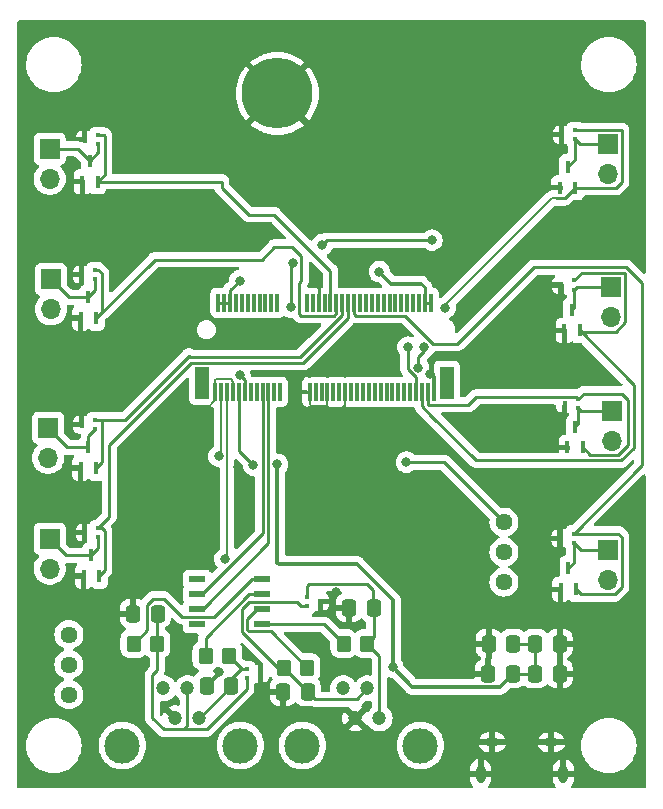
<source format=gbl>
%TF.GenerationSoftware,KiCad,Pcbnew,(6.99.0-1698-gc3bed8f6ee)*%
%TF.CreationDate,2022-10-05T21:42:40-05:00*%
%TF.ProjectId,Pneumatics Control Unit V1,506e6575-6d61-4746-9963-7320436f6e74,rev?*%
%TF.SameCoordinates,Original*%
%TF.FileFunction,Copper,L4,Bot*%
%TF.FilePolarity,Positive*%
%FSLAX46Y46*%
G04 Gerber Fmt 4.6, Leading zero omitted, Abs format (unit mm)*
G04 Created by KiCad (PCBNEW (6.99.0-1698-gc3bed8f6ee)) date 2022-10-05 21:42:40*
%MOMM*%
%LPD*%
G01*
G04 APERTURE LIST*
G04 Aperture macros list*
%AMRoundRect*
0 Rectangle with rounded corners*
0 $1 Rounding radius*
0 $2 $3 $4 $5 $6 $7 $8 $9 X,Y pos of 4 corners*
0 Add a 4 corners polygon primitive as box body*
4,1,4,$2,$3,$4,$5,$6,$7,$8,$9,$2,$3,0*
0 Add four circle primitives for the rounded corners*
1,1,$1+$1,$2,$3*
1,1,$1+$1,$4,$5*
1,1,$1+$1,$6,$7*
1,1,$1+$1,$8,$9*
0 Add four rect primitives between the rounded corners*
20,1,$1+$1,$2,$3,$4,$5,0*
20,1,$1+$1,$4,$5,$6,$7,0*
20,1,$1+$1,$6,$7,$8,$9,0*
20,1,$1+$1,$8,$9,$2,$3,0*%
G04 Aperture macros list end*
%TA.AperFunction,ComponentPad*%
%ADD10R,1.700000X1.700000*%
%TD*%
%TA.AperFunction,ComponentPad*%
%ADD11O,1.700000X1.700000*%
%TD*%
%TA.AperFunction,ComponentPad*%
%ADD12C,3.000000*%
%TD*%
%TA.AperFunction,ComponentPad*%
%ADD13C,1.200000*%
%TD*%
%TA.AperFunction,ComponentPad*%
%ADD14C,1.440000*%
%TD*%
%TA.AperFunction,ComponentPad*%
%ADD15O,1.300000X0.650000*%
%TD*%
%TA.AperFunction,ComponentPad*%
%ADD16O,0.775000X1.550000*%
%TD*%
%TA.AperFunction,SMDPad,CuDef*%
%ADD17RoundRect,0.250000X-0.337500X-0.475000X0.337500X-0.475000X0.337500X0.475000X-0.337500X0.475000X0*%
%TD*%
%TA.AperFunction,SMDPad,CuDef*%
%ADD18RoundRect,0.250000X-0.350000X-0.450000X0.350000X-0.450000X0.350000X0.450000X-0.350000X0.450000X0*%
%TD*%
%TA.AperFunction,SMDPad,CuDef*%
%ADD19RoundRect,0.250000X0.337500X0.475000X-0.337500X0.475000X-0.337500X-0.475000X0.337500X-0.475000X0*%
%TD*%
%TA.AperFunction,SMDPad,CuDef*%
%ADD20R,0.450000X0.400000*%
%TD*%
%TA.AperFunction,SMDPad,CuDef*%
%ADD21R,0.450000X0.500000*%
%TD*%
%TA.AperFunction,SMDPad,CuDef*%
%ADD22R,0.450800X1.136200*%
%TD*%
%TA.AperFunction,SMDPad,CuDef*%
%ADD23R,0.300000X1.550000*%
%TD*%
%TA.AperFunction,SMDPad,CuDef*%
%ADD24R,1.200000X2.750000*%
%TD*%
%TA.AperFunction,ComponentPad*%
%ADD25C,6.000000*%
%TD*%
%TA.AperFunction,SMDPad,CuDef*%
%ADD26RoundRect,0.250000X0.350000X0.450000X-0.350000X0.450000X-0.350000X-0.450000X0.350000X-0.450000X0*%
%TD*%
%TA.AperFunction,SMDPad,CuDef*%
%ADD27R,1.460500X0.558800*%
%TD*%
%TA.AperFunction,ViaPad*%
%ADD28C,0.800000*%
%TD*%
%TA.AperFunction,Conductor*%
%ADD29C,0.250000*%
%TD*%
%TA.AperFunction,Conductor*%
%ADD30C,0.350000*%
%TD*%
%TA.AperFunction,Conductor*%
%ADD31C,0.200000*%
%TD*%
%TA.AperFunction,Conductor*%
%ADD32C,0.300000*%
%TD*%
G04 APERTURE END LIST*
D10*
%TO.P,J10,1,Pin_1*%
%TO.N,Net-(D9-A2)*%
X153948999Y-110478249D03*
D11*
%TO.P,J10,2,Pin_2*%
%TO.N,/solenoid_power_2*%
X153948999Y-113018249D03*
%TD*%
D10*
%TO.P,J11,1,Pin_1*%
%TO.N,Net-(D10-A2)*%
X154202999Y-88157999D03*
D11*
%TO.P,J11,2,Pin_2*%
%TO.N,/solenoid_power_2*%
X154202999Y-90697999D03*
%TD*%
D10*
%TO.P,J5,1,Pin_1*%
%TO.N,Net-(D4-A2)*%
X106704999Y-76473999D03*
D11*
%TO.P,J5,2,Pin_2*%
%TO.N,/solenoid_power*%
X106704999Y-79013999D03*
%TD*%
D12*
%TO.P,J1,*%
%TO.N,*%
X112856000Y-126992000D03*
X122856000Y-126992000D03*
D13*
%TO.P,J1,1*%
%TO.N,Net-(D1-A2)*%
X119386000Y-124692000D03*
%TO.P,J1,2*%
%TO.N,Net-(D1-A1)*%
X118366000Y-122152000D03*
%TO.P,J1,3*%
%TO.N,GND*%
X117346000Y-124692000D03*
%TO.P,J1,4*%
%TO.N,/RS485_B_12V*%
X116326000Y-122152000D03*
%TD*%
D14*
%TO.P,J14,1,Pin_1*%
%TO.N,Net-(J14-Pin_1)*%
X145161000Y-108077000D03*
%TO.P,J14,2,Pin_2*%
%TO.N,/solenoid_power_2*%
X145161000Y-110617000D03*
%TO.P,J14,3,Pin_3*%
%TO.N,/RS485_B_12V*%
X145161000Y-113157000D03*
%TD*%
D15*
%TO.P,J12,S1,SHIELD*%
%TO.N,GND*%
X144184999Y-126712999D03*
%TO.P,J12,S2,SHIELD*%
X149184999Y-126712999D03*
D16*
%TO.P,J12,S3,SHIELD*%
X143184999Y-129412999D03*
%TO.P,J12,S6,SHIELD*%
X150184999Y-129412999D03*
%TD*%
D10*
%TO.P,J4,1,Pin_1*%
%TO.N,Net-(D3-A2)*%
X106806999Y-87522999D03*
D11*
%TO.P,J4,2,Pin_2*%
%TO.N,/solenoid_power*%
X106806999Y-90062999D03*
%TD*%
D10*
%TO.P,J9,1,Pin_1*%
%TO.N,Net-(D8-A2)*%
X153948999Y-76061249D03*
D11*
%TO.P,J9,2,Pin_2*%
%TO.N,/solenoid_power_2*%
X153948999Y-78601249D03*
%TD*%
D14*
%TO.P,J13,1,Pin_1*%
%TO.N,Net-(J13-Pin_1)*%
X108331000Y-117602000D03*
%TO.P,J13,2,Pin_2*%
%TO.N,/solenoid_power*%
X108331000Y-120142000D03*
%TO.P,J13,3,Pin_3*%
%TO.N,/RS485_B_12V*%
X108331000Y-122682000D03*
%TD*%
D10*
%TO.P,J7,1,Pin_1*%
%TO.N,Net-(D6-A2)*%
X154329999Y-98678999D03*
D11*
%TO.P,J7,2,Pin_2*%
%TO.N,/solenoid_power_2*%
X154329999Y-101218999D03*
%TD*%
D10*
%TO.P,J6,1,Pin_1*%
%TO.N,Net-(D5-A2)*%
X106577999Y-100095999D03*
D11*
%TO.P,J6,2,Pin_2*%
%TO.N,/solenoid_power*%
X106577999Y-102635999D03*
%TD*%
D10*
%TO.P,J8,1,Pin_1*%
%TO.N,Net-(D7-A2)*%
X106704999Y-109473999D03*
D11*
%TO.P,J8,2,Pin_2*%
%TO.N,/solenoid_power*%
X106704999Y-112013999D03*
%TD*%
D12*
%TO.P,J2,*%
%TO.N,*%
X128096000Y-126992000D03*
X138096000Y-126992000D03*
D13*
%TO.P,J2,1*%
%TO.N,Net-(D2-A2)*%
X134626000Y-124692000D03*
%TO.P,J2,2*%
%TO.N,Net-(D2-A1)*%
X133606000Y-122152000D03*
%TO.P,J2,3*%
%TO.N,GND*%
X132586000Y-124692000D03*
%TO.P,J2,4*%
%TO.N,/RS485_A_12V*%
X131566000Y-122152000D03*
%TD*%
D17*
%TO.P,C10,1*%
%TO.N,Net-(C10-Pad1)*%
X147806500Y-118364000D03*
%TO.P,C10,2*%
%TO.N,GND*%
X149881500Y-118364000D03*
%TD*%
D18*
%TO.P,R4,1*%
%TO.N,Net-(D2-A1)*%
X126508000Y-120396000D03*
%TO.P,R4,2*%
%TO.N,Net-(U1-B)*%
X128508000Y-120396000D03*
%TD*%
D19*
%TO.P,C9,1*%
%TO.N,Net-(C10-Pad1)*%
X145944500Y-118364000D03*
%TO.P,C9,2*%
%TO.N,GND*%
X143869500Y-118364000D03*
%TD*%
%TO.P,C3,1*%
%TO.N,Net-(D1-A2)*%
X122068500Y-121920000D03*
%TO.P,C3,2*%
%TO.N,GND*%
X119993500Y-121920000D03*
%TD*%
D20*
%TO.P,D6,1,A1*%
%TO.N,/GPIO_5*%
X151450999Y-97643999D03*
%TO.P,D6,2,A2*%
%TO.N,Net-(D6-A2)*%
X151450999Y-98443999D03*
D21*
%TO.P,D6,3,common*%
%TO.N,GND*%
X150300999Y-98043999D03*
%TD*%
D20*
%TO.P,D3,1,A1*%
%TO.N,/GPIO_1*%
X110556999Y-86721999D03*
%TO.P,D3,2,A2*%
%TO.N,Net-(D3-A2)*%
X110556999Y-87521999D03*
D21*
%TO.P,D3,3,common*%
%TO.N,GND*%
X109406999Y-87121999D03*
%TD*%
D17*
%TO.P,C5,1*%
%TO.N,Net-(C10-Pad1)*%
X147806500Y-120904000D03*
%TO.P,C5,2*%
%TO.N,GND*%
X149881500Y-120904000D03*
%TD*%
D19*
%TO.P,C8,1*%
%TO.N,Net-(C10-Pad1)*%
X145901500Y-120904000D03*
%TO.P,C8,2*%
%TO.N,GND*%
X143826500Y-120904000D03*
%TD*%
D20*
%TO.P,D5,1,A1*%
%TO.N,/GPIO_2*%
X110556999Y-99421999D03*
%TO.P,D5,2,A2*%
%TO.N,Net-(D5-A2)*%
X110556999Y-100221999D03*
D21*
%TO.P,D5,3,common*%
%TO.N,GND*%
X109406999Y-99821999D03*
%TD*%
D22*
%TO.P,MOSFET4,1,GATE*%
%TO.N,/GPIO_5*%
X151843498Y-101757248D03*
%TO.P,MOSFET4,2,SOURCE*%
%TO.N,GND*%
X150543500Y-101757248D03*
%TO.P,MOSFET4,3,DRAIN*%
%TO.N,Net-(D6-A2)*%
X151193499Y-99982249D03*
%TD*%
%TO.P,MOSFET6,1,GATE*%
%TO.N,/GPIO_7*%
X151208498Y-79754498D03*
%TO.P,MOSFET6,2,SOURCE*%
%TO.N,GND*%
X149908500Y-79754498D03*
%TO.P,MOSFET6,3,DRAIN*%
%TO.N,Net-(D8-A2)*%
X150558499Y-77979499D03*
%TD*%
D23*
%TO.P,J3,1,GND*%
%TO.N,GND*%
X120725499Y-97056249D03*
%TO.P,J3,2,3.3V*%
%TO.N,/220uF*%
X120975499Y-89506249D03*
%TO.P,J3,3,USB_D+*%
%TO.N,/USB_D+*%
X121225499Y-97056249D03*
%TO.P,J3,4,3.3V_EN*%
%TO.N,/220uF*%
X121475499Y-89506249D03*
%TO.P,J3,5,USB_D-*%
%TO.N,/USB_D-*%
X121725499Y-97056249D03*
%TO.P,J3,6,~{RESET}*%
%TO.N,/220uF*%
X121975499Y-89506249D03*
%TO.P,J3,7,GND*%
%TO.N,GND*%
X122225499Y-97056249D03*
%TO.P,J3,8,G11*%
%TO.N,unconnected-(J3-G11)*%
X122475499Y-89506249D03*
%TO.P,J3,9,USB_VIN*%
%TO.N,Net-(J3-USB_VIN)*%
X122725499Y-97056249D03*
%TO.P,J3,10,D0*%
%TO.N,unconnected-(J3-D0)*%
X122975499Y-89506249D03*
%TO.P,J3,11,~{BOOT}*%
%TO.N,/220uF*%
X123225499Y-97056249D03*
%TO.P,J3,12,I2C_SDA*%
%TO.N,unconnected-(J3-I2C_SDA)*%
X123475499Y-89506249D03*
%TO.P,J3,13,RTS1*%
%TO.N,unconnected-(J3-RTS1)*%
X123725499Y-97056249D03*
%TO.P,J3,14,I2C_SCL*%
%TO.N,unconnected-(J3-I2C_SCL)*%
X123975499Y-89506249D03*
%TO.P,J3,15,CTS1*%
%TO.N,unconnected-(J3-CTS1)*%
X124225499Y-97056249D03*
%TO.P,J3,16,I2C_~{INT}*%
%TO.N,unconnected-(J3-I2C_~{INT})*%
X124475499Y-89506249D03*
%TO.P,J3,17,TX1*%
%TO.N,/RS485_RXD*%
X124725499Y-97056249D03*
%TO.P,J3,18,D1/CAM_TRIG*%
%TO.N,unconnected-(J3-D1/CAM_TRIG)*%
X124975499Y-89506249D03*
%TO.P,J3,19,RX1*%
%TO.N,/RS485_TXD*%
X125225499Y-97056249D03*
%TO.P,J3,20,RX2*%
%TO.N,unconnected-(J3-RX2)*%
X125475499Y-89506249D03*
%TO.P,J3,21,SWDCK*%
%TO.N,unconnected-(J3-SWDCK)*%
X125725499Y-97056249D03*
%TO.P,J3,22,TX2*%
%TO.N,unconnected-(J3-TX2)*%
X125975499Y-89506249D03*
%TO.P,J3,23,SWDIO*%
%TO.N,unconnected-(J3-SWDIO)*%
X126225499Y-97056249D03*
%TO.P,J3,32,PWM0*%
%TO.N,unconnected-(J3-PWM0)*%
X128475499Y-89506249D03*
%TO.P,J3,33,GND*%
%TO.N,GND*%
X128725499Y-97056249D03*
%TO.P,J3,34,A0*%
%TO.N,unconnected-(J3-A0)*%
X128975499Y-89506249D03*
%TO.P,J3,35,USBHOST_D+*%
%TO.N,unconnected-(J3-USBHOST_D+)*%
X129225499Y-97056249D03*
%TO.P,J3,36,GND*%
%TO.N,GND*%
X129475499Y-89506249D03*
%TO.P,J3,37,USBHOST_D-*%
%TO.N,unconnected-(J3-USBHOST_D-)*%
X129725499Y-97056249D03*
%TO.P,J3,38,A1*%
%TO.N,unconnected-(J3-A1)*%
X129975499Y-89506249D03*
%TO.P,J3,39,GND*%
%TO.N,GND*%
X130225499Y-97056249D03*
%TO.P,J3,40,G0/BUS0*%
%TO.N,/GPIO_0*%
X130475499Y-89506249D03*
%TO.P,J3,41,CAN-RX*%
%TO.N,unconnected-(J3-CAN-RX)*%
X130725499Y-97056249D03*
%TO.P,J3,42,G1/BUS1*%
%TO.N,/GPIO_1*%
X130975499Y-89506249D03*
%TO.P,J3,43,CAN-TX*%
%TO.N,unconnected-(J3-CAN-TX)*%
X131225499Y-97056249D03*
%TO.P,J3,44,G2/BUS2*%
%TO.N,/GPIO_2*%
X131475499Y-89506249D03*
%TO.P,J3,45,GND*%
%TO.N,GND*%
X131725499Y-97056249D03*
%TO.P,J3,46,G3/BUS3*%
%TO.N,/GPIO_3*%
X131975499Y-89506249D03*
%TO.P,J3,47,PWM1*%
%TO.N,unconnected-(J3-PWM1)*%
X132225499Y-97056249D03*
%TO.P,J3,48,G4/BUS4*%
%TO.N,/GPIO_4*%
X132475499Y-89506249D03*
%TO.P,J3,49,BATT_VIN/3*%
%TO.N,unconnected-(J3-BATT_VIN/3)*%
X132725499Y-97056249D03*
%TO.P,J3,50,AUD_BCLK*%
%TO.N,unconnected-(J3-AUD_BCLK)*%
X132975499Y-89506249D03*
%TO.P,J3,51,I2C_SDA1*%
%TO.N,unconnected-(J3-I2C_SDA1)*%
X133225499Y-97056249D03*
%TO.P,J3,52,AUD_LRCLK*%
%TO.N,unconnected-(J3-AUD_LRCLK)*%
X133475499Y-89506249D03*
%TO.P,J3,53,I2C_SCL1*%
%TO.N,unconnected-(J3-I2C_SCL1)*%
X133725499Y-97056249D03*
%TO.P,J3,54,AUD_IN/CAM_PCLK*%
%TO.N,unconnected-(J3-AUD_IN/CAM_PCLK)*%
X133975499Y-89506249D03*
%TO.P,J3,55,SPI_~{CS}*%
%TO.N,unconnected-(J3-SPI_~{CS})*%
X134225499Y-97056249D03*
%TO.P,J3,56,AUD_OUT/CAM_MCLK*%
%TO.N,unconnected-(J3-AUD_OUT/CAM_MCLK)*%
X134475499Y-89506249D03*
%TO.P,J3,57,SPI_SCK*%
%TO.N,unconnected-(J3-SPI_SCK)*%
X134725499Y-97056249D03*
%TO.P,J3,58,AUD_MCLK*%
%TO.N,unconnected-(J3-AUD_MCLK)*%
X134975499Y-89506249D03*
%TO.P,J3,59,SPI_SDO*%
%TO.N,unconnected-(J3-SPI_SDO)*%
X135225499Y-97056249D03*
%TO.P,J3,60,SPI_SCK1/SDIO_CLK*%
%TO.N,unconnected-(J3-SPI_SCK1/SDIO_CLK)*%
X135475499Y-89506249D03*
%TO.P,J3,61,SPI_SDI*%
%TO.N,unconnected-(J3-SPI_SDI)*%
X135725499Y-97056249D03*
%TO.P,J3,62,SPI_SDO1/SDIO_CMD*%
%TO.N,unconnected-(J3-SPI_SDO1/SDIO_CMD)*%
X135975499Y-89506249D03*
%TO.P,J3,63,G10/ADC_D+/CAM_VSYNC*%
%TO.N,unconnected-(J3-G10/ADC_D+/CAM_VSYNC)*%
X136225499Y-97056249D03*
%TO.P,J3,64,SPI_SDI1/SDIO_DATA0*%
%TO.N,unconnected-(J3-SPI_SDI1/SDIO_DATA0)*%
X136475499Y-89506249D03*
%TO.P,J3,65,G9/ADC_D-/CAM_HSYNC*%
%TO.N,unconnected-(J3-G9/ADC_D-/CAM_HSYNC)*%
X136725499Y-97056249D03*
%TO.P,J3,66,SDIO_DATA1*%
%TO.N,unconnected-(J3-SDIO_DATA1)*%
X136975499Y-89506249D03*
%TO.P,J3,67,G8*%
%TO.N,unconnected-(J3-G8)*%
X137225499Y-97056249D03*
%TO.P,J3,68,SDIO_DATA2*%
%TO.N,unconnected-(J3-SDIO_DATA2)*%
X137475499Y-89506249D03*
%TO.P,J3,69,G7/BUS7*%
%TO.N,/GPIO_7*%
X137725499Y-97056249D03*
%TO.P,J3,70,SPI_~{CS1}/SDIO_DATA3*%
%TO.N,unconnected-(J3-SPI_~{CS1}/SDIO_DATA3)*%
X137975499Y-89506249D03*
%TO.P,J3,71,G6/BUS6*%
%TO.N,/GPIO_6*%
X138225499Y-97056249D03*
%TO.P,J3,72,RTC_3V*%
%TO.N,/220uF*%
X138475499Y-89506249D03*
%TO.P,J3,73,G5/BUS5*%
%TO.N,/GPIO_5*%
X138725499Y-97056249D03*
%TO.P,J3,74,3.3V*%
%TO.N,/220uF*%
X138975499Y-89506249D03*
%TO.P,J3,75,GND*%
%TO.N,GND*%
X139225499Y-97056249D03*
D24*
%TO.P,J3,A1*%
%TO.N,N/C*%
X119625499Y-96281249D03*
%TO.P,J3,A2*%
X140325499Y-96281249D03*
%TD*%
D20*
%TO.P,D9,1,A1*%
%TO.N,/GPIO_4*%
X151069999Y-109042249D03*
%TO.P,D9,2,A2*%
%TO.N,Net-(D9-A2)*%
X151069999Y-109842249D03*
D21*
%TO.P,D9,3,common*%
%TO.N,GND*%
X149919999Y-109442249D03*
%TD*%
D20*
%TO.P,D1,1,A1*%
%TO.N,Net-(D1-A1)*%
X123376999Y-121303999D03*
%TO.P,D1,2,A2*%
%TO.N,Net-(D1-A2)*%
X123376999Y-120503999D03*
D21*
%TO.P,D1,3,common*%
%TO.N,GND*%
X124526999Y-120903999D03*
%TD*%
D20*
%TO.P,D7,1,A1*%
%TO.N,/GPIO_3*%
X110810999Y-108565999D03*
%TO.P,D7,2,A2*%
%TO.N,Net-(D7-A2)*%
X110810999Y-109365999D03*
D21*
%TO.P,D7,3,common*%
%TO.N,GND*%
X109660999Y-108965999D03*
%TD*%
D22*
%TO.P,MOSFET7,1,GATE*%
%TO.N,/GPIO_4*%
X151271998Y-113758748D03*
%TO.P,MOSFET7,2,SOURCE*%
%TO.N,GND*%
X149972000Y-113758748D03*
%TO.P,MOSFET7,3,DRAIN*%
%TO.N,Net-(D9-A2)*%
X150621999Y-111983749D03*
%TD*%
%TO.P,MOSFET5,1,GATE*%
%TO.N,/GPIO_3*%
X110885998Y-112647498D03*
%TO.P,MOSFET5,2,SOURCE*%
%TO.N,GND*%
X109586000Y-112647498D03*
%TO.P,MOSFET5,3,DRAIN*%
%TO.N,Net-(D7-A2)*%
X110235999Y-110872499D03*
%TD*%
%TO.P,MOSFET8,1,GATE*%
%TO.N,/GPIO_6*%
X151574499Y-91851248D03*
%TO.P,MOSFET8,2,SOURCE*%
%TO.N,GND*%
X150274501Y-91851248D03*
%TO.P,MOSFET8,3,DRAIN*%
%TO.N,Net-(D10-A2)*%
X150924500Y-90076249D03*
%TD*%
%TO.P,MOSFET2,1,GATE*%
%TO.N,/GPIO_0*%
X110758998Y-79246498D03*
%TO.P,MOSFET2,2,SOURCE*%
%TO.N,GND*%
X109459000Y-79246498D03*
%TO.P,MOSFET2,3,DRAIN*%
%TO.N,Net-(D4-A2)*%
X110108999Y-77471499D03*
%TD*%
D20*
%TO.P,D8,1,A1*%
%TO.N,/GPIO_7*%
X151196999Y-74879249D03*
%TO.P,D8,2,A2*%
%TO.N,Net-(D8-A2)*%
X151196999Y-75679249D03*
D21*
%TO.P,D8,3,common*%
%TO.N,GND*%
X150046999Y-75279249D03*
%TD*%
D25*
%TO.P,H5,1*%
%TO.N,GND*%
X125979500Y-71783250D03*
%TD*%
D26*
%TO.P,R2,1*%
%TO.N,Net-(D1-A1)*%
X115808000Y-118364000D03*
%TO.P,R2,2*%
%TO.N,Net-(U1-Y)*%
X113808000Y-118364000D03*
%TD*%
D19*
%TO.P,C4,1*%
%TO.N,Net-(D2-A2)*%
X134133500Y-115316000D03*
%TO.P,C4,2*%
%TO.N,GND*%
X132058500Y-115316000D03*
%TD*%
D27*
%TO.P,U1,1,VCC*%
%TO.N,Net-(U1-VCC)*%
X119195849Y-116712999D03*
%TO.P,U1,2,RO*%
%TO.N,/RS485_TXD*%
X119195849Y-115442999D03*
%TO.P,U1,3,DI*%
%TO.N,/RS485_RXD*%
X119195849Y-114172999D03*
%TO.P,U1,5,Y*%
%TO.N,Net-(U1-Y)*%
X124644149Y-112902999D03*
%TO.P,U1,6,Z*%
%TO.N,Net-(U1-Z)*%
X124644149Y-114172999D03*
%TO.P,U1,7,B*%
%TO.N,Net-(U1-B)*%
X124644149Y-115442999D03*
%TO.P,U1,8,A*%
%TO.N,Net-(U1-A)*%
X124644149Y-116712999D03*
%TO.P,U1,GND*%
%TO.N,N/C*%
X119195849Y-112902999D03*
%TD*%
D20*
%TO.P,D10,1,A1*%
%TO.N,/GPIO_6*%
X151133499Y-87610999D03*
%TO.P,D10,2,A2*%
%TO.N,Net-(D10-A2)*%
X151133499Y-88410999D03*
D21*
%TO.P,D10,3,common*%
%TO.N,GND*%
X149983499Y-88010999D03*
%TD*%
D20*
%TO.P,D2,1,A1*%
%TO.N,Net-(D2-A1)*%
X128456999Y-115207999D03*
%TO.P,D2,2,A2*%
%TO.N,Net-(D2-A2)*%
X128456999Y-114407999D03*
D21*
%TO.P,D2,3,common*%
%TO.N,GND*%
X129606999Y-114807999D03*
%TD*%
D20*
%TO.P,D4,1,A1*%
%TO.N,/GPIO_0*%
X110810999Y-75291999D03*
%TO.P,D4,2,A2*%
%TO.N,Net-(D4-A2)*%
X110810999Y-76091999D03*
D21*
%TO.P,D4,3,common*%
%TO.N,GND*%
X109660999Y-75691999D03*
%TD*%
D19*
%TO.P,C1,1*%
%TO.N,Net-(D1-A1)*%
X115845500Y-115824000D03*
%TO.P,C1,2*%
%TO.N,GND*%
X113770500Y-115824000D03*
%TD*%
D26*
%TO.P,R3,1*%
%TO.N,Net-(D2-A2)*%
X133588000Y-118364000D03*
%TO.P,R3,2*%
%TO.N,Net-(U1-A)*%
X131588000Y-118364000D03*
%TD*%
%TO.P,R1,1*%
%TO.N,Net-(D1-A2)*%
X121904000Y-119380000D03*
%TO.P,R1,2*%
%TO.N,Net-(U1-Z)*%
X119904000Y-119380000D03*
%TD*%
D19*
%TO.P,C2,1*%
%TO.N,Net-(D2-A1)*%
X128545500Y-122428000D03*
%TO.P,C2,2*%
%TO.N,GND*%
X126470500Y-122428000D03*
%TD*%
D22*
%TO.P,MOSFET1,1,GATE*%
%TO.N,/GPIO_1*%
X110631998Y-90803498D03*
%TO.P,MOSFET1,2,SOURCE*%
%TO.N,GND*%
X109332000Y-90803498D03*
%TO.P,MOSFET1,3,DRAIN*%
%TO.N,Net-(D3-A2)*%
X109981999Y-89028499D03*
%TD*%
%TO.P,MOSFET3,1,GATE*%
%TO.N,/GPIO_2*%
X110631998Y-103503498D03*
%TO.P,MOSFET3,2,SOURCE*%
%TO.N,GND*%
X109332000Y-103503498D03*
%TO.P,MOSFET3,3,DRAIN*%
%TO.N,Net-(D5-A2)*%
X109981999Y-101728499D03*
%TD*%
D28*
%TO.N,GND*%
X131191000Y-99187000D03*
X109728000Y-83566000D03*
X114046000Y-76835000D03*
X121031000Y-120777000D03*
X150622000Y-83820000D03*
X138176000Y-112649000D03*
X139954000Y-106299000D03*
X138938000Y-95504000D03*
X129286000Y-87630000D03*
X118364000Y-105537000D03*
X122682000Y-103378000D03*
X144780000Y-78613000D03*
X149225000Y-105537000D03*
X105791000Y-120777000D03*
X116459000Y-126746000D03*
X132842000Y-116840000D03*
X120015000Y-99060000D03*
X120396000Y-82931000D03*
X134747000Y-108458000D03*
X132080000Y-87249000D03*
X129413000Y-118110000D03*
X129921000Y-102870000D03*
X130937000Y-114008500D03*
X117221000Y-90805000D03*
X149098000Y-100203000D03*
X148336000Y-124079000D03*
X117602000Y-117602000D03*
X146812000Y-92075000D03*
X130556000Y-80264000D03*
X132588000Y-127254000D03*
X117475000Y-110744000D03*
X119888000Y-90043000D03*
X132588000Y-93980000D03*
X135128000Y-102870000D03*
X138430000Y-86233000D03*
X116205000Y-92964000D03*
X142621000Y-113157000D03*
X107823000Y-94234000D03*
%TO.N,Net-(C10-Pad1)*%
X125984000Y-103188500D03*
X123952000Y-103251000D03*
X135763000Y-120358500D03*
%TO.N,/220uF*%
X122809000Y-87630000D03*
X134620000Y-86868000D03*
X122809000Y-95631000D03*
%TO.N,/GPIO_7*%
X137033000Y-93255500D03*
X140176021Y-89916000D03*
%TO.N,/USB_D+*%
X121026000Y-102489000D03*
%TO.N,/USB_D-*%
X121544954Y-111187970D03*
%TO.N,Net-(U2-COMP)*%
X127277845Y-86129845D03*
X137926299Y-94991701D03*
X138430000Y-93255500D03*
X129794000Y-84582000D03*
X127127000Y-89881261D03*
X139065000Y-84201000D03*
%TO.N,Net-(U3-OUTPUT)*%
X136906000Y-102997000D03*
%TD*%
D29*
%TO.N,Net-(D1-A1)*%
X115808000Y-115861500D02*
X115845500Y-115824000D01*
X115808000Y-118364000D02*
X115808000Y-115861500D01*
X116345511Y-125616511D02*
X118096489Y-125616511D01*
X123377000Y-121304000D02*
X123377000Y-122236493D01*
X118366000Y-125347000D02*
X118366000Y-122152000D01*
X123377000Y-122236493D02*
X119996982Y-125616511D01*
X119996982Y-125616511D02*
X118096489Y-125616511D01*
X115808000Y-120610000D02*
X115401489Y-121016511D01*
X118096489Y-125616511D02*
X118366000Y-125347000D01*
X115401489Y-124672489D02*
X116345511Y-125616511D01*
X115808000Y-120610000D02*
X115808000Y-118364000D01*
X115401489Y-121016511D02*
X115401489Y-124672489D01*
D30*
%TO.N,GND*%
X121031000Y-120777000D02*
X121031000Y-120882500D01*
D31*
X120725500Y-97056250D02*
X120725500Y-96032228D01*
D29*
X129475500Y-87819500D02*
X129475500Y-89506250D01*
D31*
X131191000Y-99187000D02*
X130225500Y-98221500D01*
X128725500Y-98080272D02*
X128866728Y-98221500D01*
X120015000Y-98465772D02*
X120725500Y-97755272D01*
X120775989Y-95981739D02*
X122016739Y-95981739D01*
D29*
X129286000Y-87630000D02*
X129475500Y-87819500D01*
D31*
X128725500Y-97056250D02*
X128725500Y-98080272D01*
X122016739Y-95981739D02*
X122225500Y-96190500D01*
X120725500Y-97755272D02*
X120725500Y-97056250D01*
X128866728Y-98221500D02*
X130225500Y-98221500D01*
X131725500Y-98197500D02*
X131725500Y-97056250D01*
D30*
X119888000Y-90043000D02*
X117983000Y-90043000D01*
D31*
X120015000Y-99060000D02*
X120015000Y-98465772D01*
D30*
X139250011Y-95816011D02*
X139250011Y-97056250D01*
D31*
X130225500Y-98221500D02*
X130225500Y-97056250D01*
D30*
X117983000Y-90043000D02*
X117221000Y-90805000D01*
D31*
X131191000Y-99187000D02*
X131191000Y-98732000D01*
D30*
X121031000Y-120882500D02*
X119993500Y-121920000D01*
D31*
X120725500Y-96032228D02*
X120775989Y-95981739D01*
X122225500Y-96190500D02*
X122225500Y-97056250D01*
D30*
X138938000Y-95504000D02*
X139250011Y-95816011D01*
D31*
X131191000Y-98732000D02*
X131725500Y-98197500D01*
D29*
%TO.N,Net-(D2-A1)*%
X122994480Y-117357719D02*
X122994480Y-115433998D01*
X126032760Y-120396000D02*
X122994480Y-117357719D01*
X129194011Y-123076511D02*
X128545500Y-122428000D01*
X126508000Y-120396000D02*
X126032760Y-120396000D01*
X126513500Y-120396000D02*
X128545500Y-122428000D01*
X127613089Y-114839089D02*
X127982000Y-115208000D01*
X122994480Y-115433998D02*
X123589389Y-114839089D01*
X133606000Y-122152000D02*
X132681489Y-123076511D01*
X127982000Y-115208000D02*
X128457000Y-115208000D01*
X123589389Y-114839089D02*
X127613089Y-114839089D01*
X132681489Y-123076511D02*
X129194011Y-123076511D01*
X126508000Y-120396000D02*
X126513500Y-120396000D01*
%TO.N,Net-(D1-A2)*%
X123028000Y-120504000D02*
X121904000Y-119380000D01*
X122068500Y-121337500D02*
X122902000Y-120504000D01*
X122068500Y-122009500D02*
X122068500Y-121920000D01*
X123377000Y-120504000D02*
X123028000Y-120504000D01*
X122068500Y-121920000D02*
X122068500Y-121337500D01*
X119386000Y-124692000D02*
X122068500Y-122009500D01*
X122902000Y-120504000D02*
X123377000Y-120504000D01*
%TO.N,Net-(D2-A2)*%
X134133500Y-115316000D02*
X134133500Y-117818500D01*
X133604000Y-113284000D02*
X128644000Y-113284000D01*
X134626000Y-119402000D02*
X134626000Y-124692000D01*
X134133500Y-115316000D02*
X134112000Y-115294500D01*
X134112000Y-113792000D02*
X133604000Y-113284000D01*
X134112000Y-115294500D02*
X134112000Y-113792000D01*
X133588000Y-118364000D02*
X134626000Y-119402000D01*
X128644000Y-113284000D02*
X128457000Y-113471000D01*
X134133500Y-117818500D02*
X133588000Y-118364000D01*
X128457000Y-113471000D02*
X128457000Y-114408000D01*
%TO.N,Net-(C10-Pad1)*%
X123952000Y-103251000D02*
X122725500Y-102024500D01*
D30*
X144801980Y-122003520D02*
X145901500Y-120904000D01*
X137408020Y-122003520D02*
X144801980Y-122003520D01*
X135763000Y-114681000D02*
X135763000Y-120358500D01*
D29*
X122725500Y-102024500D02*
X122725500Y-97056250D01*
D30*
X132715000Y-111633000D02*
X135763000Y-114681000D01*
D29*
X145901500Y-120904000D02*
X147806500Y-120904000D01*
D30*
X125984000Y-103188500D02*
X125984000Y-111506000D01*
X125984000Y-111506000D02*
X126111000Y-111633000D01*
X135763000Y-120358500D02*
X137408020Y-122003520D01*
D29*
X147806500Y-118364000D02*
X145944500Y-118364000D01*
D30*
X126111000Y-111633000D02*
X132715000Y-111633000D01*
D29*
X147806500Y-120904000D02*
X147806500Y-118364000D01*
%TO.N,/220uF*%
X122809000Y-87630000D02*
X122777728Y-87630000D01*
X123225500Y-97056250D02*
X123225500Y-96047500D01*
X138176000Y-87884000D02*
X138475500Y-88183500D01*
X138475500Y-89506250D02*
X138975500Y-89506250D01*
X121475500Y-89506250D02*
X120975500Y-89506250D01*
X123225500Y-96047500D02*
X122809000Y-95631000D01*
D32*
X134620000Y-86868000D02*
X135636000Y-87884000D01*
D29*
X138475500Y-88183500D02*
X138475500Y-89506250D01*
X121975500Y-88432228D02*
X121975500Y-89506250D01*
X122777728Y-87630000D02*
X121975500Y-88432228D01*
D32*
X135636000Y-87884000D02*
X138176000Y-87884000D01*
D29*
X121975500Y-89506250D02*
X121475500Y-89506250D01*
%TO.N,/GPIO_1*%
X125728837Y-84765475D02*
X124642312Y-85852000D01*
X124642312Y-85852000D02*
X115583498Y-85852000D01*
X110831022Y-86722000D02*
X111106511Y-86997489D01*
X125728837Y-84765475D02*
X127183475Y-84765475D01*
X128002356Y-85584356D02*
X128002356Y-87643644D01*
X128002356Y-87643644D02*
X127851511Y-87794489D01*
X111106511Y-90328987D02*
X110631999Y-90803499D01*
X110557000Y-86722000D02*
X110831022Y-86722000D01*
X127851511Y-90456283D02*
X128000989Y-90605761D01*
X111106511Y-86997489D02*
X111106511Y-90328987D01*
X127183475Y-84765475D02*
X128002356Y-85584356D01*
X115583498Y-85852000D02*
X110631999Y-90803499D01*
X128000989Y-90605761D02*
X130768250Y-90605761D01*
X130975500Y-90398511D02*
X130975500Y-89506250D01*
X127851511Y-87794489D02*
X127851511Y-90456283D01*
X130768250Y-90605761D02*
X130975500Y-90398511D01*
%TO.N,/GPIO_0*%
X111360511Y-75366511D02*
X111360511Y-78644987D01*
X121289771Y-79246499D02*
X121289771Y-79752157D01*
X125731980Y-82043980D02*
X130475500Y-86787500D01*
X121289771Y-79752157D02*
X123581594Y-82043980D01*
X111360511Y-78644987D02*
X110758999Y-79246499D01*
X110758999Y-79246499D02*
X121289771Y-79246499D01*
X111286000Y-75292000D02*
X111360511Y-75366511D01*
X123581594Y-82043980D02*
X125731980Y-82043980D01*
X130475500Y-86787500D02*
X130475500Y-89506250D01*
X110811000Y-75292000D02*
X111286000Y-75292000D01*
%TO.N,/GPIO_2*%
X127889000Y-94132219D02*
X131475500Y-90545719D01*
X131475500Y-90545719D02*
X131475500Y-89506250D01*
X118643219Y-94132219D02*
X127889000Y-94132219D01*
X111106511Y-99496511D02*
X111106511Y-103028987D01*
X113049000Y-99422000D02*
X118491000Y-93980000D01*
X131475500Y-90580272D02*
X131475500Y-89506250D01*
X118491000Y-93980000D02*
X118643219Y-94132219D01*
X111106511Y-103028987D02*
X110631999Y-103503499D01*
X111032000Y-99422000D02*
X111106511Y-99496511D01*
X110557000Y-99422000D02*
X113049000Y-99422000D01*
X110557000Y-99422000D02*
X111032000Y-99422000D01*
%TO.N,/GPIO_5*%
X155194022Y-97194000D02*
X155702000Y-97701978D01*
X154816499Y-102393511D02*
X152479761Y-102393511D01*
X155702000Y-101508010D02*
X154816499Y-102393511D01*
X142814511Y-97469489D02*
X142128239Y-98155761D01*
X151451000Y-97644000D02*
X151476000Y-97644000D01*
X151276489Y-97469489D02*
X142814511Y-97469489D01*
X152479761Y-102393511D02*
X151843499Y-101757249D01*
X142128239Y-98155761D02*
X138750989Y-98155761D01*
X155702000Y-97701978D02*
X155702000Y-101508010D01*
X138750989Y-98155761D02*
X138725500Y-98130272D01*
X151451000Y-97644000D02*
X151276489Y-97469489D01*
X138725500Y-98130272D02*
X138725500Y-97056250D01*
X151476000Y-97644000D02*
X151926000Y-97194000D01*
X151926000Y-97194000D02*
X155194022Y-97194000D01*
%TO.N,/GPIO_3*%
X111760000Y-101522728D02*
X111760000Y-107617000D01*
X128160728Y-94581739D02*
X118700989Y-94581739D01*
X131975500Y-90766967D02*
X128160728Y-94581739D01*
X131975500Y-89506250D02*
X131975500Y-90766967D01*
X111360511Y-108820511D02*
X111106000Y-108566000D01*
X111760000Y-107617000D02*
X110811000Y-108566000D01*
X111106000Y-108566000D02*
X110811000Y-108566000D01*
X111360511Y-112172987D02*
X111360511Y-108820511D01*
X118700989Y-94581739D02*
X111760000Y-101522728D01*
X110885999Y-112647499D02*
X111360511Y-112172987D01*
%TO.N,Net-(D3-A2)*%
X110557000Y-87522000D02*
X110557000Y-88453500D01*
X108312500Y-89028500D02*
X106807000Y-87523000D01*
X110557000Y-88453500D02*
X109982000Y-89028500D01*
X109982000Y-89028500D02*
X108312500Y-89028500D01*
%TO.N,/GPIO_7*%
X151229761Y-79775761D02*
X151208499Y-79754499D01*
D31*
X140176021Y-89693979D02*
X149222890Y-80647110D01*
D29*
X151197000Y-74879250D02*
X155116022Y-74879250D01*
X137725500Y-95815500D02*
X137725500Y-97056250D01*
X137033000Y-95123000D02*
X137725500Y-95815500D01*
D31*
X149222890Y-80647110D02*
X149603890Y-80647110D01*
D29*
X155123511Y-79318489D02*
X154666239Y-79775761D01*
X155116022Y-74879250D02*
X155123511Y-74886739D01*
X154666239Y-79775761D02*
X151229761Y-79775761D01*
X155123511Y-74886739D02*
X155123511Y-79318489D01*
X151208499Y-79754499D02*
X150315888Y-80647110D01*
D31*
X140176021Y-89916000D02*
X140176021Y-89693979D01*
D29*
X137033000Y-93255500D02*
X137033000Y-95123000D01*
X150315888Y-80647110D02*
X149603890Y-80647110D01*
%TO.N,Net-(D4-A2)*%
X110811000Y-76092000D02*
X110811000Y-76769500D01*
X109111500Y-76474000D02*
X110109000Y-77471500D01*
X110811000Y-76769500D02*
X110109000Y-77471500D01*
X106705000Y-76474000D02*
X109111500Y-76474000D01*
%TO.N,/GPIO_4*%
X156845000Y-103267250D02*
X156845000Y-87815260D01*
X141224000Y-92964000D02*
X139163114Y-92964000D01*
X132475500Y-90449489D02*
X132475500Y-89506250D01*
X155123511Y-113608489D02*
X154539239Y-114192761D01*
X139163114Y-92964000D02*
X136804875Y-90605761D01*
X151070000Y-109042250D02*
X156845000Y-103267250D01*
X154539239Y-114192761D02*
X151706011Y-114192761D01*
X136804875Y-90605761D02*
X132631772Y-90605761D01*
X156845000Y-87815260D02*
X155516740Y-86487000D01*
X151706011Y-114192761D02*
X151271999Y-113758749D01*
X151070000Y-109042250D02*
X154862022Y-109042250D01*
X155516740Y-86487000D02*
X147701000Y-86487000D01*
X132631772Y-90605761D02*
X132475500Y-90449489D01*
X155123511Y-109303739D02*
X155123511Y-113608489D01*
X154862022Y-109042250D02*
X155123511Y-109303739D01*
X147701000Y-86487000D02*
X141224000Y-92964000D01*
%TO.N,Net-(D5-A2)*%
X109982000Y-101728500D02*
X108210500Y-101728500D01*
X109982000Y-100797000D02*
X110557000Y-100222000D01*
X108210500Y-101728500D02*
X106578000Y-100096000D01*
X109982000Y-101728500D02*
X109982000Y-100797000D01*
%TO.N,/GPIO_6*%
X142802541Y-102843031D02*
X139019510Y-99060000D01*
X138225500Y-98265990D02*
X138225500Y-97056250D01*
X154614010Y-91948000D02*
X151671251Y-91948000D01*
X156151520Y-96428269D02*
X156151520Y-101785480D01*
X155448000Y-91114010D02*
X154614010Y-91948000D01*
X139019510Y-99060000D02*
X138225500Y-98265990D01*
X155093969Y-102843031D02*
X142802541Y-102843031D01*
X151574500Y-91851249D02*
X156151520Y-96428269D01*
X156151520Y-101785480D02*
X155093969Y-102843031D01*
X155377511Y-86983489D02*
X155448000Y-87053978D01*
X155448000Y-87053978D02*
X155448000Y-91114010D01*
X151133500Y-87611000D02*
X151761011Y-86983489D01*
X151761011Y-86983489D02*
X155377511Y-86983489D01*
%TO.N,Net-(D6-A2)*%
X151451000Y-99724750D02*
X151193500Y-99982250D01*
X151686000Y-98679000D02*
X151451000Y-98444000D01*
X154330000Y-98679000D02*
X151686000Y-98679000D01*
X151451000Y-98444000D02*
X151451000Y-99724750D01*
D31*
%TO.N,/USB_D+*%
X121225500Y-97056250D02*
X121225500Y-102289500D01*
X121225500Y-102289500D02*
X121026000Y-102489000D01*
D29*
%TO.N,Net-(D7-A2)*%
X110811000Y-110297500D02*
X110236000Y-110872500D01*
X110236000Y-110872500D02*
X108103500Y-110872500D01*
X108103500Y-110872500D02*
X106705000Y-109474000D01*
X110811000Y-109366000D02*
X110811000Y-110297500D01*
D31*
%TO.N,/USB_D-*%
X121725500Y-111007424D02*
X121544954Y-111187970D01*
X121725500Y-97056250D02*
X121725500Y-111007424D01*
D29*
%TO.N,Net-(D8-A2)*%
X151197000Y-77341000D02*
X150558500Y-77979500D01*
X151579000Y-76061250D02*
X151197000Y-75679250D01*
X153949000Y-76061250D02*
X151579000Y-76061250D01*
X151197000Y-75679250D02*
X151197000Y-77341000D01*
%TO.N,Net-(D9-A2)*%
X151070000Y-111535750D02*
X150622000Y-111983750D01*
X151706000Y-110478250D02*
X151070000Y-109842250D01*
X153949000Y-110478250D02*
X151706000Y-110478250D01*
X151070000Y-109842250D02*
X151070000Y-111535750D01*
%TO.N,Net-(D10-A2)*%
X151133500Y-88411000D02*
X151133500Y-89867251D01*
X151133500Y-89867251D02*
X150924501Y-90076250D01*
X154203000Y-88158000D02*
X151386500Y-88158000D01*
X151386500Y-88158000D02*
X151133500Y-88411000D01*
%TO.N,/RS485_RXD*%
X119195850Y-114173000D02*
X119584522Y-114173000D01*
X119584522Y-114173000D02*
X124725500Y-109032022D01*
X124725500Y-109032022D02*
X124725500Y-97056250D01*
%TO.N,/RS485_TXD*%
X119646700Y-115443000D02*
X125225500Y-109864200D01*
X119195850Y-115443000D02*
X119646700Y-115443000D01*
X125225500Y-109864200D02*
X125225500Y-97056250D01*
%TO.N,Net-(U1-Z)*%
X119904000Y-117888760D02*
X123619760Y-114173000D01*
X123619760Y-114173000D02*
X124644150Y-114173000D01*
X119904000Y-119380000D02*
X119904000Y-117888760D01*
%TO.N,Net-(U1-Y)*%
X116363089Y-114554000D02*
X117887089Y-116078000D01*
X117887089Y-116078000D02*
X120650000Y-116078000D01*
X115490507Y-114554000D02*
X116363089Y-114554000D01*
X114933480Y-115111027D02*
X115490507Y-114554000D01*
X123825000Y-112903000D02*
X124644150Y-112903000D01*
X114933480Y-117238520D02*
X114933480Y-115111027D01*
X113808000Y-118364000D02*
X114933480Y-117238520D01*
X120650000Y-116078000D02*
X123825000Y-112903000D01*
%TO.N,Net-(U1-A)*%
X129937000Y-116713000D02*
X124644150Y-116713000D01*
X131588000Y-118364000D02*
X129937000Y-116713000D01*
%TO.N,Net-(U1-B)*%
X128508000Y-120396000D02*
X125428911Y-117316911D01*
X125428911Y-117316911D02*
X123589389Y-117316911D01*
X123444000Y-117171522D02*
X123444000Y-116254478D01*
X123589389Y-117316911D02*
X123444000Y-117171522D01*
X123444000Y-116254478D02*
X124255478Y-115443000D01*
X124255478Y-115443000D02*
X124644150Y-115443000D01*
%TO.N,Net-(U2-COMP)*%
X139065000Y-84201000D02*
X130175000Y-84201000D01*
X127127000Y-86280690D02*
X127127000Y-89881261D01*
X137922000Y-94107000D02*
X138430000Y-93599000D01*
X127277845Y-86129845D02*
X127127000Y-86280690D01*
X138430000Y-93599000D02*
X138430000Y-93255500D01*
X137926299Y-94991701D02*
X137922000Y-94987402D01*
X137922000Y-94987402D02*
X137922000Y-94107000D01*
X130175000Y-84201000D02*
X129794000Y-84582000D01*
%TO.N,Net-(U3-OUTPUT)*%
X136906000Y-102997000D02*
X140081000Y-102997000D01*
X140081000Y-102997000D02*
X145161000Y-108077000D01*
%TD*%
%TA.AperFunction,Conductor*%
%TO.N,GND*%
G36*
X157094621Y-65625502D02*
G01*
X157141114Y-65679158D01*
X157152500Y-65731500D01*
X157152500Y-86922665D01*
X157132498Y-86990786D01*
X157078842Y-87037279D01*
X157008568Y-87047383D01*
X156943988Y-87017889D01*
X156937405Y-87011760D01*
X156020392Y-86094747D01*
X156012852Y-86086461D01*
X156008740Y-86079982D01*
X155959067Y-86033336D01*
X155956247Y-86030602D01*
X155936510Y-86010865D01*
X155933313Y-86008385D01*
X155924291Y-86000680D01*
X155892061Y-85970414D01*
X155885115Y-85966595D01*
X155885112Y-85966593D01*
X155874306Y-85960652D01*
X155857787Y-85949801D01*
X155853505Y-85946480D01*
X155841781Y-85937386D01*
X155834512Y-85934241D01*
X155834508Y-85934238D01*
X155801203Y-85919826D01*
X155790553Y-85914609D01*
X155751800Y-85893305D01*
X155732177Y-85888267D01*
X155713474Y-85881863D01*
X155702160Y-85876967D01*
X155702159Y-85876967D01*
X155694885Y-85873819D01*
X155687062Y-85872580D01*
X155687052Y-85872577D01*
X155651216Y-85866901D01*
X155639596Y-85864495D01*
X155604451Y-85855472D01*
X155604450Y-85855472D01*
X155596770Y-85853500D01*
X155576516Y-85853500D01*
X155556805Y-85851949D01*
X155544626Y-85850020D01*
X155536797Y-85848780D01*
X155507526Y-85851547D01*
X155492779Y-85852941D01*
X155480921Y-85853500D01*
X147779767Y-85853500D01*
X147768584Y-85852973D01*
X147761091Y-85851298D01*
X147753165Y-85851547D01*
X147753164Y-85851547D01*
X147693014Y-85853438D01*
X147689055Y-85853500D01*
X147661144Y-85853500D01*
X147657210Y-85853997D01*
X147657209Y-85853997D01*
X147657144Y-85854005D01*
X147645307Y-85854938D01*
X147613490Y-85855938D01*
X147609029Y-85856078D01*
X147601110Y-85856327D01*
X147583454Y-85861456D01*
X147581658Y-85861978D01*
X147562306Y-85865986D01*
X147555235Y-85866880D01*
X147542203Y-85868526D01*
X147534834Y-85871443D01*
X147534832Y-85871444D01*
X147501097Y-85884800D01*
X147489869Y-85888645D01*
X147447407Y-85900982D01*
X147440585Y-85905016D01*
X147440579Y-85905019D01*
X147429968Y-85911294D01*
X147412218Y-85919990D01*
X147400756Y-85924528D01*
X147400751Y-85924531D01*
X147393383Y-85927448D01*
X147376221Y-85939917D01*
X147357625Y-85953427D01*
X147347707Y-85959943D01*
X147336463Y-85966593D01*
X147309637Y-85982458D01*
X147295313Y-85996782D01*
X147280281Y-86009621D01*
X147263893Y-86021528D01*
X147238084Y-86052726D01*
X147235712Y-86055593D01*
X147227722Y-86064373D01*
X141232130Y-92059965D01*
X141169818Y-92093991D01*
X141099003Y-92088926D01*
X141042167Y-92046379D01*
X141017356Y-91979859D01*
X141017642Y-91958520D01*
X141025402Y-91879739D01*
X141035102Y-91781250D01*
X141014742Y-91574532D01*
X141009230Y-91556359D01*
X140956242Y-91381681D01*
X140956241Y-91381678D01*
X140954445Y-91375758D01*
X140856527Y-91192567D01*
X140844701Y-91178157D01*
X140728679Y-91036783D01*
X140724752Y-91031998D01*
X140593542Y-90924317D01*
X140553575Y-90865643D01*
X140551674Y-90794671D01*
X140588445Y-90733939D01*
X140622228Y-90711814D01*
X140626735Y-90709807D01*
X140626740Y-90709804D01*
X140632773Y-90707118D01*
X140787274Y-90594866D01*
X140818682Y-90559984D01*
X140910642Y-90457852D01*
X140910643Y-90457851D01*
X140915061Y-90452944D01*
X141010548Y-90287556D01*
X141069563Y-90105928D01*
X141070335Y-90098589D01*
X141088835Y-89922565D01*
X141089525Y-89916000D01*
X141081832Y-89842804D01*
X141069655Y-89726944D01*
X141082427Y-89657106D01*
X141105870Y-89624679D01*
X149415471Y-81315078D01*
X149477783Y-81281052D01*
X149518548Y-81279246D01*
X149523860Y-81280610D01*
X150237121Y-81280610D01*
X150248304Y-81281137D01*
X150255797Y-81282812D01*
X150263723Y-81282563D01*
X150263724Y-81282563D01*
X150323874Y-81280672D01*
X150327833Y-81280610D01*
X150355744Y-81280610D01*
X150359679Y-81280113D01*
X150359744Y-81280105D01*
X150371581Y-81279172D01*
X150403839Y-81278158D01*
X150407858Y-81278032D01*
X150415777Y-81277783D01*
X150435231Y-81272131D01*
X150454588Y-81268123D01*
X150466818Y-81266578D01*
X150466819Y-81266578D01*
X150474685Y-81265584D01*
X150482056Y-81262665D01*
X150482058Y-81262665D01*
X150515800Y-81249306D01*
X150527030Y-81245461D01*
X150561871Y-81235339D01*
X150561872Y-81235339D01*
X150569481Y-81233128D01*
X150576300Y-81229095D01*
X150576305Y-81229093D01*
X150586916Y-81222817D01*
X150604664Y-81214122D01*
X150623505Y-81206662D01*
X150659275Y-81180674D01*
X150669195Y-81174158D01*
X150700423Y-81155690D01*
X150700426Y-81155688D01*
X150707250Y-81151652D01*
X150721571Y-81137331D01*
X150736605Y-81124490D01*
X150746582Y-81117241D01*
X150752995Y-81112582D01*
X150781186Y-81078505D01*
X150789176Y-81069726D01*
X150990898Y-80868004D01*
X151053210Y-80833978D01*
X151079993Y-80831099D01*
X151482537Y-80831099D01*
X151485884Y-80830739D01*
X151485887Y-80830739D01*
X151506194Y-80828556D01*
X151543100Y-80824588D01*
X151680103Y-80773488D01*
X151797160Y-80685860D01*
X151884788Y-80568803D01*
X151913723Y-80491227D01*
X151956269Y-80434393D01*
X152022789Y-80409582D01*
X152031778Y-80409261D01*
X154587472Y-80409261D01*
X154598655Y-80409788D01*
X154606148Y-80411463D01*
X154614074Y-80411214D01*
X154614075Y-80411214D01*
X154674225Y-80409323D01*
X154678184Y-80409261D01*
X154706095Y-80409261D01*
X154710030Y-80408764D01*
X154710095Y-80408756D01*
X154721932Y-80407823D01*
X154754190Y-80406809D01*
X154758209Y-80406683D01*
X154766128Y-80406434D01*
X154785582Y-80400782D01*
X154804939Y-80396774D01*
X154817169Y-80395229D01*
X154817170Y-80395229D01*
X154825036Y-80394235D01*
X154832407Y-80391316D01*
X154832409Y-80391316D01*
X154866151Y-80377957D01*
X154877381Y-80374112D01*
X154912222Y-80363990D01*
X154912223Y-80363990D01*
X154919832Y-80361779D01*
X154926651Y-80357746D01*
X154926656Y-80357744D01*
X154937267Y-80351468D01*
X154955015Y-80342773D01*
X154973856Y-80335313D01*
X154990668Y-80323099D01*
X155009626Y-80309325D01*
X155019546Y-80302809D01*
X155050774Y-80284341D01*
X155050777Y-80284339D01*
X155057601Y-80280303D01*
X155071922Y-80265982D01*
X155086956Y-80253141D01*
X155096933Y-80245892D01*
X155103346Y-80241233D01*
X155131537Y-80207156D01*
X155139527Y-80198377D01*
X155515758Y-79822146D01*
X155524048Y-79814602D01*
X155530529Y-79810489D01*
X155577170Y-79760821D01*
X155579924Y-79757980D01*
X155599645Y-79738259D01*
X155602123Y-79735064D01*
X155609829Y-79726042D01*
X155634669Y-79699590D01*
X155640097Y-79693810D01*
X155649857Y-79676057D01*
X155660710Y-79659534D01*
X155668264Y-79649795D01*
X155673124Y-79643530D01*
X155690687Y-79602946D01*
X155695894Y-79592316D01*
X155717206Y-79553549D01*
X155719177Y-79545872D01*
X155719179Y-79545867D01*
X155722243Y-79533931D01*
X155728649Y-79515219D01*
X155733544Y-79503908D01*
X155736692Y-79496634D01*
X155737932Y-79488806D01*
X155737934Y-79488799D01*
X155743610Y-79452965D01*
X155746016Y-79441345D01*
X155755039Y-79406200D01*
X155755039Y-79406199D01*
X155757011Y-79398519D01*
X155757011Y-79378265D01*
X155758562Y-79358554D01*
X155760491Y-79346375D01*
X155761731Y-79338546D01*
X155757570Y-79294527D01*
X155757011Y-79282670D01*
X155757011Y-74965506D01*
X155757538Y-74954323D01*
X155759213Y-74946830D01*
X155758951Y-74938475D01*
X155757073Y-74878753D01*
X155757011Y-74874794D01*
X155757011Y-74846883D01*
X155756506Y-74842883D01*
X155755573Y-74831040D01*
X155755341Y-74823637D01*
X155754184Y-74786850D01*
X155748532Y-74767396D01*
X155744524Y-74748039D01*
X155742979Y-74735809D01*
X155742979Y-74735808D01*
X155741985Y-74727942D01*
X155730251Y-74698305D01*
X155725707Y-74686827D01*
X155721862Y-74675597D01*
X155711740Y-74640756D01*
X155711740Y-74640755D01*
X155709529Y-74633146D01*
X155705496Y-74626327D01*
X155705494Y-74626322D01*
X155699218Y-74615711D01*
X155690523Y-74597963D01*
X155683063Y-74579122D01*
X155657075Y-74543352D01*
X155650559Y-74533432D01*
X155632091Y-74502204D01*
X155632089Y-74502201D01*
X155628053Y-74495377D01*
X155619678Y-74487002D01*
X155612135Y-74478713D01*
X155608022Y-74472232D01*
X155602243Y-74466805D01*
X155598331Y-74462076D01*
X155593704Y-74456111D01*
X155593644Y-74456047D01*
X155588983Y-74449632D01*
X155554917Y-74421450D01*
X155546138Y-74413461D01*
X155535792Y-74403115D01*
X155532595Y-74400635D01*
X155523573Y-74392930D01*
X155497123Y-74368092D01*
X155491343Y-74362664D01*
X155480987Y-74356971D01*
X155473597Y-74352908D01*
X155466154Y-74348019D01*
X155465655Y-74347606D01*
X155465198Y-74347391D01*
X155457075Y-74342055D01*
X155447332Y-74334498D01*
X155447328Y-74334496D01*
X155441063Y-74329636D01*
X155433784Y-74326486D01*
X155400485Y-74312076D01*
X155389835Y-74306859D01*
X155351082Y-74285555D01*
X155331459Y-74280517D01*
X155312756Y-74274113D01*
X155301442Y-74269217D01*
X155301441Y-74269217D01*
X155294167Y-74266069D01*
X155286344Y-74264830D01*
X155286334Y-74264827D01*
X155250498Y-74259151D01*
X155238878Y-74256745D01*
X155203733Y-74247722D01*
X155203732Y-74247722D01*
X155196052Y-74245750D01*
X155175798Y-74245750D01*
X155156087Y-74244199D01*
X155143908Y-74242270D01*
X155136079Y-74241030D01*
X155128187Y-74241776D01*
X155092061Y-74245191D01*
X155080203Y-74245750D01*
X151729533Y-74245750D01*
X151671721Y-74230994D01*
X151668204Y-74228361D01*
X151659763Y-74225213D01*
X151659760Y-74225211D01*
X151589366Y-74198956D01*
X151531201Y-74177261D01*
X151494295Y-74173293D01*
X151473988Y-74171110D01*
X151473985Y-74171110D01*
X151470638Y-74170750D01*
X150923362Y-74170750D01*
X150920015Y-74171110D01*
X150920012Y-74171110D01*
X150899705Y-74173293D01*
X150862799Y-74177261D01*
X150725796Y-74228361D01*
X150718584Y-74233760D01*
X150718582Y-74233761D01*
X150659418Y-74278051D01*
X150608739Y-74315989D01*
X150603341Y-74323200D01*
X150526513Y-74425829D01*
X150526511Y-74425832D01*
X150521111Y-74433046D01*
X150515808Y-74447265D01*
X150473262Y-74504099D01*
X150406742Y-74528910D01*
X150381191Y-74526852D01*
X150381094Y-74527755D01*
X150323938Y-74521610D01*
X150317223Y-74521250D01*
X150290115Y-74521250D01*
X150274876Y-74525725D01*
X150273671Y-74527115D01*
X150272000Y-74534798D01*
X150272000Y-76019135D01*
X150276475Y-76034374D01*
X150277865Y-76035579D01*
X150285548Y-76037250D01*
X150317223Y-76037250D01*
X150323938Y-76036890D01*
X150381094Y-76030745D01*
X150381371Y-76033323D01*
X150439665Y-76036444D01*
X150497253Y-76077966D01*
X150515807Y-76111233D01*
X150521111Y-76125454D01*
X150526513Y-76132670D01*
X150538369Y-76148508D01*
X150563179Y-76215028D01*
X150563500Y-76224016D01*
X150563500Y-76776900D01*
X150543498Y-76845021D01*
X150489842Y-76891514D01*
X150437500Y-76902900D01*
X150284462Y-76902900D01*
X150281115Y-76903260D01*
X150281112Y-76903260D01*
X150260805Y-76905443D01*
X150223899Y-76909411D01*
X150086896Y-76960511D01*
X149969839Y-77048139D01*
X149964441Y-77055350D01*
X149888007Y-77157454D01*
X149882211Y-77165196D01*
X149831111Y-77302199D01*
X149830269Y-77310033D01*
X149825248Y-77356739D01*
X149824600Y-77362762D01*
X149824600Y-78552399D01*
X149804598Y-78620520D01*
X149750942Y-78667013D01*
X149698600Y-78678399D01*
X149637878Y-78678399D01*
X149631163Y-78678759D01*
X149581844Y-78684061D01*
X149566623Y-78687658D01*
X149445581Y-78732804D01*
X149429925Y-78741353D01*
X149327408Y-78818097D01*
X149314799Y-78830706D01*
X149238055Y-78933223D01*
X149229506Y-78948879D01*
X149184360Y-79069921D01*
X149180763Y-79085142D01*
X149175461Y-79134461D01*
X149175101Y-79141176D01*
X149175101Y-79510984D01*
X149179576Y-79526223D01*
X149180966Y-79527428D01*
X149188649Y-79529099D01*
X150007901Y-79529099D01*
X150076022Y-79549101D01*
X150122515Y-79602757D01*
X150133901Y-79655099D01*
X150133901Y-79853899D01*
X150113899Y-79922020D01*
X150060243Y-79968513D01*
X150007901Y-79979899D01*
X149193216Y-79979899D01*
X149177977Y-79984374D01*
X149155712Y-80010069D01*
X149154120Y-80008689D01*
X149150021Y-80016289D01*
X149087886Y-80050636D01*
X149076924Y-80052576D01*
X149064039Y-80054272D01*
X148916014Y-80115586D01*
X148879611Y-80143519D01*
X148820827Y-80188625D01*
X148820811Y-80188639D01*
X148795456Y-80208094D01*
X148795453Y-80208097D01*
X148788903Y-80213123D01*
X148783873Y-80219678D01*
X148769438Y-80238489D01*
X148758571Y-80250880D01*
X140007131Y-89002320D01*
X139944234Y-89036472D01*
X139893733Y-89047206D01*
X139887703Y-89049891D01*
X139887702Y-89049891D01*
X139811249Y-89083930D01*
X139740882Y-89093364D01*
X139676585Y-89063257D01*
X139638771Y-89003168D01*
X139634000Y-88968823D01*
X139634000Y-88682612D01*
X139627489Y-88622049D01*
X139576389Y-88485046D01*
X139488761Y-88367989D01*
X139415222Y-88312938D01*
X139378918Y-88285761D01*
X139378916Y-88285760D01*
X139371704Y-88280361D01*
X139234701Y-88229261D01*
X139219353Y-88227611D01*
X139153762Y-88200440D01*
X139113272Y-88142121D01*
X139106887Y-88106292D01*
X139106599Y-88097139D01*
X139106174Y-88083611D01*
X139103962Y-88075997D01*
X139103961Y-88075992D01*
X139100523Y-88064159D01*
X139096512Y-88044795D01*
X139094967Y-88032564D01*
X139093974Y-88024703D01*
X139091057Y-88017336D01*
X139091056Y-88017331D01*
X139077698Y-87983592D01*
X139073854Y-87972365D01*
X139071732Y-87965061D01*
X139061518Y-87929907D01*
X139055778Y-87920201D01*
X139051207Y-87912472D01*
X139042512Y-87894724D01*
X139035052Y-87875883D01*
X139009064Y-87840113D01*
X139002548Y-87830193D01*
X138984078Y-87798963D01*
X138980042Y-87792138D01*
X138974436Y-87786531D01*
X138965720Y-87777815D01*
X138952879Y-87762781D01*
X138945631Y-87752805D01*
X138945630Y-87752804D01*
X138940972Y-87746393D01*
X138906907Y-87718212D01*
X138898127Y-87710223D01*
X138764278Y-87576373D01*
X138746989Y-87554792D01*
X138691665Y-87467616D01*
X138687416Y-87460920D01*
X138627808Y-87404944D01*
X138571910Y-87352453D01*
X138566133Y-87347028D01*
X138420337Y-87266876D01*
X138259188Y-87225500D01*
X135960950Y-87225500D01*
X135892829Y-87205498D01*
X135871855Y-87188595D01*
X135562970Y-86879710D01*
X135528944Y-86817398D01*
X135526755Y-86803786D01*
X135526104Y-86797586D01*
X135514782Y-86689872D01*
X135514232Y-86684636D01*
X135514232Y-86684635D01*
X135513542Y-86678072D01*
X135496091Y-86624362D01*
X135469172Y-86541516D01*
X135454527Y-86496444D01*
X135448209Y-86485500D01*
X135400552Y-86402957D01*
X135359040Y-86331056D01*
X135354534Y-86326051D01*
X135235675Y-86194045D01*
X135235674Y-86194044D01*
X135231253Y-86189134D01*
X135101341Y-86094747D01*
X135082094Y-86080763D01*
X135082093Y-86080762D01*
X135076752Y-86076882D01*
X135070724Y-86074198D01*
X135070722Y-86074197D01*
X134908319Y-86001891D01*
X134908318Y-86001891D01*
X134902288Y-85999206D01*
X134792365Y-85975841D01*
X134721944Y-85960872D01*
X134721939Y-85960872D01*
X134715487Y-85959500D01*
X134524513Y-85959500D01*
X134518061Y-85960872D01*
X134518056Y-85960872D01*
X134447635Y-85975841D01*
X134337712Y-85999206D01*
X134331682Y-86001891D01*
X134331681Y-86001891D01*
X134169278Y-86074197D01*
X134169276Y-86074198D01*
X134163248Y-86076882D01*
X134157907Y-86080762D01*
X134157906Y-86080763D01*
X134138659Y-86094747D01*
X134008747Y-86189134D01*
X134004326Y-86194044D01*
X134004325Y-86194045D01*
X133885467Y-86326051D01*
X133880960Y-86331056D01*
X133839448Y-86402957D01*
X133791792Y-86485500D01*
X133785473Y-86496444D01*
X133726458Y-86678072D01*
X133725768Y-86684633D01*
X133725768Y-86684635D01*
X133715794Y-86779533D01*
X133706496Y-86868000D01*
X133707186Y-86874565D01*
X133725615Y-87049904D01*
X133726458Y-87057928D01*
X133785473Y-87239556D01*
X133880960Y-87404944D01*
X133885378Y-87409851D01*
X133885379Y-87409852D01*
X133931361Y-87460920D01*
X134008747Y-87546866D01*
X134100831Y-87613769D01*
X134132207Y-87636565D01*
X134163248Y-87659118D01*
X134169276Y-87661802D01*
X134169278Y-87661803D01*
X134331681Y-87734109D01*
X134337712Y-87736794D01*
X134431112Y-87756647D01*
X134518056Y-87775128D01*
X134518061Y-87775128D01*
X134524513Y-87776500D01*
X134545050Y-87776500D01*
X134613171Y-87796502D01*
X134634145Y-87813405D01*
X134831386Y-88010646D01*
X134865412Y-88072958D01*
X134860347Y-88143773D01*
X134817800Y-88200609D01*
X134755758Y-88225019D01*
X134749782Y-88225661D01*
X134738967Y-88226824D01*
X134712032Y-88226824D01*
X134674138Y-88222750D01*
X134276862Y-88222750D01*
X134238968Y-88226824D01*
X134212032Y-88226824D01*
X134174138Y-88222750D01*
X133776862Y-88222750D01*
X133738968Y-88226824D01*
X133712032Y-88226824D01*
X133674138Y-88222750D01*
X133276862Y-88222750D01*
X133238968Y-88226824D01*
X133212032Y-88226824D01*
X133174138Y-88222750D01*
X132776862Y-88222750D01*
X132738968Y-88226824D01*
X132712032Y-88226824D01*
X132674138Y-88222750D01*
X132276862Y-88222750D01*
X132238968Y-88226824D01*
X132212032Y-88226824D01*
X132174138Y-88222750D01*
X131776862Y-88222750D01*
X131738968Y-88226824D01*
X131712032Y-88226824D01*
X131674138Y-88222750D01*
X131276862Y-88222750D01*
X131248469Y-88225803D01*
X131178602Y-88213198D01*
X131126639Y-88164821D01*
X131109000Y-88100525D01*
X131109000Y-86866263D01*
X131109527Y-86855079D01*
X131111201Y-86847591D01*
X131109062Y-86779532D01*
X131109000Y-86775575D01*
X131109000Y-86747644D01*
X131108494Y-86743638D01*
X131107561Y-86731792D01*
X131107394Y-86726457D01*
X131106173Y-86687610D01*
X131100522Y-86668158D01*
X131096514Y-86648806D01*
X131094967Y-86636563D01*
X131093974Y-86628703D01*
X131090063Y-86618824D01*
X131077700Y-86587597D01*
X131073855Y-86576370D01*
X131071073Y-86566794D01*
X131061518Y-86533907D01*
X131057484Y-86527085D01*
X131057481Y-86527079D01*
X131051206Y-86516468D01*
X131042510Y-86498718D01*
X131037972Y-86487256D01*
X131037969Y-86487251D01*
X131035052Y-86479883D01*
X131022401Y-86462470D01*
X131009073Y-86444125D01*
X131002557Y-86434207D01*
X130991505Y-86415519D01*
X130980042Y-86396137D01*
X130965718Y-86381813D01*
X130952876Y-86366778D01*
X130952072Y-86365671D01*
X130940972Y-86350393D01*
X130906906Y-86322211D01*
X130898127Y-86314222D01*
X130177146Y-85593241D01*
X130143120Y-85530929D01*
X130148185Y-85460114D01*
X130190732Y-85403278D01*
X130214993Y-85389039D01*
X130244719Y-85375804D01*
X130250752Y-85373118D01*
X130405253Y-85260866D01*
X130442952Y-85218997D01*
X130528621Y-85123852D01*
X130528622Y-85123851D01*
X130533040Y-85118944D01*
X130628527Y-84953556D01*
X130638922Y-84921562D01*
X130678996Y-84862958D01*
X130744393Y-84835321D01*
X130758755Y-84834500D01*
X138356800Y-84834500D01*
X138424921Y-84854502D01*
X138444147Y-84870843D01*
X138444420Y-84870540D01*
X138449332Y-84874963D01*
X138453747Y-84879866D01*
X138608248Y-84992118D01*
X138614276Y-84994802D01*
X138614278Y-84994803D01*
X138776681Y-85067109D01*
X138782712Y-85069794D01*
X138876112Y-85089647D01*
X138963056Y-85108128D01*
X138963061Y-85108128D01*
X138969513Y-85109500D01*
X139160487Y-85109500D01*
X139166939Y-85108128D01*
X139166944Y-85108128D01*
X139253888Y-85089647D01*
X139347288Y-85069794D01*
X139353319Y-85067109D01*
X139515722Y-84994803D01*
X139515724Y-84994802D01*
X139521752Y-84992118D01*
X139676253Y-84879866D01*
X139699091Y-84854502D01*
X139799621Y-84742852D01*
X139799622Y-84742851D01*
X139804040Y-84737944D01*
X139899527Y-84572556D01*
X139958542Y-84390928D01*
X139963596Y-84342848D01*
X139977814Y-84207565D01*
X139978504Y-84201000D01*
X139971381Y-84133227D01*
X139959232Y-84017635D01*
X139959232Y-84017633D01*
X139958542Y-84011072D01*
X139899527Y-83829444D01*
X139804040Y-83664056D01*
X139718397Y-83568939D01*
X139680675Y-83527045D01*
X139680674Y-83527044D01*
X139676253Y-83522134D01*
X139521752Y-83409882D01*
X139515724Y-83407198D01*
X139515722Y-83407197D01*
X139353319Y-83334891D01*
X139353318Y-83334891D01*
X139347288Y-83332206D01*
X139253888Y-83312353D01*
X139166944Y-83293872D01*
X139166939Y-83293872D01*
X139160487Y-83292500D01*
X138969513Y-83292500D01*
X138963061Y-83293872D01*
X138963056Y-83293872D01*
X138876112Y-83312353D01*
X138782712Y-83332206D01*
X138776682Y-83334891D01*
X138776681Y-83334891D01*
X138614278Y-83407197D01*
X138614276Y-83407198D01*
X138608248Y-83409882D01*
X138453747Y-83522134D01*
X138449332Y-83527037D01*
X138444420Y-83531460D01*
X138443295Y-83530211D01*
X138389986Y-83563051D01*
X138356800Y-83567500D01*
X130253763Y-83567500D01*
X130242579Y-83566973D01*
X130235091Y-83565299D01*
X130227168Y-83565548D01*
X130167033Y-83567438D01*
X130163075Y-83567500D01*
X130135144Y-83567500D01*
X130131229Y-83567995D01*
X130131225Y-83567995D01*
X130131167Y-83568003D01*
X130131138Y-83568006D01*
X130119296Y-83568939D01*
X130075110Y-83570327D01*
X130057744Y-83575372D01*
X130055658Y-83575978D01*
X130036306Y-83579986D01*
X130024068Y-83581532D01*
X130024066Y-83581533D01*
X130016203Y-83582526D01*
X129975086Y-83598806D01*
X129963885Y-83602641D01*
X129921406Y-83614982D01*
X129914587Y-83619015D01*
X129914582Y-83619017D01*
X129903971Y-83625293D01*
X129886221Y-83633990D01*
X129867383Y-83641448D01*
X129860965Y-83646111D01*
X129856391Y-83649434D01*
X129789524Y-83673294D01*
X129782328Y-83673500D01*
X129698513Y-83673500D01*
X129692061Y-83674872D01*
X129692056Y-83674872D01*
X129605112Y-83693353D01*
X129511712Y-83713206D01*
X129505682Y-83715891D01*
X129505681Y-83715891D01*
X129343278Y-83788197D01*
X129343276Y-83788198D01*
X129337248Y-83790882D01*
X129182747Y-83903134D01*
X129054960Y-84045056D01*
X129051661Y-84050769D01*
X129051658Y-84050774D01*
X128981136Y-84172922D01*
X128929753Y-84221915D01*
X128860040Y-84235351D01*
X128794129Y-84208964D01*
X128782922Y-84199017D01*
X126235632Y-81651727D01*
X126228092Y-81643441D01*
X126223980Y-81636962D01*
X126174328Y-81590336D01*
X126171487Y-81587582D01*
X126151750Y-81567845D01*
X126148553Y-81565365D01*
X126139531Y-81557660D01*
X126113080Y-81532821D01*
X126107301Y-81527394D01*
X126100355Y-81523575D01*
X126100352Y-81523573D01*
X126089546Y-81517632D01*
X126073027Y-81506781D01*
X126072563Y-81506421D01*
X126057021Y-81494366D01*
X126049752Y-81491221D01*
X126049748Y-81491218D01*
X126016443Y-81476806D01*
X126005793Y-81471589D01*
X125967040Y-81450285D01*
X125947417Y-81445247D01*
X125928714Y-81438843D01*
X125917400Y-81433947D01*
X125917399Y-81433947D01*
X125910125Y-81430799D01*
X125902302Y-81429560D01*
X125902292Y-81429557D01*
X125866456Y-81423881D01*
X125854836Y-81421475D01*
X125819691Y-81412452D01*
X125819690Y-81412452D01*
X125812010Y-81410480D01*
X125791756Y-81410480D01*
X125772045Y-81408929D01*
X125759866Y-81407000D01*
X125752037Y-81405760D01*
X125744145Y-81406506D01*
X125708019Y-81409921D01*
X125696161Y-81410480D01*
X123896189Y-81410480D01*
X123828068Y-81390478D01*
X123807094Y-81373575D01*
X121960176Y-79526657D01*
X121926150Y-79464345D01*
X121923271Y-79437562D01*
X121923271Y-79318292D01*
X121925503Y-79294683D01*
X121925561Y-79294380D01*
X121925561Y-79294376D01*
X121927046Y-79286593D01*
X121923520Y-79230548D01*
X121923271Y-79222637D01*
X121923271Y-79206643D01*
X121921265Y-79190769D01*
X121920522Y-79182901D01*
X121917494Y-79134762D01*
X121917494Y-79134761D01*
X121916996Y-79126849D01*
X121914450Y-79119012D01*
X121909277Y-79095868D01*
X121909239Y-79095564D01*
X121909238Y-79095559D01*
X121908245Y-79087702D01*
X121905329Y-79080337D01*
X121905328Y-79080333D01*
X121887572Y-79035488D01*
X121884900Y-79028069D01*
X121867535Y-78974624D01*
X121863285Y-78967927D01*
X121863121Y-78967668D01*
X121852356Y-78946541D01*
X121852242Y-78946253D01*
X121852239Y-78946248D01*
X121849323Y-78938882D01*
X121844667Y-78932474D01*
X121844664Y-78932468D01*
X121816313Y-78893447D01*
X121811863Y-78886900D01*
X121781771Y-78839481D01*
X121775764Y-78833840D01*
X121760083Y-78816053D01*
X121759905Y-78815808D01*
X121759903Y-78815806D01*
X121755243Y-78809392D01*
X121749133Y-78804337D01*
X121711975Y-78773596D01*
X121706041Y-78768365D01*
X121670873Y-78735341D01*
X121670870Y-78735339D01*
X121665092Y-78729913D01*
X121657868Y-78725941D01*
X121638265Y-78712618D01*
X121638025Y-78712419D01*
X121638018Y-78712415D01*
X121631915Y-78707366D01*
X121582389Y-78684061D01*
X121581095Y-78683452D01*
X121574063Y-78679870D01*
X121524831Y-78652804D01*
X121517156Y-78650834D01*
X121517150Y-78650831D01*
X121516852Y-78650755D01*
X121494543Y-78642723D01*
X121494268Y-78642593D01*
X121494260Y-78642590D01*
X121487089Y-78639216D01*
X121431922Y-78628693D01*
X121424213Y-78626970D01*
X121390220Y-78618242D01*
X121377478Y-78614970D01*
X121377477Y-78614970D01*
X121369801Y-78612999D01*
X121361564Y-78612999D01*
X121337955Y-78610767D01*
X121337652Y-78610709D01*
X121337648Y-78610709D01*
X121329865Y-78609224D01*
X121273820Y-78612750D01*
X121265909Y-78612999D01*
X112120011Y-78612999D01*
X112051890Y-78592997D01*
X112005397Y-78539341D01*
X111994011Y-78486999D01*
X111994011Y-75574473D01*
X149314000Y-75574473D01*
X149314360Y-75581188D01*
X149319662Y-75630507D01*
X149323259Y-75645728D01*
X149368405Y-75766770D01*
X149376954Y-75782426D01*
X149453698Y-75884943D01*
X149466307Y-75897552D01*
X149568824Y-75974296D01*
X149584480Y-75982845D01*
X149705522Y-76027991D01*
X149720743Y-76031588D01*
X149770062Y-76036890D01*
X149776777Y-76037250D01*
X149803885Y-76037250D01*
X149819124Y-76032775D01*
X149820329Y-76031385D01*
X149822000Y-76023702D01*
X149822000Y-75522365D01*
X149817525Y-75507126D01*
X149816135Y-75505921D01*
X149808452Y-75504250D01*
X149332115Y-75504250D01*
X149316876Y-75508725D01*
X149315671Y-75510115D01*
X149314000Y-75517798D01*
X149314000Y-75574473D01*
X111994011Y-75574473D01*
X111994011Y-75445274D01*
X111994538Y-75434090D01*
X111996212Y-75426602D01*
X111994073Y-75358543D01*
X111994011Y-75354586D01*
X111994011Y-75326655D01*
X111993505Y-75322649D01*
X111992572Y-75310803D01*
X111991433Y-75274548D01*
X111991184Y-75266621D01*
X111985533Y-75247169D01*
X111981525Y-75227817D01*
X111979979Y-75215579D01*
X111979978Y-75215577D01*
X111978985Y-75207714D01*
X111962705Y-75166597D01*
X111958870Y-75155396D01*
X111946529Y-75112917D01*
X111942496Y-75106098D01*
X111942494Y-75106093D01*
X111936218Y-75095482D01*
X111927521Y-75077732D01*
X111920063Y-75058894D01*
X111914600Y-75051374D01*
X111894083Y-75023136D01*
X111887564Y-75013212D01*
X111869089Y-74981971D01*
X111869085Y-74981966D01*
X111865053Y-74975148D01*
X111850729Y-74960824D01*
X111837887Y-74945789D01*
X111836049Y-74943259D01*
X111825983Y-74929404D01*
X111810807Y-74916849D01*
X111795482Y-74904171D01*
X111780965Y-74889654D01*
X111778000Y-74884982D01*
X111728348Y-74838356D01*
X111725507Y-74835602D01*
X111705770Y-74815865D01*
X111702573Y-74813385D01*
X111693551Y-74805680D01*
X111667100Y-74780841D01*
X111661321Y-74775414D01*
X111654375Y-74771595D01*
X111654372Y-74771593D01*
X111643566Y-74765652D01*
X111627047Y-74754801D01*
X111618329Y-74748039D01*
X111611041Y-74742386D01*
X111603772Y-74739241D01*
X111603768Y-74739238D01*
X111570463Y-74724826D01*
X111559813Y-74719609D01*
X111521060Y-74698305D01*
X111501437Y-74693267D01*
X111482734Y-74686863D01*
X111471420Y-74681967D01*
X111471419Y-74681967D01*
X111464145Y-74678819D01*
X111456322Y-74677580D01*
X111456312Y-74677577D01*
X111420476Y-74671901D01*
X111408856Y-74669495D01*
X111373711Y-74660472D01*
X111373710Y-74660472D01*
X111366030Y-74658500D01*
X111345776Y-74658500D01*
X111326072Y-74656950D01*
X111325093Y-74656795D01*
X111322913Y-74656450D01*
X111285800Y-74643803D01*
X111282204Y-74641111D01*
X111145201Y-74590011D01*
X111108295Y-74586043D01*
X111087988Y-74583860D01*
X111087985Y-74583860D01*
X111084638Y-74583500D01*
X110537362Y-74583500D01*
X110534015Y-74583860D01*
X110534012Y-74583860D01*
X110513705Y-74586043D01*
X110476799Y-74590011D01*
X110339796Y-74641111D01*
X110332584Y-74646510D01*
X110332582Y-74646511D01*
X110273418Y-74690801D01*
X110222739Y-74728739D01*
X110217341Y-74735950D01*
X110140513Y-74838579D01*
X110140511Y-74838582D01*
X110135111Y-74845796D01*
X110129808Y-74860015D01*
X110087262Y-74916849D01*
X110020742Y-74941660D01*
X109995191Y-74939602D01*
X109995094Y-74940505D01*
X109937938Y-74934360D01*
X109931223Y-74934000D01*
X109904115Y-74934000D01*
X109888876Y-74938475D01*
X109887671Y-74939865D01*
X109886000Y-74947548D01*
X109886000Y-75791000D01*
X109865998Y-75859121D01*
X109812342Y-75905614D01*
X109760000Y-75917000D01*
X109445659Y-75917000D01*
X109384961Y-75901416D01*
X109346560Y-75880305D01*
X109326937Y-75875267D01*
X109308234Y-75868863D01*
X109296920Y-75863967D01*
X109296919Y-75863967D01*
X109289645Y-75860819D01*
X109281822Y-75859580D01*
X109281812Y-75859577D01*
X109245976Y-75853901D01*
X109234356Y-75851495D01*
X109199211Y-75842472D01*
X109199210Y-75842472D01*
X109191530Y-75840500D01*
X109171276Y-75840500D01*
X109151565Y-75838949D01*
X109139386Y-75837020D01*
X109131557Y-75835780D01*
X109123665Y-75836526D01*
X109087539Y-75839941D01*
X109075681Y-75840500D01*
X108189500Y-75840500D01*
X108121379Y-75820498D01*
X108074886Y-75766842D01*
X108063500Y-75714500D01*
X108063500Y-75575362D01*
X108056989Y-75514799D01*
X108032404Y-75448885D01*
X108928000Y-75448885D01*
X108932475Y-75464124D01*
X108933865Y-75465329D01*
X108941548Y-75467000D01*
X109417885Y-75467000D01*
X109433124Y-75462525D01*
X109434329Y-75461135D01*
X109436000Y-75453452D01*
X109436000Y-74952115D01*
X109431525Y-74936876D01*
X109430135Y-74935671D01*
X109422452Y-74934000D01*
X109390777Y-74934000D01*
X109384062Y-74934360D01*
X109334743Y-74939662D01*
X109319522Y-74943259D01*
X109198480Y-74988405D01*
X109182824Y-74996954D01*
X109080307Y-75073698D01*
X109067698Y-75086307D01*
X108990954Y-75188824D01*
X108982405Y-75204480D01*
X108937259Y-75325522D01*
X108933662Y-75340743D01*
X108928360Y-75390062D01*
X108928000Y-75396777D01*
X108928000Y-75448885D01*
X108032404Y-75448885D01*
X108005889Y-75377796D01*
X107978152Y-75340743D01*
X107923659Y-75267950D01*
X107918261Y-75260739D01*
X107887415Y-75237648D01*
X107808418Y-75178511D01*
X107808416Y-75178510D01*
X107801204Y-75173111D01*
X107664201Y-75122011D01*
X107627295Y-75118043D01*
X107606988Y-75115860D01*
X107606985Y-75115860D01*
X107603638Y-75115500D01*
X105806362Y-75115500D01*
X105803015Y-75115860D01*
X105803012Y-75115860D01*
X105782705Y-75118043D01*
X105745799Y-75122011D01*
X105608796Y-75173111D01*
X105601584Y-75178510D01*
X105601582Y-75178511D01*
X105522585Y-75237648D01*
X105491739Y-75260739D01*
X105486341Y-75267950D01*
X105431849Y-75340743D01*
X105404111Y-75377796D01*
X105353011Y-75514799D01*
X105346500Y-75575362D01*
X105346500Y-77372638D01*
X105353011Y-77433201D01*
X105404111Y-77570204D01*
X105409510Y-77577416D01*
X105409511Y-77577418D01*
X105445485Y-77625473D01*
X105491739Y-77687261D01*
X105498950Y-77692659D01*
X105600056Y-77768346D01*
X105608796Y-77774889D01*
X105723808Y-77817787D01*
X105780642Y-77860333D01*
X105805453Y-77926853D01*
X105790361Y-77996227D01*
X105772475Y-78021180D01*
X105632806Y-78172899D01*
X105632803Y-78172903D01*
X105629278Y-78176732D01*
X105626427Y-78181096D01*
X105533909Y-78322706D01*
X105506140Y-78365209D01*
X105504048Y-78369978D01*
X105504046Y-78369982D01*
X105472948Y-78440879D01*
X105415704Y-78571384D01*
X105414422Y-78576445D01*
X105414422Y-78576446D01*
X105365136Y-78771072D01*
X105360436Y-78789632D01*
X105360006Y-78794823D01*
X105360005Y-78794828D01*
X105347960Y-78940195D01*
X105341844Y-79014000D01*
X105342274Y-79019189D01*
X105355840Y-79182901D01*
X105360436Y-79238368D01*
X105361717Y-79243426D01*
X105361717Y-79243427D01*
X105385805Y-79338546D01*
X105415704Y-79456616D01*
X105417800Y-79461394D01*
X105477504Y-79597506D01*
X105506140Y-79662791D01*
X105508990Y-79667153D01*
X105508992Y-79667157D01*
X105557276Y-79741061D01*
X105629278Y-79851268D01*
X105632803Y-79855097D01*
X105632806Y-79855101D01*
X105656665Y-79881018D01*
X105781760Y-80016906D01*
X105785879Y-80020112D01*
X105944431Y-80143519D01*
X105959424Y-80155189D01*
X106002381Y-80178436D01*
X106118420Y-80241233D01*
X106157426Y-80262342D01*
X106370365Y-80335444D01*
X106375499Y-80336301D01*
X106375504Y-80336302D01*
X106587294Y-80371643D01*
X106587296Y-80371643D01*
X106592431Y-80372500D01*
X106817569Y-80372500D01*
X106822704Y-80371643D01*
X106822706Y-80371643D01*
X107034496Y-80336302D01*
X107034501Y-80336301D01*
X107039635Y-80335444D01*
X107252574Y-80262342D01*
X107291581Y-80241233D01*
X107407619Y-80178436D01*
X107450576Y-80155189D01*
X107465570Y-80143519D01*
X107624121Y-80020112D01*
X107628240Y-80016906D01*
X107753335Y-79881018D01*
X107772848Y-79859822D01*
X108725601Y-79859822D01*
X108725961Y-79866537D01*
X108731263Y-79915856D01*
X108734860Y-79931077D01*
X108780006Y-80052119D01*
X108788555Y-80067775D01*
X108865299Y-80170292D01*
X108877908Y-80182901D01*
X108980425Y-80259645D01*
X108996081Y-80268194D01*
X109117123Y-80313340D01*
X109132344Y-80316937D01*
X109181663Y-80322239D01*
X109188378Y-80322599D01*
X109215486Y-80322599D01*
X109230725Y-80318124D01*
X109231930Y-80316734D01*
X109233601Y-80309051D01*
X109233601Y-79490014D01*
X109229126Y-79474775D01*
X109227736Y-79473570D01*
X109220053Y-79471899D01*
X108743716Y-79471899D01*
X108728477Y-79476374D01*
X108727272Y-79477764D01*
X108725601Y-79485447D01*
X108725601Y-79859822D01*
X107772848Y-79859822D01*
X107777194Y-79855101D01*
X107777197Y-79855097D01*
X107780722Y-79851268D01*
X107852724Y-79741061D01*
X107901008Y-79667157D01*
X107901010Y-79667153D01*
X107903860Y-79662791D01*
X107932497Y-79597506D01*
X107992200Y-79461394D01*
X107994296Y-79456616D01*
X108024196Y-79338546D01*
X108048283Y-79243427D01*
X108048283Y-79243426D01*
X108049564Y-79238368D01*
X108054161Y-79182901D01*
X108067726Y-79019189D01*
X108068156Y-79014000D01*
X108062040Y-78940195D01*
X108049995Y-78794828D01*
X108049994Y-78794823D01*
X108049564Y-78789632D01*
X108044864Y-78771072D01*
X107995578Y-78576446D01*
X107995578Y-78576445D01*
X107994296Y-78571384D01*
X107937052Y-78440879D01*
X107905954Y-78369982D01*
X107905952Y-78369978D01*
X107903860Y-78365209D01*
X107876092Y-78322706D01*
X107783573Y-78181096D01*
X107780722Y-78176732D01*
X107777197Y-78172903D01*
X107777194Y-78172899D01*
X107637525Y-78021180D01*
X107606104Y-77957515D01*
X107614091Y-77886969D01*
X107658949Y-77831940D01*
X107686191Y-77817787D01*
X107801204Y-77774889D01*
X107809945Y-77768346D01*
X107911050Y-77692659D01*
X107918261Y-77687261D01*
X107964515Y-77625473D01*
X108000489Y-77577418D01*
X108000490Y-77577416D01*
X108005889Y-77570204D01*
X108056989Y-77433201D01*
X108063500Y-77372638D01*
X108063500Y-77233500D01*
X108083502Y-77165379D01*
X108137158Y-77118886D01*
X108189500Y-77107500D01*
X108796905Y-77107500D01*
X108865026Y-77127502D01*
X108886001Y-77144405D01*
X109338196Y-77596601D01*
X109372221Y-77658913D01*
X109375100Y-77685696D01*
X109375100Y-78044399D01*
X109355098Y-78112520D01*
X109301442Y-78159013D01*
X109249100Y-78170399D01*
X109188378Y-78170399D01*
X109181663Y-78170759D01*
X109132344Y-78176061D01*
X109117123Y-78179658D01*
X108996081Y-78224804D01*
X108980425Y-78233353D01*
X108877908Y-78310097D01*
X108865299Y-78322706D01*
X108788555Y-78425223D01*
X108780006Y-78440879D01*
X108734860Y-78561921D01*
X108731263Y-78577142D01*
X108725961Y-78626461D01*
X108725601Y-78633176D01*
X108725601Y-79002984D01*
X108730076Y-79018223D01*
X108731466Y-79019428D01*
X108739149Y-79021099D01*
X109558401Y-79021099D01*
X109626522Y-79041101D01*
X109673015Y-79094757D01*
X109684401Y-79147099D01*
X109684401Y-80304484D01*
X109688876Y-80319723D01*
X109690266Y-80320928D01*
X109697949Y-80322599D01*
X109729624Y-80322599D01*
X109736339Y-80322239D01*
X109785658Y-80316937D01*
X109800879Y-80313340D01*
X109921921Y-80268194D01*
X109937577Y-80259645D01*
X110033074Y-80188156D01*
X110099594Y-80163345D01*
X110168968Y-80178436D01*
X110184091Y-80188155D01*
X110287395Y-80265488D01*
X110424398Y-80316588D01*
X110453559Y-80319723D01*
X110481611Y-80322739D01*
X110481614Y-80322739D01*
X110484961Y-80323099D01*
X111033037Y-80323099D01*
X111036384Y-80322739D01*
X111036387Y-80322739D01*
X111064439Y-80319723D01*
X111093600Y-80316588D01*
X111230603Y-80265488D01*
X111238409Y-80259645D01*
X111340449Y-80183258D01*
X111347660Y-80177860D01*
X111394278Y-80115586D01*
X111429888Y-80068017D01*
X111429889Y-80068015D01*
X111435288Y-80060803D01*
X111438527Y-80052119D01*
X111472154Y-79961966D01*
X111514701Y-79905130D01*
X111581221Y-79880320D01*
X111590209Y-79879999D01*
X120572616Y-79879999D01*
X120640737Y-79900001D01*
X120687230Y-79953657D01*
X120693613Y-79970847D01*
X120703753Y-80005750D01*
X120707786Y-80012569D01*
X120707788Y-80012574D01*
X120714064Y-80023185D01*
X120722759Y-80040933D01*
X120730219Y-80059774D01*
X120734881Y-80066190D01*
X120734881Y-80066191D01*
X120756207Y-80095544D01*
X120762723Y-80105464D01*
X120785229Y-80143519D01*
X120799550Y-80157840D01*
X120812390Y-80172873D01*
X120824299Y-80189264D01*
X120830405Y-80194315D01*
X120858376Y-80217455D01*
X120867155Y-80225445D01*
X123077937Y-82436227D01*
X123085481Y-82444517D01*
X123089594Y-82450998D01*
X123095371Y-82456423D01*
X123139261Y-82497638D01*
X123142103Y-82500393D01*
X123161824Y-82520114D01*
X123165019Y-82522592D01*
X123174041Y-82530298D01*
X123206273Y-82560566D01*
X123213222Y-82564386D01*
X123224026Y-82570326D01*
X123240550Y-82581179D01*
X123256553Y-82593593D01*
X123297137Y-82611156D01*
X123307767Y-82616363D01*
X123346534Y-82637675D01*
X123354211Y-82639646D01*
X123354216Y-82639648D01*
X123366152Y-82642712D01*
X123384860Y-82649117D01*
X123403449Y-82657161D01*
X123411277Y-82658401D01*
X123411284Y-82658403D01*
X123447118Y-82664079D01*
X123458738Y-82666485D01*
X123493883Y-82675508D01*
X123501564Y-82677480D01*
X123521818Y-82677480D01*
X123541528Y-82679031D01*
X123561537Y-82682200D01*
X123569429Y-82681454D01*
X123605555Y-82678039D01*
X123617413Y-82677480D01*
X125417386Y-82677480D01*
X125485507Y-82697482D01*
X125506481Y-82714385D01*
X126708976Y-83916880D01*
X126743002Y-83979192D01*
X126737937Y-84050007D01*
X126695390Y-84106843D01*
X126628870Y-84131654D01*
X126619881Y-84131975D01*
X125807600Y-84131975D01*
X125796416Y-84131448D01*
X125788928Y-84129774D01*
X125781005Y-84130023D01*
X125720870Y-84131913D01*
X125716912Y-84131975D01*
X125688981Y-84131975D01*
X125685066Y-84132470D01*
X125685062Y-84132470D01*
X125685004Y-84132478D01*
X125684975Y-84132481D01*
X125673133Y-84133414D01*
X125628947Y-84134802D01*
X125611581Y-84139847D01*
X125609495Y-84140453D01*
X125590143Y-84144461D01*
X125577905Y-84146007D01*
X125577903Y-84146008D01*
X125570040Y-84147001D01*
X125528923Y-84163281D01*
X125517722Y-84167116D01*
X125475243Y-84179457D01*
X125468424Y-84183490D01*
X125468419Y-84183492D01*
X125457808Y-84189768D01*
X125440058Y-84198465D01*
X125421220Y-84205923D01*
X125414804Y-84210584D01*
X125414803Y-84210585D01*
X125385462Y-84231903D01*
X125375538Y-84238422D01*
X125344297Y-84256897D01*
X125344292Y-84256901D01*
X125337474Y-84260933D01*
X125323150Y-84275257D01*
X125308118Y-84288096D01*
X125291730Y-84300003D01*
X125263549Y-84334068D01*
X125255559Y-84342848D01*
X124416812Y-85181595D01*
X124354500Y-85215621D01*
X124327717Y-85218500D01*
X115662265Y-85218500D01*
X115651082Y-85217973D01*
X115643589Y-85216298D01*
X115635663Y-85216547D01*
X115635662Y-85216547D01*
X115575512Y-85218438D01*
X115571553Y-85218500D01*
X115543642Y-85218500D01*
X115539708Y-85218997D01*
X115539707Y-85218997D01*
X115539642Y-85219005D01*
X115527805Y-85219938D01*
X115495547Y-85220952D01*
X115491528Y-85221078D01*
X115483609Y-85221327D01*
X115464155Y-85226979D01*
X115444798Y-85230987D01*
X115432568Y-85232532D01*
X115432567Y-85232532D01*
X115424701Y-85233526D01*
X115417330Y-85236445D01*
X115417328Y-85236445D01*
X115383586Y-85249804D01*
X115372356Y-85253649D01*
X115337515Y-85263771D01*
X115337514Y-85263771D01*
X115329905Y-85265982D01*
X115323086Y-85270015D01*
X115323081Y-85270017D01*
X115312470Y-85276293D01*
X115294722Y-85284988D01*
X115275881Y-85292448D01*
X115269465Y-85297110D01*
X115269464Y-85297110D01*
X115240111Y-85318436D01*
X115230191Y-85324952D01*
X115198963Y-85343420D01*
X115198960Y-85343422D01*
X115192136Y-85347458D01*
X115177815Y-85361779D01*
X115162782Y-85374619D01*
X115146391Y-85386528D01*
X115141340Y-85392634D01*
X115118200Y-85420605D01*
X115110210Y-85429384D01*
X111955106Y-88584487D01*
X111892794Y-88618513D01*
X111821978Y-88613448D01*
X111765143Y-88570901D01*
X111740332Y-88504381D01*
X111740011Y-88495392D01*
X111740011Y-87076256D01*
X111740538Y-87065073D01*
X111742213Y-87057580D01*
X111741893Y-87047383D01*
X111740073Y-86989503D01*
X111740011Y-86985544D01*
X111740011Y-86957633D01*
X111739506Y-86953633D01*
X111738573Y-86941790D01*
X111737433Y-86905518D01*
X111737184Y-86897599D01*
X111731533Y-86878147D01*
X111727525Y-86858795D01*
X111725978Y-86846552D01*
X111724985Y-86838692D01*
X111717609Y-86820062D01*
X111708711Y-86797586D01*
X111704866Y-86786359D01*
X111702883Y-86779533D01*
X111692529Y-86743896D01*
X111688495Y-86737074D01*
X111688492Y-86737068D01*
X111682217Y-86726457D01*
X111673521Y-86708707D01*
X111668983Y-86697245D01*
X111668980Y-86697240D01*
X111666063Y-86689872D01*
X111640084Y-86654114D01*
X111633568Y-86644196D01*
X111620046Y-86621332D01*
X111611053Y-86606126D01*
X111596729Y-86591802D01*
X111583887Y-86576767D01*
X111580157Y-86571633D01*
X111571983Y-86560382D01*
X111537917Y-86532200D01*
X111529138Y-86524211D01*
X111334674Y-86329747D01*
X111327134Y-86321461D01*
X111323022Y-86314982D01*
X111273370Y-86268356D01*
X111270529Y-86265602D01*
X111250792Y-86245865D01*
X111247595Y-86243385D01*
X111238573Y-86235680D01*
X111229874Y-86227511D01*
X111206343Y-86205414D01*
X111199397Y-86201595D01*
X111199394Y-86201593D01*
X111188588Y-86195652D01*
X111172070Y-86184802D01*
X111166927Y-86180813D01*
X111155054Y-86170345D01*
X111150659Y-86165950D01*
X111145261Y-86158739D01*
X111106663Y-86129845D01*
X111035418Y-86076511D01*
X111035416Y-86076510D01*
X111028204Y-86071111D01*
X110891201Y-86020011D01*
X110854295Y-86016043D01*
X110833988Y-86013860D01*
X110833985Y-86013860D01*
X110830638Y-86013500D01*
X110283362Y-86013500D01*
X110280015Y-86013860D01*
X110280012Y-86013860D01*
X110259705Y-86016043D01*
X110222799Y-86020011D01*
X110085796Y-86071111D01*
X110078584Y-86076510D01*
X110078582Y-86076511D01*
X110007337Y-86129845D01*
X109968739Y-86158739D01*
X109963341Y-86165950D01*
X109886513Y-86268579D01*
X109886511Y-86268582D01*
X109881111Y-86275796D01*
X109875808Y-86290015D01*
X109833262Y-86346849D01*
X109766742Y-86371660D01*
X109741191Y-86369602D01*
X109741094Y-86370505D01*
X109683938Y-86364360D01*
X109677223Y-86364000D01*
X109650115Y-86364000D01*
X109634876Y-86368475D01*
X109633671Y-86369865D01*
X109632000Y-86377548D01*
X109632000Y-87876671D01*
X109611998Y-87944792D01*
X109558342Y-87991285D01*
X109550033Y-87994727D01*
X109510396Y-88009511D01*
X109503184Y-88014910D01*
X109503182Y-88014911D01*
X109437800Y-88063856D01*
X109393339Y-88097139D01*
X109387941Y-88104350D01*
X109316009Y-88200440D01*
X109305711Y-88214196D01*
X109302561Y-88222641D01*
X109302560Y-88222643D01*
X109268845Y-88313033D01*
X109226298Y-88369869D01*
X109159778Y-88394679D01*
X109150790Y-88395000D01*
X108627094Y-88395000D01*
X108558973Y-88374998D01*
X108537999Y-88358095D01*
X108202405Y-88022501D01*
X108168379Y-87960189D01*
X108165500Y-87933406D01*
X108165500Y-87417223D01*
X108674000Y-87417223D01*
X108674360Y-87423938D01*
X108679662Y-87473257D01*
X108683259Y-87488478D01*
X108728405Y-87609520D01*
X108736954Y-87625176D01*
X108813698Y-87727693D01*
X108826307Y-87740302D01*
X108928824Y-87817046D01*
X108944480Y-87825595D01*
X109065522Y-87870741D01*
X109080743Y-87874338D01*
X109130062Y-87879640D01*
X109136777Y-87880000D01*
X109163885Y-87880000D01*
X109179124Y-87875525D01*
X109180329Y-87874135D01*
X109182000Y-87866452D01*
X109182000Y-87365115D01*
X109177525Y-87349876D01*
X109176135Y-87348671D01*
X109168452Y-87347000D01*
X108692115Y-87347000D01*
X108676876Y-87351475D01*
X108675671Y-87352865D01*
X108674000Y-87360548D01*
X108674000Y-87417223D01*
X108165500Y-87417223D01*
X108165500Y-86878885D01*
X108674000Y-86878885D01*
X108678475Y-86894124D01*
X108679865Y-86895329D01*
X108687548Y-86897000D01*
X109163885Y-86897000D01*
X109179124Y-86892525D01*
X109180329Y-86891135D01*
X109182000Y-86883452D01*
X109182000Y-86382115D01*
X109177525Y-86366876D01*
X109176135Y-86365671D01*
X109168452Y-86364000D01*
X109136777Y-86364000D01*
X109130062Y-86364360D01*
X109080743Y-86369662D01*
X109065522Y-86373259D01*
X108944480Y-86418405D01*
X108928824Y-86426954D01*
X108826307Y-86503698D01*
X108813698Y-86516307D01*
X108736954Y-86618824D01*
X108728405Y-86634480D01*
X108683259Y-86755522D01*
X108679662Y-86770743D01*
X108674360Y-86820062D01*
X108674000Y-86826777D01*
X108674000Y-86878885D01*
X108165500Y-86878885D01*
X108165500Y-86624362D01*
X108163540Y-86606126D01*
X108162937Y-86600520D01*
X108158989Y-86563799D01*
X108107889Y-86426796D01*
X108102058Y-86419006D01*
X108029598Y-86322212D01*
X108020261Y-86309739D01*
X107961301Y-86265602D01*
X107910418Y-86227511D01*
X107910416Y-86227510D01*
X107903204Y-86222111D01*
X107766201Y-86171011D01*
X107729295Y-86167043D01*
X107708988Y-86164860D01*
X107708985Y-86164860D01*
X107705638Y-86164500D01*
X105908362Y-86164500D01*
X105905015Y-86164860D01*
X105905012Y-86164860D01*
X105884705Y-86167043D01*
X105847799Y-86171011D01*
X105710796Y-86222111D01*
X105703584Y-86227510D01*
X105703582Y-86227511D01*
X105652699Y-86265602D01*
X105593739Y-86309739D01*
X105584402Y-86322212D01*
X105511943Y-86419006D01*
X105506111Y-86426796D01*
X105455011Y-86563799D01*
X105451063Y-86600520D01*
X105450461Y-86606126D01*
X105448500Y-86624362D01*
X105448500Y-88421638D01*
X105455011Y-88482201D01*
X105506111Y-88619204D01*
X105511510Y-88626416D01*
X105511511Y-88626418D01*
X105551070Y-88679262D01*
X105593739Y-88736261D01*
X105600950Y-88741659D01*
X105678326Y-88799582D01*
X105710796Y-88823889D01*
X105825808Y-88866787D01*
X105882642Y-88909333D01*
X105907453Y-88975853D01*
X105892361Y-89045227D01*
X105874475Y-89070180D01*
X105734806Y-89221899D01*
X105734803Y-89221903D01*
X105731278Y-89225732D01*
X105728427Y-89230096D01*
X105612992Y-89406783D01*
X105608140Y-89414209D01*
X105606048Y-89418978D01*
X105606046Y-89418982D01*
X105569725Y-89501786D01*
X105517704Y-89620384D01*
X105516422Y-89625445D01*
X105516422Y-89625446D01*
X105484722Y-89750626D01*
X105462436Y-89838632D01*
X105462006Y-89843823D01*
X105462005Y-89843828D01*
X105456569Y-89909435D01*
X105443844Y-90063000D01*
X105444274Y-90068189D01*
X105461931Y-90281271D01*
X105462436Y-90287368D01*
X105463717Y-90292426D01*
X105463717Y-90292427D01*
X105509605Y-90473632D01*
X105517704Y-90505616D01*
X105527283Y-90527454D01*
X105604367Y-90703189D01*
X105608140Y-90711791D01*
X105610990Y-90716153D01*
X105610992Y-90716157D01*
X105685078Y-90829554D01*
X105731278Y-90900268D01*
X105734803Y-90904097D01*
X105734806Y-90904101D01*
X105821489Y-90998262D01*
X105883760Y-91065906D01*
X105887879Y-91069112D01*
X106048385Y-91194040D01*
X106061424Y-91204189D01*
X106069625Y-91208627D01*
X106206066Y-91282465D01*
X106259426Y-91311342D01*
X106472365Y-91384444D01*
X106477499Y-91385301D01*
X106477504Y-91385302D01*
X106689294Y-91420643D01*
X106689296Y-91420643D01*
X106694431Y-91421500D01*
X106919569Y-91421500D01*
X106924704Y-91420643D01*
X106924706Y-91420643D01*
X106947604Y-91416822D01*
X108598601Y-91416822D01*
X108598961Y-91423537D01*
X108604263Y-91472856D01*
X108607860Y-91488077D01*
X108653006Y-91609119D01*
X108661555Y-91624775D01*
X108738299Y-91727292D01*
X108750908Y-91739901D01*
X108853425Y-91816645D01*
X108869081Y-91825194D01*
X108990123Y-91870340D01*
X109005344Y-91873937D01*
X109054663Y-91879239D01*
X109061378Y-91879599D01*
X109088486Y-91879599D01*
X109103725Y-91875124D01*
X109104930Y-91873734D01*
X109106601Y-91866051D01*
X109106601Y-91047014D01*
X109102126Y-91031775D01*
X109100736Y-91030570D01*
X109093053Y-91028899D01*
X108616716Y-91028899D01*
X108601477Y-91033374D01*
X108600272Y-91034764D01*
X108598601Y-91042447D01*
X108598601Y-91416822D01*
X106947604Y-91416822D01*
X107136496Y-91385302D01*
X107136501Y-91385301D01*
X107141635Y-91384444D01*
X107354574Y-91311342D01*
X107407935Y-91282465D01*
X107544375Y-91208627D01*
X107552576Y-91204189D01*
X107565616Y-91194040D01*
X107726121Y-91069112D01*
X107730240Y-91065906D01*
X107792511Y-90998262D01*
X107879194Y-90904101D01*
X107879197Y-90904097D01*
X107882722Y-90900268D01*
X107928922Y-90829554D01*
X108003008Y-90716157D01*
X108003010Y-90716153D01*
X108005860Y-90711791D01*
X108009634Y-90703189D01*
X108086717Y-90527454D01*
X108096296Y-90505616D01*
X108104396Y-90473632D01*
X108150283Y-90292427D01*
X108150283Y-90292426D01*
X108151564Y-90287368D01*
X108152070Y-90281271D01*
X108169726Y-90068189D01*
X108170156Y-90063000D01*
X108157431Y-89909435D01*
X108151995Y-89843828D01*
X108151994Y-89843823D01*
X108151564Y-89838632D01*
X108147243Y-89821569D01*
X108149909Y-89750626D01*
X108190509Y-89692383D01*
X108256151Y-89665336D01*
X108276669Y-89665868D01*
X108276689Y-89665231D01*
X108284614Y-89665480D01*
X108292443Y-89666720D01*
X108300335Y-89665974D01*
X108336461Y-89662559D01*
X108348319Y-89662000D01*
X108651815Y-89662000D01*
X108719936Y-89682002D01*
X108766429Y-89735658D01*
X108776533Y-89805932D01*
X108747039Y-89870512D01*
X108740910Y-89877095D01*
X108738299Y-89879706D01*
X108661555Y-89982223D01*
X108653006Y-89997879D01*
X108607860Y-90118921D01*
X108604263Y-90134142D01*
X108598961Y-90183461D01*
X108598601Y-90190176D01*
X108598601Y-90559984D01*
X108603076Y-90575223D01*
X108604466Y-90576428D01*
X108612149Y-90578099D01*
X109431401Y-90578099D01*
X109499522Y-90598101D01*
X109546015Y-90651757D01*
X109557401Y-90704099D01*
X109557401Y-91861484D01*
X109561876Y-91876723D01*
X109563266Y-91877928D01*
X109570949Y-91879599D01*
X109602624Y-91879599D01*
X109609339Y-91879239D01*
X109658658Y-91873937D01*
X109673879Y-91870340D01*
X109794921Y-91825194D01*
X109810577Y-91816645D01*
X109906074Y-91745156D01*
X109972594Y-91720345D01*
X110041968Y-91735436D01*
X110057091Y-91745155D01*
X110160395Y-91822488D01*
X110297398Y-91873588D01*
X110326559Y-91876723D01*
X110354611Y-91879739D01*
X110354614Y-91879739D01*
X110357961Y-91880099D01*
X110906037Y-91880099D01*
X110909384Y-91879739D01*
X110909387Y-91879739D01*
X110937439Y-91876723D01*
X110966600Y-91873588D01*
X111103603Y-91822488D01*
X111111409Y-91816645D01*
X111158691Y-91781250D01*
X119165909Y-91781250D01*
X119166701Y-91788279D01*
X119177047Y-91880099D01*
X119186207Y-91961401D01*
X119246084Y-92132518D01*
X119342536Y-92286022D01*
X119470728Y-92414214D01*
X119476714Y-92417975D01*
X119476715Y-92417976D01*
X119567546Y-92475048D01*
X119624232Y-92510666D01*
X119652639Y-92520606D01*
X119783721Y-92566474D01*
X119795349Y-92570543D01*
X119802379Y-92571335D01*
X119802383Y-92571336D01*
X119867505Y-92578673D01*
X119930316Y-92585750D01*
X120020684Y-92585750D01*
X120083495Y-92578673D01*
X120148617Y-92571336D01*
X120148621Y-92571335D01*
X120155651Y-92570543D01*
X120167280Y-92566474D01*
X120298361Y-92520606D01*
X120326768Y-92510666D01*
X120383455Y-92475048D01*
X120474285Y-92417976D01*
X120474286Y-92417975D01*
X120480272Y-92414214D01*
X120608464Y-92286022D01*
X120704916Y-92132518D01*
X120764793Y-91961401D01*
X120773954Y-91880099D01*
X120784299Y-91788279D01*
X120785091Y-91781250D01*
X120779052Y-91727649D01*
X120765586Y-91608133D01*
X120765585Y-91608129D01*
X120764793Y-91601099D01*
X120755309Y-91573994D01*
X120707252Y-91436658D01*
X120704916Y-91429982D01*
X120700867Y-91423537D01*
X120612226Y-91282465D01*
X120612225Y-91282464D01*
X120608464Y-91276478D01*
X120480272Y-91148286D01*
X120468065Y-91140616D01*
X120332754Y-91055595D01*
X120332753Y-91055594D01*
X120326768Y-91051834D01*
X120266000Y-91030570D01*
X120162333Y-90994295D01*
X120162332Y-90994295D01*
X120155651Y-90991957D01*
X120148621Y-90991165D01*
X120148617Y-90991164D01*
X120072574Y-90982597D01*
X120020684Y-90976750D01*
X119930316Y-90976750D01*
X119878426Y-90982597D01*
X119802383Y-90991164D01*
X119802379Y-90991165D01*
X119795349Y-90991957D01*
X119788668Y-90994295D01*
X119788667Y-90994295D01*
X119685000Y-91030570D01*
X119624232Y-91051834D01*
X119618247Y-91055594D01*
X119618246Y-91055595D01*
X119482935Y-91140616D01*
X119470728Y-91148286D01*
X119342536Y-91276478D01*
X119338775Y-91282464D01*
X119338774Y-91282465D01*
X119250134Y-91423537D01*
X119246084Y-91429982D01*
X119243748Y-91436658D01*
X119195692Y-91573994D01*
X119186207Y-91601099D01*
X119185415Y-91608129D01*
X119185414Y-91608133D01*
X119171948Y-91727649D01*
X119165909Y-91781250D01*
X111158691Y-91781250D01*
X111213449Y-91740258D01*
X111220660Y-91734860D01*
X111276284Y-91660555D01*
X111302888Y-91625017D01*
X111302889Y-91625015D01*
X111308288Y-91617803D01*
X111359388Y-91480800D01*
X111365899Y-91420237D01*
X111365899Y-91017693D01*
X111385901Y-90949572D01*
X111402804Y-90928598D01*
X111498762Y-90832640D01*
X111507048Y-90825100D01*
X111513529Y-90820987D01*
X111524080Y-90809752D01*
X111560153Y-90771337D01*
X111562908Y-90768494D01*
X115808998Y-86522405D01*
X115871310Y-86488379D01*
X115898093Y-86485500D01*
X122624994Y-86485500D01*
X122693115Y-86505502D01*
X122739608Y-86559158D01*
X122749712Y-86629432D01*
X122720218Y-86694012D01*
X122660492Y-86732396D01*
X122651190Y-86734747D01*
X122526712Y-86761206D01*
X122520682Y-86763891D01*
X122520681Y-86763891D01*
X122358278Y-86836197D01*
X122358276Y-86836198D01*
X122352248Y-86838882D01*
X122346907Y-86842762D01*
X122346906Y-86842763D01*
X122314561Y-86866263D01*
X122197747Y-86951134D01*
X122193326Y-86956044D01*
X122193325Y-86956045D01*
X122085938Y-87075311D01*
X122069960Y-87093056D01*
X121974473Y-87258444D01*
X121915458Y-87440072D01*
X121914768Y-87446633D01*
X121914768Y-87446635D01*
X121901766Y-87570347D01*
X121874753Y-87636004D01*
X121865552Y-87646272D01*
X121719685Y-87792138D01*
X121583242Y-87928581D01*
X121574963Y-87936115D01*
X121568482Y-87940228D01*
X121527761Y-87983592D01*
X121521857Y-87989879D01*
X121519102Y-87992721D01*
X121499365Y-88012458D01*
X121496885Y-88015655D01*
X121489182Y-88024675D01*
X121458914Y-88056907D01*
X121455095Y-88063853D01*
X121455093Y-88063856D01*
X121449152Y-88074662D01*
X121438301Y-88091181D01*
X121425886Y-88107187D01*
X121422741Y-88114456D01*
X121422738Y-88114460D01*
X121408748Y-88146790D01*
X121363337Y-88201365D01*
X121293111Y-88222750D01*
X121276862Y-88222750D01*
X121238968Y-88226824D01*
X121212032Y-88226824D01*
X121174138Y-88222750D01*
X120776862Y-88222750D01*
X120773515Y-88223110D01*
X120773512Y-88223110D01*
X120753205Y-88225293D01*
X120716299Y-88229261D01*
X120579296Y-88280361D01*
X120572084Y-88285760D01*
X120572082Y-88285761D01*
X120535778Y-88312938D01*
X120462239Y-88367989D01*
X120374611Y-88485046D01*
X120323511Y-88622049D01*
X120317000Y-88682612D01*
X120317000Y-90329888D01*
X120323511Y-90390451D01*
X120374611Y-90527454D01*
X120380010Y-90534666D01*
X120380011Y-90534668D01*
X120411817Y-90577155D01*
X120462239Y-90644511D01*
X120492599Y-90667238D01*
X120557947Y-90716157D01*
X120579296Y-90732139D01*
X120716299Y-90783239D01*
X120753205Y-90787207D01*
X120773512Y-90789390D01*
X120773515Y-90789390D01*
X120776862Y-90789750D01*
X121174138Y-90789750D01*
X121212032Y-90785676D01*
X121238968Y-90785676D01*
X121276862Y-90789750D01*
X121674138Y-90789750D01*
X121712032Y-90785676D01*
X121738968Y-90785676D01*
X121776862Y-90789750D01*
X122174138Y-90789750D01*
X122212032Y-90785676D01*
X122238968Y-90785676D01*
X122276862Y-90789750D01*
X122674138Y-90789750D01*
X122712032Y-90785676D01*
X122738968Y-90785676D01*
X122776862Y-90789750D01*
X123174138Y-90789750D01*
X123212032Y-90785676D01*
X123238968Y-90785676D01*
X123276862Y-90789750D01*
X123674138Y-90789750D01*
X123712032Y-90785676D01*
X123738968Y-90785676D01*
X123776862Y-90789750D01*
X124174138Y-90789750D01*
X124212032Y-90785676D01*
X124238968Y-90785676D01*
X124276862Y-90789750D01*
X124674138Y-90789750D01*
X124712032Y-90785676D01*
X124738968Y-90785676D01*
X124776862Y-90789750D01*
X125174138Y-90789750D01*
X125212032Y-90785676D01*
X125238968Y-90785676D01*
X125276862Y-90789750D01*
X125674138Y-90789750D01*
X125712032Y-90785676D01*
X125738968Y-90785676D01*
X125776862Y-90789750D01*
X126174138Y-90789750D01*
X126177485Y-90789390D01*
X126177488Y-90789390D01*
X126197795Y-90787207D01*
X126234701Y-90783239D01*
X126371704Y-90732139D01*
X126484866Y-90647426D01*
X126551385Y-90622616D01*
X126620759Y-90637707D01*
X126634424Y-90646351D01*
X126670248Y-90672379D01*
X126676276Y-90675063D01*
X126676278Y-90675064D01*
X126826638Y-90742008D01*
X126844712Y-90750055D01*
X126909203Y-90763763D01*
X127025056Y-90788389D01*
X127025061Y-90788389D01*
X127031513Y-90789761D01*
X127222487Y-90789761D01*
X127227522Y-90788691D01*
X127296831Y-90801368D01*
X127339718Y-90836676D01*
X127342933Y-90840821D01*
X127346969Y-90847645D01*
X127361293Y-90861969D01*
X127374128Y-90876996D01*
X127386039Y-90893390D01*
X127392147Y-90898443D01*
X127392149Y-90898445D01*
X127420109Y-90921575D01*
X127428889Y-90929565D01*
X127497336Y-90998012D01*
X127504876Y-91006298D01*
X127508989Y-91012779D01*
X127514768Y-91018206D01*
X127514769Y-91018207D01*
X127558641Y-91059405D01*
X127561483Y-91062160D01*
X127581219Y-91081896D01*
X127584416Y-91084376D01*
X127593436Y-91092079D01*
X127625668Y-91122347D01*
X127632614Y-91126166D01*
X127632617Y-91126168D01*
X127643423Y-91132109D01*
X127659942Y-91142960D01*
X127675948Y-91155375D01*
X127683217Y-91158520D01*
X127683221Y-91158523D01*
X127716526Y-91172935D01*
X127727176Y-91178152D01*
X127765929Y-91199456D01*
X127773604Y-91201427D01*
X127773605Y-91201427D01*
X127785551Y-91204494D01*
X127804256Y-91210898D01*
X127822844Y-91218942D01*
X127830667Y-91220181D01*
X127830677Y-91220184D01*
X127866513Y-91225860D01*
X127878133Y-91228266D01*
X127902458Y-91234511D01*
X127920959Y-91239261D01*
X127941213Y-91239261D01*
X127960923Y-91240812D01*
X127980932Y-91243981D01*
X127988824Y-91243235D01*
X128024950Y-91239820D01*
X128036808Y-91239261D01*
X129581864Y-91239261D01*
X129649985Y-91259263D01*
X129696478Y-91312919D01*
X129706582Y-91383193D01*
X129677088Y-91447773D01*
X129670960Y-91454355D01*
X128663617Y-92461697D01*
X127663500Y-93461814D01*
X127601188Y-93495840D01*
X127574405Y-93498719D01*
X118950649Y-93498719D01*
X118882528Y-93478717D01*
X118867331Y-93467239D01*
X118849910Y-93451880D01*
X118842845Y-93448280D01*
X118842571Y-93448140D01*
X118822550Y-93435434D01*
X118822310Y-93435248D01*
X118822306Y-93435246D01*
X118816041Y-93430386D01*
X118764489Y-93408077D01*
X118757358Y-93404722D01*
X118707296Y-93379215D01*
X118699251Y-93377417D01*
X118676706Y-93370091D01*
X118669145Y-93366819D01*
X118613675Y-93358033D01*
X118605899Y-93356549D01*
X118572475Y-93349078D01*
X118551091Y-93344298D01*
X118543168Y-93344547D01*
X118543167Y-93344547D01*
X118543106Y-93344549D01*
X118542856Y-93344557D01*
X118519185Y-93343067D01*
X118518889Y-93343020D01*
X118518886Y-93343020D01*
X118511057Y-93341780D01*
X118503165Y-93342526D01*
X118503164Y-93342526D01*
X118455143Y-93347065D01*
X118447246Y-93347562D01*
X118413611Y-93348620D01*
X118391110Y-93349327D01*
X118383201Y-93351625D01*
X118359907Y-93356068D01*
X118359598Y-93356097D01*
X118359597Y-93356097D01*
X118351708Y-93356843D01*
X118298852Y-93375872D01*
X118291342Y-93378312D01*
X118245016Y-93391771D01*
X118245014Y-93391772D01*
X118237407Y-93393982D01*
X118230588Y-93398015D01*
X118230585Y-93398016D01*
X118230318Y-93398174D01*
X118208864Y-93408269D01*
X118208575Y-93408373D01*
X118208570Y-93408376D01*
X118201111Y-93411061D01*
X118194557Y-93415515D01*
X118194555Y-93415516D01*
X118154649Y-93442636D01*
X118147976Y-93446870D01*
X118099637Y-93475458D01*
X118093815Y-93481280D01*
X118075547Y-93496395D01*
X118068729Y-93501028D01*
X118063485Y-93506976D01*
X118063484Y-93506977D01*
X118031589Y-93543155D01*
X118026170Y-93548925D01*
X112823500Y-98751595D01*
X112761188Y-98785621D01*
X112734405Y-98788500D01*
X111091776Y-98788500D01*
X111072072Y-98786950D01*
X111070386Y-98786683D01*
X111068913Y-98786450D01*
X111031800Y-98773803D01*
X111028204Y-98771111D01*
X110891201Y-98720011D01*
X110847502Y-98715313D01*
X110833988Y-98713860D01*
X110833985Y-98713860D01*
X110830638Y-98713500D01*
X110283362Y-98713500D01*
X110280015Y-98713860D01*
X110280012Y-98713860D01*
X110266498Y-98715313D01*
X110222799Y-98720011D01*
X110085796Y-98771111D01*
X110078584Y-98776510D01*
X110078582Y-98776511D01*
X110050511Y-98797525D01*
X109968739Y-98858739D01*
X109963341Y-98865950D01*
X109886513Y-98968579D01*
X109886511Y-98968582D01*
X109881111Y-98975796D01*
X109875808Y-98990015D01*
X109833262Y-99046849D01*
X109766742Y-99071660D01*
X109741191Y-99069602D01*
X109741094Y-99070505D01*
X109683938Y-99064360D01*
X109677223Y-99064000D01*
X109650115Y-99064000D01*
X109634876Y-99068475D01*
X109633671Y-99069865D01*
X109632000Y-99077548D01*
X109632000Y-99921000D01*
X109611998Y-99989121D01*
X109558342Y-100035614D01*
X109506000Y-100047000D01*
X108692115Y-100047000D01*
X108676876Y-100051475D01*
X108675671Y-100052865D01*
X108674000Y-100060548D01*
X108674000Y-100117223D01*
X108674360Y-100123938D01*
X108679662Y-100173257D01*
X108683259Y-100188478D01*
X108728405Y-100309520D01*
X108736954Y-100325176D01*
X108813698Y-100427693D01*
X108826307Y-100440302D01*
X108928824Y-100517046D01*
X108944480Y-100525595D01*
X109065522Y-100570741D01*
X109080743Y-100574338D01*
X109130062Y-100579640D01*
X109136777Y-100580000D01*
X109223886Y-100580000D01*
X109292007Y-100600002D01*
X109338500Y-100653658D01*
X109348156Y-100716970D01*
X109348500Y-100716970D01*
X109348500Y-100737224D01*
X109346949Y-100756934D01*
X109343780Y-100776943D01*
X109344526Y-100784834D01*
X109346454Y-100805229D01*
X109332952Y-100874929D01*
X109321880Y-100892596D01*
X109305711Y-100914196D01*
X109302561Y-100922641D01*
X109302560Y-100922643D01*
X109268845Y-101013033D01*
X109226298Y-101069869D01*
X109159778Y-101094679D01*
X109150790Y-101095000D01*
X108525094Y-101095000D01*
X108456973Y-101074998D01*
X108435999Y-101058095D01*
X107973405Y-100595501D01*
X107939379Y-100533189D01*
X107936500Y-100506406D01*
X107936500Y-99578885D01*
X108674000Y-99578885D01*
X108678475Y-99594124D01*
X108679865Y-99595329D01*
X108687548Y-99597000D01*
X109163885Y-99597000D01*
X109179124Y-99592525D01*
X109180329Y-99591135D01*
X109182000Y-99583452D01*
X109182000Y-99082115D01*
X109177525Y-99066876D01*
X109176135Y-99065671D01*
X109168452Y-99064000D01*
X109136777Y-99064000D01*
X109130062Y-99064360D01*
X109080743Y-99069662D01*
X109065522Y-99073259D01*
X108944480Y-99118405D01*
X108928824Y-99126954D01*
X108826307Y-99203698D01*
X108813698Y-99216307D01*
X108736954Y-99318824D01*
X108728405Y-99334480D01*
X108683259Y-99455522D01*
X108679662Y-99470743D01*
X108674360Y-99520062D01*
X108674000Y-99526777D01*
X108674000Y-99578885D01*
X107936500Y-99578885D01*
X107936500Y-99197362D01*
X107929989Y-99136799D01*
X107878889Y-98999796D01*
X107791261Y-98882739D01*
X107674204Y-98795111D01*
X107537201Y-98744011D01*
X107500295Y-98740043D01*
X107479988Y-98737860D01*
X107479985Y-98737860D01*
X107476638Y-98737500D01*
X105679362Y-98737500D01*
X105676015Y-98737860D01*
X105676012Y-98737860D01*
X105655705Y-98740043D01*
X105618799Y-98744011D01*
X105481796Y-98795111D01*
X105364739Y-98882739D01*
X105277111Y-98999796D01*
X105226011Y-99136799D01*
X105219500Y-99197362D01*
X105219500Y-100994638D01*
X105226011Y-101055201D01*
X105277111Y-101192204D01*
X105282510Y-101199416D01*
X105282511Y-101199418D01*
X105342012Y-101278901D01*
X105364739Y-101309261D01*
X105481796Y-101396889D01*
X105596808Y-101439787D01*
X105653642Y-101482333D01*
X105678453Y-101548853D01*
X105663361Y-101618227D01*
X105645475Y-101643180D01*
X105505806Y-101794899D01*
X105505803Y-101794903D01*
X105502278Y-101798732D01*
X105499427Y-101803096D01*
X105398371Y-101957774D01*
X105379140Y-101987209D01*
X105377048Y-101991978D01*
X105377046Y-101991982D01*
X105334710Y-102088500D01*
X105288704Y-102193384D01*
X105287422Y-102198445D01*
X105287422Y-102198446D01*
X105234717Y-102406573D01*
X105233436Y-102411632D01*
X105233006Y-102416823D01*
X105233005Y-102416828D01*
X105219725Y-102577095D01*
X105214844Y-102636000D01*
X105215274Y-102641189D01*
X105232931Y-102854271D01*
X105233436Y-102860368D01*
X105234717Y-102865426D01*
X105234717Y-102865427D01*
X105275366Y-103025944D01*
X105288704Y-103078616D01*
X105290800Y-103083394D01*
X105376205Y-103278099D01*
X105379140Y-103284791D01*
X105381990Y-103289153D01*
X105381992Y-103289157D01*
X105433866Y-103368556D01*
X105502278Y-103473268D01*
X105505803Y-103477097D01*
X105505806Y-103477101D01*
X105562653Y-103538852D01*
X105654760Y-103638906D01*
X105658879Y-103642112D01*
X105819813Y-103767373D01*
X105832424Y-103777189D01*
X105837005Y-103779668D01*
X105991191Y-103863109D01*
X106030426Y-103884342D01*
X106243365Y-103957444D01*
X106248499Y-103958301D01*
X106248504Y-103958302D01*
X106460294Y-103993643D01*
X106460296Y-103993643D01*
X106465431Y-103994500D01*
X106690569Y-103994500D01*
X106695704Y-103993643D01*
X106695706Y-103993643D01*
X106907496Y-103958302D01*
X106907501Y-103958301D01*
X106912635Y-103957444D01*
X107125574Y-103884342D01*
X107164810Y-103863109D01*
X107318995Y-103779668D01*
X107323576Y-103777189D01*
X107336188Y-103767373D01*
X107497121Y-103642112D01*
X107501240Y-103638906D01*
X107593347Y-103538852D01*
X107650194Y-103477101D01*
X107650197Y-103477097D01*
X107653722Y-103473268D01*
X107722134Y-103368556D01*
X107774008Y-103289157D01*
X107774010Y-103289153D01*
X107776860Y-103284791D01*
X107779796Y-103278099D01*
X107865200Y-103083394D01*
X107867296Y-103078616D01*
X107880635Y-103025944D01*
X107921283Y-102865427D01*
X107921283Y-102865426D01*
X107922564Y-102860368D01*
X107923070Y-102854271D01*
X107940726Y-102641189D01*
X107941156Y-102636000D01*
X107936275Y-102577095D01*
X107928486Y-102483095D01*
X107942795Y-102413555D01*
X107992428Y-102362790D01*
X108061627Y-102346918D01*
X108073758Y-102348240D01*
X108076013Y-102348597D01*
X108087644Y-102351005D01*
X108117928Y-102358780D01*
X108130470Y-102362000D01*
X108150724Y-102362000D01*
X108170434Y-102363551D01*
X108190443Y-102366720D01*
X108198335Y-102365974D01*
X108230420Y-102362941D01*
X108234462Y-102362559D01*
X108246319Y-102362000D01*
X108651815Y-102362000D01*
X108719936Y-102382002D01*
X108766429Y-102435658D01*
X108776533Y-102505932D01*
X108747039Y-102570512D01*
X108740910Y-102577095D01*
X108738299Y-102579706D01*
X108661555Y-102682223D01*
X108653006Y-102697879D01*
X108607860Y-102818921D01*
X108604263Y-102834142D01*
X108598961Y-102883461D01*
X108598601Y-102890176D01*
X108598601Y-103259984D01*
X108603076Y-103275223D01*
X108604466Y-103276428D01*
X108612149Y-103278099D01*
X109431401Y-103278099D01*
X109499522Y-103298101D01*
X109546015Y-103351757D01*
X109557401Y-103404099D01*
X109557401Y-104561484D01*
X109561876Y-104576723D01*
X109563266Y-104577928D01*
X109570949Y-104579599D01*
X109602624Y-104579599D01*
X109609339Y-104579239D01*
X109658658Y-104573937D01*
X109673879Y-104570340D01*
X109794921Y-104525194D01*
X109810577Y-104516645D01*
X109906074Y-104445156D01*
X109972594Y-104420345D01*
X110041968Y-104435436D01*
X110057091Y-104445155D01*
X110160395Y-104522488D01*
X110297398Y-104573588D01*
X110326559Y-104576723D01*
X110354611Y-104579739D01*
X110354614Y-104579739D01*
X110357961Y-104580099D01*
X110906037Y-104580099D01*
X110909384Y-104579739D01*
X110909387Y-104579739D01*
X110922207Y-104578361D01*
X110966600Y-104573588D01*
X110972313Y-104571457D01*
X111042419Y-104575216D01*
X111100005Y-104616742D01*
X111125999Y-104682809D01*
X111126500Y-104694038D01*
X111126500Y-107302405D01*
X111106498Y-107370526D01*
X111089595Y-107391501D01*
X110660499Y-107820596D01*
X110598187Y-107854621D01*
X110571404Y-107857500D01*
X110537362Y-107857500D01*
X110534015Y-107857860D01*
X110534012Y-107857860D01*
X110513705Y-107860043D01*
X110476799Y-107864011D01*
X110339796Y-107915111D01*
X110332584Y-107920510D01*
X110332582Y-107920511D01*
X110303823Y-107942040D01*
X110222739Y-108002739D01*
X110217341Y-108009950D01*
X110140513Y-108112579D01*
X110140511Y-108112582D01*
X110135111Y-108119796D01*
X110129808Y-108134015D01*
X110087262Y-108190849D01*
X110020742Y-108215660D01*
X109995191Y-108213602D01*
X109995094Y-108214505D01*
X109937938Y-108208360D01*
X109931223Y-108208000D01*
X109904115Y-108208000D01*
X109888876Y-108212475D01*
X109887671Y-108213865D01*
X109886000Y-108221548D01*
X109886000Y-109720671D01*
X109865998Y-109788792D01*
X109812342Y-109835285D01*
X109804033Y-109838727D01*
X109764396Y-109853511D01*
X109647339Y-109941139D01*
X109559711Y-110058196D01*
X109556561Y-110066641D01*
X109556560Y-110066643D01*
X109522845Y-110157033D01*
X109480298Y-110213869D01*
X109413778Y-110238679D01*
X109404790Y-110239000D01*
X108418094Y-110239000D01*
X108349973Y-110218998D01*
X108328999Y-110202095D01*
X108100405Y-109973501D01*
X108066379Y-109911189D01*
X108063500Y-109884406D01*
X108063500Y-109261223D01*
X108928000Y-109261223D01*
X108928360Y-109267938D01*
X108933662Y-109317257D01*
X108937259Y-109332478D01*
X108982405Y-109453520D01*
X108990954Y-109469176D01*
X109067698Y-109571693D01*
X109080307Y-109584302D01*
X109182824Y-109661046D01*
X109198480Y-109669595D01*
X109319522Y-109714741D01*
X109334743Y-109718338D01*
X109384062Y-109723640D01*
X109390777Y-109724000D01*
X109417885Y-109724000D01*
X109433124Y-109719525D01*
X109434329Y-109718135D01*
X109436000Y-109710452D01*
X109436000Y-109209115D01*
X109431525Y-109193876D01*
X109430135Y-109192671D01*
X109422452Y-109191000D01*
X108946115Y-109191000D01*
X108930876Y-109195475D01*
X108929671Y-109196865D01*
X108928000Y-109204548D01*
X108928000Y-109261223D01*
X108063500Y-109261223D01*
X108063500Y-108722885D01*
X108928000Y-108722885D01*
X108932475Y-108738124D01*
X108933865Y-108739329D01*
X108941548Y-108741000D01*
X109417885Y-108741000D01*
X109433124Y-108736525D01*
X109434329Y-108735135D01*
X109436000Y-108727452D01*
X109436000Y-108226115D01*
X109431525Y-108210876D01*
X109430135Y-108209671D01*
X109422452Y-108208000D01*
X109390777Y-108208000D01*
X109384062Y-108208360D01*
X109334743Y-108213662D01*
X109319522Y-108217259D01*
X109198480Y-108262405D01*
X109182824Y-108270954D01*
X109080307Y-108347698D01*
X109067698Y-108360307D01*
X108990954Y-108462824D01*
X108982405Y-108478480D01*
X108937259Y-108599522D01*
X108933662Y-108614743D01*
X108928360Y-108664062D01*
X108928000Y-108670777D01*
X108928000Y-108722885D01*
X108063500Y-108722885D01*
X108063500Y-108575362D01*
X108056989Y-108514799D01*
X108005889Y-108377796D01*
X107979852Y-108343014D01*
X107923659Y-108267950D01*
X107918261Y-108260739D01*
X107851652Y-108210876D01*
X107808418Y-108178511D01*
X107808416Y-108178510D01*
X107801204Y-108173111D01*
X107664201Y-108122011D01*
X107627295Y-108118043D01*
X107606988Y-108115860D01*
X107606985Y-108115860D01*
X107603638Y-108115500D01*
X105806362Y-108115500D01*
X105803015Y-108115860D01*
X105803012Y-108115860D01*
X105782705Y-108118043D01*
X105745799Y-108122011D01*
X105608796Y-108173111D01*
X105601584Y-108178510D01*
X105601582Y-108178511D01*
X105558348Y-108210876D01*
X105491739Y-108260739D01*
X105486341Y-108267950D01*
X105430149Y-108343014D01*
X105404111Y-108377796D01*
X105353011Y-108514799D01*
X105346500Y-108575362D01*
X105346500Y-110372638D01*
X105353011Y-110433201D01*
X105404111Y-110570204D01*
X105409510Y-110577416D01*
X105409511Y-110577418D01*
X105439142Y-110617000D01*
X105491739Y-110687261D01*
X105608796Y-110774889D01*
X105723808Y-110817787D01*
X105780642Y-110860333D01*
X105805453Y-110926853D01*
X105790361Y-110996227D01*
X105772475Y-111021180D01*
X105632806Y-111172899D01*
X105632803Y-111172903D01*
X105629278Y-111176732D01*
X105626427Y-111181096D01*
X105539412Y-111314283D01*
X105506140Y-111365209D01*
X105504048Y-111369978D01*
X105504046Y-111369982D01*
X105497820Y-111384176D01*
X105415704Y-111571384D01*
X105414422Y-111576445D01*
X105414422Y-111576446D01*
X105386476Y-111686804D01*
X105360436Y-111789632D01*
X105360006Y-111794823D01*
X105360005Y-111794828D01*
X105346458Y-111958322D01*
X105341844Y-112014000D01*
X105342274Y-112019189D01*
X105359972Y-112232763D01*
X105360436Y-112238368D01*
X105361717Y-112243426D01*
X105361717Y-112243427D01*
X105376427Y-112301513D01*
X105415704Y-112456616D01*
X105433869Y-112498028D01*
X105500970Y-112651004D01*
X105506140Y-112662791D01*
X105508990Y-112667153D01*
X105508992Y-112667157D01*
X105554658Y-112737054D01*
X105629278Y-112851268D01*
X105632803Y-112855097D01*
X105632806Y-112855101D01*
X105713593Y-112942858D01*
X105781760Y-113016906D01*
X105785879Y-113020112D01*
X105954717Y-113151525D01*
X105959424Y-113155189D01*
X106017085Y-113186393D01*
X106144898Y-113255562D01*
X106157426Y-113262342D01*
X106370365Y-113335444D01*
X106375499Y-113336301D01*
X106375504Y-113336302D01*
X106587294Y-113371643D01*
X106587296Y-113371643D01*
X106592431Y-113372500D01*
X106817569Y-113372500D01*
X106822704Y-113371643D01*
X106822706Y-113371643D01*
X107034496Y-113336302D01*
X107034501Y-113336301D01*
X107039635Y-113335444D01*
X107252574Y-113262342D01*
X107255383Y-113260822D01*
X108852601Y-113260822D01*
X108852961Y-113267537D01*
X108858263Y-113316856D01*
X108861860Y-113332077D01*
X108907006Y-113453119D01*
X108915555Y-113468775D01*
X108992299Y-113571292D01*
X109004908Y-113583901D01*
X109107425Y-113660645D01*
X109123081Y-113669194D01*
X109244123Y-113714340D01*
X109259344Y-113717937D01*
X109308663Y-113723239D01*
X109315378Y-113723599D01*
X109342486Y-113723599D01*
X109357725Y-113719124D01*
X109358930Y-113717734D01*
X109360601Y-113710051D01*
X109360601Y-112891014D01*
X109356126Y-112875775D01*
X109354736Y-112874570D01*
X109347053Y-112872899D01*
X108870716Y-112872899D01*
X108855477Y-112877374D01*
X108854272Y-112878764D01*
X108852601Y-112886447D01*
X108852601Y-113260822D01*
X107255383Y-113260822D01*
X107265103Y-113255562D01*
X107392915Y-113186393D01*
X107450576Y-113155189D01*
X107455284Y-113151525D01*
X107624121Y-113020112D01*
X107628240Y-113016906D01*
X107696407Y-112942858D01*
X107777194Y-112855101D01*
X107777197Y-112855097D01*
X107780722Y-112851268D01*
X107855342Y-112737054D01*
X107901008Y-112667157D01*
X107901010Y-112667153D01*
X107903860Y-112662791D01*
X107909031Y-112651004D01*
X107976131Y-112498028D01*
X107994296Y-112456616D01*
X108033574Y-112301513D01*
X108048283Y-112243427D01*
X108048283Y-112243426D01*
X108049564Y-112238368D01*
X108050029Y-112232763D01*
X108067726Y-112019189D01*
X108068156Y-112014000D01*
X108063542Y-111958322D01*
X108049995Y-111794828D01*
X108049994Y-111794823D01*
X108049564Y-111789632D01*
X108023062Y-111684976D01*
X108017479Y-111662931D01*
X108020146Y-111591985D01*
X108060746Y-111533743D01*
X108126390Y-111506697D01*
X108139623Y-111506000D01*
X108905815Y-111506000D01*
X108973936Y-111526002D01*
X109020429Y-111579658D01*
X109030533Y-111649932D01*
X109001039Y-111714512D01*
X108994910Y-111721095D01*
X108992299Y-111723706D01*
X108915555Y-111826223D01*
X108907006Y-111841879D01*
X108861860Y-111962921D01*
X108858263Y-111978142D01*
X108852961Y-112027461D01*
X108852601Y-112034176D01*
X108852601Y-112403984D01*
X108857076Y-112419223D01*
X108858466Y-112420428D01*
X108866149Y-112422099D01*
X109685401Y-112422099D01*
X109753522Y-112442101D01*
X109800015Y-112495757D01*
X109811401Y-112548099D01*
X109811401Y-113705484D01*
X109815876Y-113720723D01*
X109817266Y-113721928D01*
X109824949Y-113723599D01*
X109856624Y-113723599D01*
X109863339Y-113723239D01*
X109912658Y-113717937D01*
X109927879Y-113714340D01*
X110048921Y-113669194D01*
X110064577Y-113660645D01*
X110160074Y-113589156D01*
X110226594Y-113564345D01*
X110295968Y-113579436D01*
X110311091Y-113589155D01*
X110414395Y-113666488D01*
X110551398Y-113717588D01*
X110580559Y-113720723D01*
X110608611Y-113723739D01*
X110608614Y-113723739D01*
X110611961Y-113724099D01*
X111160037Y-113724099D01*
X111163384Y-113723739D01*
X111163387Y-113723739D01*
X111191439Y-113720723D01*
X111220600Y-113717588D01*
X111357603Y-113666488D01*
X111365409Y-113660645D01*
X111467449Y-113584258D01*
X111474660Y-113578860D01*
X111504305Y-113539259D01*
X111556888Y-113469017D01*
X111556889Y-113469015D01*
X111562288Y-113461803D01*
X111613388Y-113324800D01*
X111619899Y-113264237D01*
X111619899Y-112861693D01*
X111639901Y-112793572D01*
X111656804Y-112772598D01*
X111752758Y-112676644D01*
X111761048Y-112669100D01*
X111767529Y-112664987D01*
X111814170Y-112615319D01*
X111816924Y-112612478D01*
X111836645Y-112592757D01*
X111839123Y-112589562D01*
X111846829Y-112580540D01*
X111871669Y-112554088D01*
X111877097Y-112548308D01*
X111886857Y-112530555D01*
X111897710Y-112514032D01*
X111905264Y-112504293D01*
X111910124Y-112498028D01*
X111927687Y-112457444D01*
X111932894Y-112446814D01*
X111954206Y-112408047D01*
X111956177Y-112400370D01*
X111956179Y-112400365D01*
X111959243Y-112388429D01*
X111965649Y-112369717D01*
X111966033Y-112368831D01*
X111973692Y-112351132D01*
X111974932Y-112343304D01*
X111974934Y-112343297D01*
X111980610Y-112307463D01*
X111983016Y-112295843D01*
X111992039Y-112260698D01*
X111992039Y-112260697D01*
X111994011Y-112253017D01*
X111994011Y-112232763D01*
X111995562Y-112213052D01*
X111997491Y-112200873D01*
X111998731Y-112193044D01*
X111994570Y-112149025D01*
X111994011Y-112137168D01*
X111994011Y-108899278D01*
X111994538Y-108888095D01*
X111996213Y-108880602D01*
X111994073Y-108812511D01*
X111994011Y-108808554D01*
X111994011Y-108780655D01*
X111993507Y-108776664D01*
X111992574Y-108764822D01*
X111992021Y-108747204D01*
X111991185Y-108720622D01*
X111988973Y-108713008D01*
X111988972Y-108713003D01*
X111985534Y-108701170D01*
X111981523Y-108681806D01*
X111979978Y-108669575D01*
X111978985Y-108661714D01*
X111976068Y-108654347D01*
X111976067Y-108654342D01*
X111962709Y-108620603D01*
X111958865Y-108609376D01*
X111952895Y-108588829D01*
X111946529Y-108566918D01*
X111936218Y-108549483D01*
X111927523Y-108531735D01*
X111920063Y-108512894D01*
X111915400Y-108506476D01*
X111911583Y-108499532D01*
X111912945Y-108498784D01*
X111892107Y-108440395D01*
X111908183Y-108371242D01*
X111928806Y-108344098D01*
X112152247Y-108120657D01*
X112160537Y-108113113D01*
X112167018Y-108109000D01*
X112213659Y-108059332D01*
X112216413Y-108056491D01*
X112236135Y-108036769D01*
X112238612Y-108033576D01*
X112246317Y-108024555D01*
X112271159Y-107998100D01*
X112276586Y-107992321D01*
X112280407Y-107985371D01*
X112286346Y-107974568D01*
X112297202Y-107958041D01*
X112304757Y-107948302D01*
X112304758Y-107948300D01*
X112309614Y-107942040D01*
X112327174Y-107901460D01*
X112332391Y-107890812D01*
X112349875Y-107859009D01*
X112349876Y-107859007D01*
X112353695Y-107852060D01*
X112358733Y-107832437D01*
X112365137Y-107813734D01*
X112370033Y-107802420D01*
X112370033Y-107802419D01*
X112373181Y-107795145D01*
X112374420Y-107787322D01*
X112374423Y-107787312D01*
X112380099Y-107751476D01*
X112382505Y-107739856D01*
X112391528Y-107704711D01*
X112391528Y-107704710D01*
X112393500Y-107697030D01*
X112393500Y-107676776D01*
X112395051Y-107657065D01*
X112396980Y-107644886D01*
X112398220Y-107637057D01*
X112394059Y-107593038D01*
X112393500Y-107581181D01*
X112393500Y-101837322D01*
X112413502Y-101769201D01*
X112430405Y-101748227D01*
X118301905Y-95876728D01*
X118364217Y-95842702D01*
X118435032Y-95847767D01*
X118491868Y-95890314D01*
X118516679Y-95956834D01*
X118517000Y-95965823D01*
X118517000Y-97704888D01*
X118523511Y-97765451D01*
X118574611Y-97902454D01*
X118662239Y-98019511D01*
X118669450Y-98024909D01*
X118739642Y-98077454D01*
X118779296Y-98107139D01*
X118916299Y-98158239D01*
X118953205Y-98162207D01*
X118973512Y-98164390D01*
X118973515Y-98164390D01*
X118976862Y-98164750D01*
X120132815Y-98164750D01*
X120200936Y-98184752D01*
X120212686Y-98194222D01*
X120322323Y-98276295D01*
X120337980Y-98284845D01*
X120459022Y-98329991D01*
X120474243Y-98333588D01*
X120504468Y-98336837D01*
X120570061Y-98364006D01*
X120610552Y-98422324D01*
X120617000Y-98462115D01*
X120617000Y-101598988D01*
X120596998Y-101667109D01*
X120565061Y-101700924D01*
X120414747Y-101810134D01*
X120286960Y-101952056D01*
X120191473Y-102117444D01*
X120132458Y-102299072D01*
X120131768Y-102305633D01*
X120131768Y-102305635D01*
X120122291Y-102395801D01*
X120112496Y-102489000D01*
X120113186Y-102495565D01*
X120128492Y-102641189D01*
X120132458Y-102678928D01*
X120191473Y-102860556D01*
X120286960Y-103025944D01*
X120414747Y-103167866D01*
X120507251Y-103235074D01*
X120562511Y-103275223D01*
X120569248Y-103280118D01*
X120575276Y-103282802D01*
X120575278Y-103282803D01*
X120735617Y-103354190D01*
X120743712Y-103357794D01*
X120832163Y-103376595D01*
X120924056Y-103396128D01*
X120924061Y-103396128D01*
X120930513Y-103397500D01*
X120991000Y-103397500D01*
X121059121Y-103417502D01*
X121105614Y-103471158D01*
X121117000Y-103523500D01*
X121117000Y-110311729D01*
X121096998Y-110379850D01*
X121065061Y-110413665D01*
X120933701Y-110509104D01*
X120805914Y-110651026D01*
X120802613Y-110656744D01*
X120734402Y-110774889D01*
X120710427Y-110816414D01*
X120651412Y-110998042D01*
X120650722Y-111004603D01*
X120650722Y-111004605D01*
X120639139Y-111114810D01*
X120631450Y-111187970D01*
X120632140Y-111194535D01*
X120636246Y-111233597D01*
X120651412Y-111377898D01*
X120710427Y-111559526D01*
X120713730Y-111565248D01*
X120713731Y-111565249D01*
X120738926Y-111608887D01*
X120805914Y-111724914D01*
X120882634Y-111810121D01*
X120913350Y-111874126D01*
X120904586Y-111944580D01*
X120878092Y-111983524D01*
X120525717Y-112335899D01*
X120463405Y-112369925D01*
X120392590Y-112364860D01*
X120335754Y-112322313D01*
X120331403Y-112316500D01*
X120289361Y-112260339D01*
X120209924Y-112200873D01*
X120179518Y-112178111D01*
X120179516Y-112178110D01*
X120172304Y-112172711D01*
X120035301Y-112121611D01*
X119998395Y-112117643D01*
X119978088Y-112115460D01*
X119978085Y-112115460D01*
X119974738Y-112115100D01*
X118416962Y-112115100D01*
X118413615Y-112115460D01*
X118413612Y-112115460D01*
X118393305Y-112117643D01*
X118356399Y-112121611D01*
X118219396Y-112172711D01*
X118212184Y-112178110D01*
X118212182Y-112178111D01*
X118181776Y-112200873D01*
X118102339Y-112260339D01*
X118096941Y-112267550D01*
X118020304Y-112369925D01*
X118014711Y-112377396D01*
X117963611Y-112514399D01*
X117957100Y-112574962D01*
X117957100Y-113231038D01*
X117963611Y-113291601D01*
X118014711Y-113428604D01*
X118020110Y-113435816D01*
X118020111Y-113435818D01*
X118040078Y-113462490D01*
X118064890Y-113529010D01*
X118049799Y-113598384D01*
X118040079Y-113613508D01*
X118014711Y-113647396D01*
X117963611Y-113784399D01*
X117957100Y-113844962D01*
X117957100Y-114501038D01*
X117957460Y-114504385D01*
X117957460Y-114504388D01*
X117958362Y-114512777D01*
X117963611Y-114561601D01*
X118014711Y-114698604D01*
X118020110Y-114705816D01*
X118020111Y-114705818D01*
X118040078Y-114732490D01*
X118064890Y-114799010D01*
X118049799Y-114868384D01*
X118040078Y-114883510D01*
X118028633Y-114898799D01*
X118014711Y-114917396D01*
X118011561Y-114925841D01*
X118011560Y-114925843D01*
X117976648Y-115019442D01*
X117934101Y-115076278D01*
X117867581Y-115101088D01*
X117798207Y-115085996D01*
X117769498Y-115064504D01*
X116866741Y-114161747D01*
X116859201Y-114153461D01*
X116855089Y-114146982D01*
X116805437Y-114100356D01*
X116802596Y-114097602D01*
X116782859Y-114077865D01*
X116779662Y-114075385D01*
X116770640Y-114067680D01*
X116763987Y-114061432D01*
X116738410Y-114037414D01*
X116731464Y-114033595D01*
X116731461Y-114033593D01*
X116720655Y-114027652D01*
X116704136Y-114016801D01*
X116703157Y-114016042D01*
X116688130Y-114004386D01*
X116680861Y-114001241D01*
X116680857Y-114001238D01*
X116647552Y-113986826D01*
X116636902Y-113981609D01*
X116598149Y-113960305D01*
X116586707Y-113957367D01*
X116583743Y-113956606D01*
X116578526Y-113955267D01*
X116559823Y-113948863D01*
X116548509Y-113943967D01*
X116548508Y-113943967D01*
X116541234Y-113940819D01*
X116533411Y-113939580D01*
X116533401Y-113939577D01*
X116497565Y-113933901D01*
X116485945Y-113931495D01*
X116450800Y-113922472D01*
X116450799Y-113922472D01*
X116443119Y-113920500D01*
X116422865Y-113920500D01*
X116403154Y-113918949D01*
X116390975Y-113917020D01*
X116383146Y-113915780D01*
X116353875Y-113918547D01*
X116339128Y-113919941D01*
X116327270Y-113920500D01*
X115569274Y-113920500D01*
X115558091Y-113919973D01*
X115550598Y-113918298D01*
X115542672Y-113918547D01*
X115542671Y-113918547D01*
X115482521Y-113920438D01*
X115478562Y-113920500D01*
X115450651Y-113920500D01*
X115446717Y-113920997D01*
X115446716Y-113920997D01*
X115446651Y-113921005D01*
X115434814Y-113921938D01*
X115402997Y-113922938D01*
X115398536Y-113923078D01*
X115390617Y-113923327D01*
X115380542Y-113926254D01*
X115371165Y-113928978D01*
X115351813Y-113932986D01*
X115347508Y-113933530D01*
X115331710Y-113935526D01*
X115324341Y-113938443D01*
X115324339Y-113938444D01*
X115290604Y-113951800D01*
X115279376Y-113955645D01*
X115236914Y-113967982D01*
X115230091Y-113972017D01*
X115230089Y-113972018D01*
X115219479Y-113978293D01*
X115201731Y-113986988D01*
X115182890Y-113994448D01*
X115176474Y-113999110D01*
X115176473Y-113999110D01*
X115147120Y-114020436D01*
X115137200Y-114026952D01*
X115105972Y-114045420D01*
X115105969Y-114045422D01*
X115099145Y-114049458D01*
X115084824Y-114063779D01*
X115069791Y-114076619D01*
X115053400Y-114088528D01*
X115033862Y-114112146D01*
X115025219Y-114122593D01*
X115017229Y-114131374D01*
X114541222Y-114607380D01*
X114532939Y-114614916D01*
X114526462Y-114619027D01*
X114521037Y-114624804D01*
X114520811Y-114624991D01*
X114455574Y-114653002D01*
X114400861Y-114647512D01*
X114268855Y-114603769D01*
X114255488Y-114600908D01*
X114161693Y-114591325D01*
X114155302Y-114591000D01*
X114042615Y-114591000D01*
X114027376Y-114595475D01*
X114026171Y-114596865D01*
X114024500Y-114604548D01*
X114024500Y-115952000D01*
X114004498Y-116020121D01*
X113950842Y-116066614D01*
X113898500Y-116078000D01*
X112693115Y-116078000D01*
X112677876Y-116082475D01*
X112676671Y-116083865D01*
X112675000Y-116091548D01*
X112675000Y-116346303D01*
X112675325Y-116352693D01*
X112684908Y-116446488D01*
X112687767Y-116459846D01*
X112739036Y-116614565D01*
X112745192Y-116627767D01*
X112830512Y-116766092D01*
X112839558Y-116777532D01*
X112954468Y-116892442D01*
X112965908Y-116901488D01*
X113104233Y-116986808D01*
X113124093Y-116996069D01*
X113123246Y-116997885D01*
X113173321Y-117032547D01*
X113200584Y-117098101D01*
X113188078Y-117167987D01*
X113139773Y-117220018D01*
X113137890Y-117221014D01*
X113135262Y-117221885D01*
X113129343Y-117225536D01*
X113129339Y-117225538D01*
X112999612Y-117305555D01*
X112984348Y-117314970D01*
X112858970Y-117440348D01*
X112765885Y-117591262D01*
X112753464Y-117628747D01*
X112723741Y-117718448D01*
X112710113Y-117759574D01*
X112709415Y-117766408D01*
X112709414Y-117766412D01*
X112701244Y-117846385D01*
X112699500Y-117863455D01*
X112699501Y-118864544D01*
X112699826Y-118867721D01*
X112699826Y-118867730D01*
X112704023Y-118908807D01*
X112710113Y-118968426D01*
X112765885Y-119136738D01*
X112803311Y-119197415D01*
X112840518Y-119257736D01*
X112858970Y-119287652D01*
X112984348Y-119413030D01*
X112990595Y-119416883D01*
X112990596Y-119416884D01*
X113046829Y-119451569D01*
X113135262Y-119506115D01*
X113197563Y-119526759D01*
X113297048Y-119559725D01*
X113297052Y-119559726D01*
X113303574Y-119561887D01*
X113310408Y-119562585D01*
X113310412Y-119562586D01*
X113404271Y-119572175D01*
X113404277Y-119572175D01*
X113407455Y-119572500D01*
X113807937Y-119572500D01*
X114208544Y-119572499D01*
X114211721Y-119572174D01*
X114211730Y-119572174D01*
X114260544Y-119567187D01*
X114312426Y-119561887D01*
X114480738Y-119506115D01*
X114569171Y-119451569D01*
X114625404Y-119416884D01*
X114625405Y-119416883D01*
X114631652Y-119413030D01*
X114718905Y-119325777D01*
X114781217Y-119291751D01*
X114852032Y-119296816D01*
X114897095Y-119325777D01*
X114984348Y-119413030D01*
X115114648Y-119493400D01*
X115162125Y-119546185D01*
X115174500Y-119600640D01*
X115174500Y-120295405D01*
X115154498Y-120363526D01*
X115137595Y-120384500D01*
X115009236Y-120512859D01*
X115000950Y-120520399D01*
X114994471Y-120524511D01*
X114989046Y-120530288D01*
X114947846Y-120574162D01*
X114945091Y-120577004D01*
X114925354Y-120596741D01*
X114922874Y-120599938D01*
X114915171Y-120608958D01*
X114884903Y-120641190D01*
X114881084Y-120648136D01*
X114881082Y-120648139D01*
X114875141Y-120658945D01*
X114864290Y-120675464D01*
X114851875Y-120691470D01*
X114848730Y-120698739D01*
X114848727Y-120698743D01*
X114834315Y-120732048D01*
X114829098Y-120742698D01*
X114807794Y-120781451D01*
X114805823Y-120789126D01*
X114805823Y-120789127D01*
X114802756Y-120801073D01*
X114796352Y-120819777D01*
X114788308Y-120838366D01*
X114787069Y-120846189D01*
X114787066Y-120846199D01*
X114781390Y-120882035D01*
X114778984Y-120893655D01*
X114778242Y-120896545D01*
X114767989Y-120936481D01*
X114767989Y-120956735D01*
X114766438Y-120976445D01*
X114763269Y-120996454D01*
X114764015Y-121004346D01*
X114767430Y-121040472D01*
X114767989Y-121052330D01*
X114767989Y-124593722D01*
X114767462Y-124604905D01*
X114765787Y-124612398D01*
X114766036Y-124620324D01*
X114766036Y-124620325D01*
X114767927Y-124680475D01*
X114767989Y-124684434D01*
X114767989Y-124712345D01*
X114768486Y-124716279D01*
X114768486Y-124716280D01*
X114768494Y-124716345D01*
X114769427Y-124728182D01*
X114770816Y-124772378D01*
X114776467Y-124791828D01*
X114780476Y-124811189D01*
X114783015Y-124831286D01*
X114785934Y-124838657D01*
X114785934Y-124838659D01*
X114799293Y-124872401D01*
X114803138Y-124883631D01*
X114805210Y-124890764D01*
X114815471Y-124926082D01*
X114819504Y-124932901D01*
X114819506Y-124932906D01*
X114825782Y-124943517D01*
X114834477Y-124961265D01*
X114841937Y-124980106D01*
X114846599Y-124986522D01*
X114846599Y-124986523D01*
X114867925Y-125015876D01*
X114874441Y-125025796D01*
X114892623Y-125056539D01*
X114896947Y-125063851D01*
X114911268Y-125078172D01*
X114924108Y-125093205D01*
X114936017Y-125109596D01*
X114942123Y-125114647D01*
X114970094Y-125137787D01*
X114978873Y-125145777D01*
X115841854Y-126008758D01*
X115849398Y-126017048D01*
X115853511Y-126023529D01*
X115859288Y-126028954D01*
X115903178Y-126070169D01*
X115906020Y-126072924D01*
X115925742Y-126092646D01*
X115928884Y-126095083D01*
X115928944Y-126095130D01*
X115937956Y-126102828D01*
X115951389Y-126115442D01*
X115970190Y-126133097D01*
X115977133Y-126136914D01*
X115987942Y-126142856D01*
X116004464Y-126153709D01*
X116020470Y-126166125D01*
X116027748Y-126169275D01*
X116027749Y-126169275D01*
X116061048Y-126183685D01*
X116071698Y-126188902D01*
X116110451Y-126210206D01*
X116118126Y-126212177D01*
X116118127Y-126212177D01*
X116130073Y-126215244D01*
X116148778Y-126221648D01*
X116167366Y-126229692D01*
X116175189Y-126230931D01*
X116175199Y-126230934D01*
X116211035Y-126236610D01*
X116222655Y-126239016D01*
X116254470Y-126247184D01*
X116265481Y-126250011D01*
X116285735Y-126250011D01*
X116305445Y-126251562D01*
X116325454Y-126254731D01*
X116333346Y-126253985D01*
X116352091Y-126252213D01*
X116369473Y-126250570D01*
X116381330Y-126250011D01*
X118017722Y-126250011D01*
X118028905Y-126250538D01*
X118036398Y-126252213D01*
X118044324Y-126251964D01*
X118044325Y-126251964D01*
X118104475Y-126250073D01*
X118108434Y-126250011D01*
X119918215Y-126250011D01*
X119929398Y-126250538D01*
X119936891Y-126252213D01*
X119944817Y-126251964D01*
X119944818Y-126251964D01*
X120004968Y-126250073D01*
X120008927Y-126250011D01*
X120036838Y-126250011D01*
X120040773Y-126249514D01*
X120040838Y-126249506D01*
X120052675Y-126248573D01*
X120084933Y-126247559D01*
X120088952Y-126247433D01*
X120096871Y-126247184D01*
X120116325Y-126241532D01*
X120135682Y-126237524D01*
X120147912Y-126235979D01*
X120147913Y-126235979D01*
X120155779Y-126234985D01*
X120163150Y-126232066D01*
X120163152Y-126232066D01*
X120196894Y-126218707D01*
X120208124Y-126214862D01*
X120242965Y-126204740D01*
X120242966Y-126204740D01*
X120250575Y-126202529D01*
X120257394Y-126198496D01*
X120257399Y-126198494D01*
X120268010Y-126192218D01*
X120285758Y-126183523D01*
X120304599Y-126176063D01*
X120340369Y-126150075D01*
X120350289Y-126143559D01*
X120381517Y-126125091D01*
X120381520Y-126125089D01*
X120388344Y-126121053D01*
X120402665Y-126106732D01*
X120417699Y-126093891D01*
X120419413Y-126092646D01*
X120434089Y-126081983D01*
X120462280Y-126047906D01*
X120470270Y-126039127D01*
X121811591Y-124697806D01*
X131473791Y-124697806D01*
X131491662Y-124890661D01*
X131493795Y-124902074D01*
X131546799Y-125088366D01*
X131550990Y-125099185D01*
X131635122Y-125268145D01*
X131640874Y-125272408D01*
X131653089Y-125265700D01*
X132213979Y-124704811D01*
X132221592Y-124690868D01*
X132221461Y-124689034D01*
X132217210Y-124682420D01*
X131653196Y-124118407D01*
X131640732Y-124111601D01*
X131635182Y-124115735D01*
X131550990Y-124284815D01*
X131546799Y-124295634D01*
X131493795Y-124481926D01*
X131491662Y-124493339D01*
X131473791Y-124686194D01*
X131473791Y-124697806D01*
X121811591Y-124697806D01*
X123559094Y-122950303D01*
X125375000Y-122950303D01*
X125375325Y-122956693D01*
X125384908Y-123050488D01*
X125387767Y-123063846D01*
X125439036Y-123218565D01*
X125445192Y-123231767D01*
X125530512Y-123370092D01*
X125539558Y-123381532D01*
X125654468Y-123496442D01*
X125665908Y-123505488D01*
X125804233Y-123590808D01*
X125817435Y-123596964D01*
X125972154Y-123648233D01*
X125985512Y-123651092D01*
X126079307Y-123660675D01*
X126085697Y-123661000D01*
X126198385Y-123661000D01*
X126213624Y-123656525D01*
X126214829Y-123655135D01*
X126216500Y-123647452D01*
X126216500Y-122700115D01*
X126212025Y-122684876D01*
X126210635Y-122683671D01*
X126202952Y-122682000D01*
X125393115Y-122682000D01*
X125377876Y-122686475D01*
X125376671Y-122687865D01*
X125375000Y-122695548D01*
X125375000Y-122950303D01*
X123559094Y-122950303D01*
X123769247Y-122740150D01*
X123777537Y-122732606D01*
X123784018Y-122728493D01*
X123810667Y-122700115D01*
X123830658Y-122678826D01*
X123833413Y-122675984D01*
X123853134Y-122656263D01*
X123855612Y-122653068D01*
X123863318Y-122644046D01*
X123888158Y-122617594D01*
X123893586Y-122611814D01*
X123903346Y-122594061D01*
X123914199Y-122577538D01*
X123921753Y-122567799D01*
X123926613Y-122561534D01*
X123944176Y-122520950D01*
X123949383Y-122510320D01*
X123970695Y-122471553D01*
X123972666Y-122463876D01*
X123972668Y-122463871D01*
X123975732Y-122451935D01*
X123982138Y-122433223D01*
X123985132Y-122426306D01*
X123990181Y-122414638D01*
X123991421Y-122406810D01*
X123991423Y-122406803D01*
X123997099Y-122370969D01*
X123999505Y-122359349D01*
X124008528Y-122324204D01*
X124008528Y-122324203D01*
X124010500Y-122316523D01*
X124010500Y-122296269D01*
X124012051Y-122276558D01*
X124013980Y-122264379D01*
X124015220Y-122256550D01*
X124011059Y-122212531D01*
X124010500Y-122200674D01*
X124010500Y-121848766D01*
X124030502Y-121780645D01*
X124035631Y-121773258D01*
X124047487Y-121757420D01*
X124052889Y-121750204D01*
X124058192Y-121735985D01*
X124100738Y-121679151D01*
X124167258Y-121654340D01*
X124192809Y-121656398D01*
X124192906Y-121655495D01*
X124250062Y-121661640D01*
X124256777Y-121662000D01*
X124283885Y-121662000D01*
X124299124Y-121657525D01*
X124300329Y-121656135D01*
X124302000Y-121648452D01*
X124302000Y-120164115D01*
X124297525Y-120148876D01*
X124296135Y-120147671D01*
X124288452Y-120146000D01*
X124256777Y-120146000D01*
X124250062Y-120146360D01*
X124192906Y-120152505D01*
X124192629Y-120149927D01*
X124134335Y-120146806D01*
X124076747Y-120105284D01*
X124058193Y-120072017D01*
X124052889Y-120057796D01*
X124047489Y-120050582D01*
X124047487Y-120050579D01*
X123970659Y-119947950D01*
X123965261Y-119940739D01*
X123884850Y-119880544D01*
X123855418Y-119858511D01*
X123855416Y-119858510D01*
X123848204Y-119853111D01*
X123711201Y-119802011D01*
X123674295Y-119798043D01*
X123653988Y-119795860D01*
X123653985Y-119795860D01*
X123650638Y-119795500D01*
X123267595Y-119795500D01*
X123199474Y-119775498D01*
X123178499Y-119758595D01*
X123049404Y-119629499D01*
X123015379Y-119567187D01*
X123012500Y-119540404D01*
X123012499Y-118882662D01*
X123012499Y-118879456D01*
X123011840Y-118873000D01*
X123006063Y-118816458D01*
X123001887Y-118775574D01*
X122946115Y-118607262D01*
X122864947Y-118475668D01*
X122846210Y-118407188D01*
X122867469Y-118339450D01*
X122921976Y-118293958D01*
X122992425Y-118285157D01*
X123061283Y-118320426D01*
X124735273Y-119994417D01*
X124769299Y-120056729D01*
X124764234Y-120127545D01*
X124755910Y-120141573D01*
X124752000Y-120159548D01*
X124752000Y-121643885D01*
X124756475Y-121659124D01*
X124757865Y-121660329D01*
X124765548Y-121662000D01*
X124797223Y-121662000D01*
X124803938Y-121661640D01*
X124853257Y-121656338D01*
X124868478Y-121652741D01*
X124989520Y-121607595D01*
X125005176Y-121599046D01*
X125107693Y-121522302D01*
X125120302Y-121509693D01*
X125197046Y-121407176D01*
X125205595Y-121391520D01*
X125250741Y-121270478D01*
X125256150Y-121247587D01*
X125257431Y-121247890D01*
X125281493Y-121189800D01*
X125339811Y-121149310D01*
X125410763Y-121146776D01*
X125471820Y-121183004D01*
X125486841Y-121202714D01*
X125525846Y-121265950D01*
X125542508Y-121292962D01*
X125558324Y-121318604D01*
X125577062Y-121387083D01*
X125555803Y-121454822D01*
X125540179Y-121473847D01*
X125539558Y-121474468D01*
X125530512Y-121485908D01*
X125445192Y-121624233D01*
X125439036Y-121637435D01*
X125387767Y-121792154D01*
X125384908Y-121805512D01*
X125375325Y-121899307D01*
X125375000Y-121905698D01*
X125375000Y-122155885D01*
X125379475Y-122171124D01*
X125380865Y-122172329D01*
X125388548Y-122174000D01*
X126598500Y-122174000D01*
X126666621Y-122194002D01*
X126713114Y-122247658D01*
X126724500Y-122300000D01*
X126724500Y-123642885D01*
X126728975Y-123658124D01*
X126730365Y-123659329D01*
X126738048Y-123661000D01*
X126855303Y-123661000D01*
X126861693Y-123660675D01*
X126955488Y-123651092D01*
X126968846Y-123648233D01*
X127123565Y-123596964D01*
X127136767Y-123590808D01*
X127275092Y-123505488D01*
X127286532Y-123496442D01*
X127401442Y-123381532D01*
X127408845Y-123372170D01*
X127466787Y-123331143D01*
X127537712Y-123327955D01*
X127599102Y-123363617D01*
X127605447Y-123370941D01*
X127608970Y-123376652D01*
X127734348Y-123502030D01*
X127885262Y-123595115D01*
X127919874Y-123606584D01*
X128047048Y-123648725D01*
X128047052Y-123648726D01*
X128053574Y-123650887D01*
X128060408Y-123651585D01*
X128060412Y-123651586D01*
X128154271Y-123661175D01*
X128154277Y-123661175D01*
X128157455Y-123661500D01*
X128275200Y-123661500D01*
X128915624Y-123661499D01*
X128957719Y-123669529D01*
X128958951Y-123670206D01*
X128978573Y-123675244D01*
X128997278Y-123681648D01*
X129015866Y-123689692D01*
X129023689Y-123690931D01*
X129023699Y-123690934D01*
X129059535Y-123696610D01*
X129071155Y-123699016D01*
X129102970Y-123707184D01*
X129113981Y-123710011D01*
X129134235Y-123710011D01*
X129153945Y-123711562D01*
X129173954Y-123714731D01*
X129181846Y-123713985D01*
X129217972Y-123710570D01*
X129229830Y-123710011D01*
X131911274Y-123710011D01*
X131979395Y-123730013D01*
X132002929Y-123749852D01*
X132002996Y-123749785D01*
X132003780Y-123750569D01*
X132004219Y-123750939D01*
X132004965Y-123751754D01*
X132573189Y-124319979D01*
X132587132Y-124327592D01*
X132588966Y-124327461D01*
X132595580Y-124323210D01*
X133156196Y-123762593D01*
X133162953Y-123750218D01*
X133157122Y-123742428D01*
X133144093Y-123734361D01*
X133096706Y-123681493D01*
X133085424Y-123611399D01*
X133113829Y-123546332D01*
X133116497Y-123543508D01*
X133118596Y-123541983D01*
X133123231Y-123536381D01*
X133123239Y-123536372D01*
X133146783Y-123507913D01*
X133154770Y-123499135D01*
X133183736Y-123470169D01*
X133363745Y-123290159D01*
X133426057Y-123256134D01*
X133475993Y-123255399D01*
X133497555Y-123259430D01*
X133497561Y-123259431D01*
X133503282Y-123260500D01*
X133708718Y-123260500D01*
X133714441Y-123259430D01*
X133714443Y-123259430D01*
X133780594Y-123247064D01*
X133843348Y-123235333D01*
X133913983Y-123242478D01*
X133969544Y-123286676D01*
X133992500Y-123359188D01*
X133992500Y-123713895D01*
X133972498Y-123782016D01*
X133951386Y-123807010D01*
X133803299Y-123942009D01*
X133799787Y-123946660D01*
X133698775Y-124080421D01*
X133641761Y-124122729D01*
X133570925Y-124127496D01*
X133534585Y-124110913D01*
X133532603Y-124110781D01*
X133518911Y-124118300D01*
X132958021Y-124679189D01*
X132950408Y-124693132D01*
X132950539Y-124694966D01*
X132954790Y-124701580D01*
X133518804Y-125265593D01*
X133532742Y-125273204D01*
X133538566Y-125272787D01*
X133589600Y-125253892D01*
X133658937Y-125269150D01*
X133698836Y-125303659D01*
X133803299Y-125441991D01*
X133955118Y-125580392D01*
X133960066Y-125583455D01*
X133960069Y-125583458D01*
X134040488Y-125633251D01*
X134129782Y-125688540D01*
X134135216Y-125690645D01*
X134223939Y-125725016D01*
X134321345Y-125762751D01*
X134327063Y-125763820D01*
X134327067Y-125763821D01*
X134517557Y-125799430D01*
X134517559Y-125799430D01*
X134523282Y-125800500D01*
X134728718Y-125800500D01*
X134734441Y-125799430D01*
X134734443Y-125799430D01*
X134924933Y-125763821D01*
X134924937Y-125763820D01*
X134930655Y-125762751D01*
X135028062Y-125725016D01*
X135116784Y-125690645D01*
X135122218Y-125688540D01*
X135211512Y-125633251D01*
X135291931Y-125583458D01*
X135291934Y-125583455D01*
X135296882Y-125580392D01*
X135448701Y-125441991D01*
X135572503Y-125278050D01*
X135575313Y-125272408D01*
X135642402Y-125137674D01*
X135664074Y-125094152D01*
X135685079Y-125020328D01*
X135718701Y-124902159D01*
X135718702Y-124902156D01*
X135720294Y-124896559D01*
X135739249Y-124692000D01*
X135720294Y-124487441D01*
X135713265Y-124462734D01*
X135665668Y-124295450D01*
X135665668Y-124295449D01*
X135664074Y-124289848D01*
X135578653Y-124118300D01*
X135575101Y-124111167D01*
X135575100Y-124111165D01*
X135572503Y-124105950D01*
X135448701Y-123942009D01*
X135300614Y-123807010D01*
X135263748Y-123746336D01*
X135259500Y-123713895D01*
X135259500Y-121322828D01*
X135279502Y-121254707D01*
X135333158Y-121208214D01*
X135403432Y-121198110D01*
X135436748Y-121207721D01*
X135472472Y-121223625D01*
X135480712Y-121227294D01*
X135576183Y-121247587D01*
X135661057Y-121265628D01*
X135661060Y-121265628D01*
X135665782Y-121266632D01*
X135667513Y-121267000D01*
X135667446Y-121267317D01*
X135729781Y-121292962D01*
X135740050Y-121302165D01*
X136907407Y-122469522D01*
X136912624Y-122475063D01*
X136951447Y-122518885D01*
X136957719Y-122523214D01*
X136957720Y-122523215D01*
X136999618Y-122552134D01*
X137005747Y-122556644D01*
X137051823Y-122592743D01*
X137058774Y-122595871D01*
X137060424Y-122596614D01*
X137080289Y-122607817D01*
X137088049Y-122613174D01*
X137110813Y-122621807D01*
X137142779Y-122633931D01*
X137149809Y-122636843D01*
X137165814Y-122644046D01*
X137203183Y-122660864D01*
X137210673Y-122662237D01*
X137210677Y-122662238D01*
X137212456Y-122662564D01*
X137234429Y-122668689D01*
X137243246Y-122672033D01*
X137250813Y-122672952D01*
X137250814Y-122672952D01*
X137275787Y-122675984D01*
X137301348Y-122679087D01*
X137308869Y-122680232D01*
X137366448Y-122690784D01*
X137374054Y-122690324D01*
X137374055Y-122690324D01*
X137424872Y-122687250D01*
X137432480Y-122687020D01*
X144777521Y-122687020D01*
X144785129Y-122687250D01*
X144835945Y-122690324D01*
X144835946Y-122690324D01*
X144843552Y-122690784D01*
X144901131Y-122680232D01*
X144908652Y-122679087D01*
X144934213Y-122675984D01*
X144959186Y-122672952D01*
X144959187Y-122672952D01*
X144966754Y-122672033D01*
X144975571Y-122668689D01*
X144997544Y-122662564D01*
X144999323Y-122662238D01*
X144999327Y-122662237D01*
X145006817Y-122660864D01*
X145044186Y-122644046D01*
X145060191Y-122636843D01*
X145067221Y-122633931D01*
X145099187Y-122621807D01*
X145121951Y-122613174D01*
X145129711Y-122607817D01*
X145149576Y-122596614D01*
X145151226Y-122595871D01*
X145158177Y-122592743D01*
X145204253Y-122556644D01*
X145210382Y-122552134D01*
X145252280Y-122523215D01*
X145252281Y-122523214D01*
X145258553Y-122518885D01*
X145297376Y-122475063D01*
X145302593Y-122469522D01*
X145597710Y-122174405D01*
X145660022Y-122140379D01*
X145686805Y-122137500D01*
X146251641Y-122137499D01*
X146289544Y-122137499D01*
X146292721Y-122137174D01*
X146292730Y-122137174D01*
X146341467Y-122132195D01*
X146393426Y-122126887D01*
X146561738Y-122071115D01*
X146712652Y-121978030D01*
X146764905Y-121925777D01*
X146827217Y-121891751D01*
X146898032Y-121896816D01*
X146943095Y-121925777D01*
X146995348Y-121978030D01*
X147146262Y-122071115D01*
X147209807Y-122092171D01*
X147308048Y-122124725D01*
X147308052Y-122124726D01*
X147314574Y-122126887D01*
X147321408Y-122127585D01*
X147321412Y-122127586D01*
X147415271Y-122137175D01*
X147415277Y-122137175D01*
X147418455Y-122137500D01*
X147806439Y-122137500D01*
X148194544Y-122137499D01*
X148197721Y-122137174D01*
X148197730Y-122137174D01*
X148246467Y-122132195D01*
X148298426Y-122126887D01*
X148466738Y-122071115D01*
X148617652Y-121978030D01*
X148743030Y-121852652D01*
X148746032Y-121847786D01*
X148803427Y-121807144D01*
X148874352Y-121803954D01*
X148935742Y-121839616D01*
X148943155Y-121848170D01*
X148950558Y-121857532D01*
X149065468Y-121972442D01*
X149076908Y-121981488D01*
X149215233Y-122066808D01*
X149228435Y-122072964D01*
X149383154Y-122124233D01*
X149396512Y-122127092D01*
X149490307Y-122136675D01*
X149496697Y-122137000D01*
X149609385Y-122137000D01*
X149624624Y-122132525D01*
X149625829Y-122131135D01*
X149627500Y-122123452D01*
X149627500Y-122118885D01*
X150135500Y-122118885D01*
X150139975Y-122134124D01*
X150141365Y-122135329D01*
X150149048Y-122137000D01*
X150266303Y-122137000D01*
X150272693Y-122136675D01*
X150366488Y-122127092D01*
X150379846Y-122124233D01*
X150534565Y-122072964D01*
X150547767Y-122066808D01*
X150686092Y-121981488D01*
X150697532Y-121972442D01*
X150812442Y-121857532D01*
X150821488Y-121846092D01*
X150906808Y-121707767D01*
X150912964Y-121694565D01*
X150964233Y-121539846D01*
X150967092Y-121526488D01*
X150976675Y-121432693D01*
X150977000Y-121426303D01*
X150977000Y-121176115D01*
X150972525Y-121160876D01*
X150971135Y-121159671D01*
X150963452Y-121158000D01*
X150153615Y-121158000D01*
X150138376Y-121162475D01*
X150137171Y-121163865D01*
X150135500Y-121171548D01*
X150135500Y-122118885D01*
X149627500Y-122118885D01*
X149627500Y-120631885D01*
X150135500Y-120631885D01*
X150139975Y-120647124D01*
X150141365Y-120648329D01*
X150149048Y-120650000D01*
X150958885Y-120650000D01*
X150974124Y-120645525D01*
X150975329Y-120644135D01*
X150977000Y-120636452D01*
X150977000Y-120381698D01*
X150976675Y-120375307D01*
X150967092Y-120281512D01*
X150964233Y-120268154D01*
X150912964Y-120113435D01*
X150906808Y-120100233D01*
X150821488Y-119961908D01*
X150812442Y-119950468D01*
X150697532Y-119835558D01*
X150686092Y-119826512D01*
X150547846Y-119741241D01*
X150500368Y-119688455D01*
X150488965Y-119618380D01*
X150517257Y-119553265D01*
X150547846Y-119526759D01*
X150686092Y-119441488D01*
X150697532Y-119432442D01*
X150812442Y-119317532D01*
X150821488Y-119306092D01*
X150906808Y-119167767D01*
X150912964Y-119154565D01*
X150964233Y-118999846D01*
X150967092Y-118986488D01*
X150976675Y-118892693D01*
X150977000Y-118886303D01*
X150977000Y-118636115D01*
X150972525Y-118620876D01*
X150971135Y-118619671D01*
X150963452Y-118618000D01*
X150153615Y-118618000D01*
X150138376Y-118622475D01*
X150137171Y-118623865D01*
X150135500Y-118631548D01*
X150135500Y-119578883D01*
X150139643Y-119592993D01*
X150141868Y-119655275D01*
X150135500Y-119684548D01*
X150135500Y-120631885D01*
X149627500Y-120631885D01*
X149627500Y-119689117D01*
X149623357Y-119675007D01*
X149621132Y-119612725D01*
X149627500Y-119583452D01*
X149627500Y-118091885D01*
X150135500Y-118091885D01*
X150139975Y-118107124D01*
X150141365Y-118108329D01*
X150149048Y-118110000D01*
X150958885Y-118110000D01*
X150974124Y-118105525D01*
X150975329Y-118104135D01*
X150977000Y-118096452D01*
X150977000Y-117841698D01*
X150976675Y-117835307D01*
X150967092Y-117741512D01*
X150964233Y-117728154D01*
X150912964Y-117573435D01*
X150906808Y-117560233D01*
X150821488Y-117421908D01*
X150812442Y-117410468D01*
X150697532Y-117295558D01*
X150686092Y-117286512D01*
X150547767Y-117201192D01*
X150534565Y-117195036D01*
X150379846Y-117143767D01*
X150366488Y-117140908D01*
X150272693Y-117131325D01*
X150266302Y-117131000D01*
X150153615Y-117131000D01*
X150138376Y-117135475D01*
X150137171Y-117136865D01*
X150135500Y-117144548D01*
X150135500Y-118091885D01*
X149627500Y-118091885D01*
X149627500Y-117149115D01*
X149623025Y-117133876D01*
X149621635Y-117132671D01*
X149613952Y-117131000D01*
X149496698Y-117131000D01*
X149490307Y-117131325D01*
X149396512Y-117140908D01*
X149383154Y-117143767D01*
X149228435Y-117195036D01*
X149215233Y-117201192D01*
X149076908Y-117286512D01*
X149065468Y-117295558D01*
X148950558Y-117410468D01*
X148943155Y-117419830D01*
X148885213Y-117460857D01*
X148814288Y-117464045D01*
X148752898Y-117428383D01*
X148746553Y-117421059D01*
X148743030Y-117415348D01*
X148617652Y-117289970D01*
X148466738Y-117196885D01*
X148379528Y-117167987D01*
X148304952Y-117143275D01*
X148304948Y-117143274D01*
X148298426Y-117141113D01*
X148291592Y-117140415D01*
X148291588Y-117140414D01*
X148197729Y-117130825D01*
X148197723Y-117130825D01*
X148194545Y-117130500D01*
X147806561Y-117130500D01*
X147418456Y-117130501D01*
X147415279Y-117130826D01*
X147415270Y-117130826D01*
X147369765Y-117135475D01*
X147314574Y-117141113D01*
X147146262Y-117196885D01*
X146995348Y-117289970D01*
X146964595Y-117320723D01*
X146902283Y-117354749D01*
X146831468Y-117349684D01*
X146786405Y-117320723D01*
X146755652Y-117289970D01*
X146604738Y-117196885D01*
X146517528Y-117167987D01*
X146442952Y-117143275D01*
X146442948Y-117143274D01*
X146436426Y-117141113D01*
X146429592Y-117140415D01*
X146429588Y-117140414D01*
X146335729Y-117130825D01*
X146335723Y-117130825D01*
X146332545Y-117130500D01*
X145944561Y-117130500D01*
X145556456Y-117130501D01*
X145553279Y-117130826D01*
X145553270Y-117130826D01*
X145507765Y-117135475D01*
X145452574Y-117141113D01*
X145284262Y-117196885D01*
X145133348Y-117289970D01*
X145007970Y-117415348D01*
X145004968Y-117420214D01*
X144947573Y-117460856D01*
X144876648Y-117464046D01*
X144815258Y-117428384D01*
X144807845Y-117419830D01*
X144800442Y-117410468D01*
X144685532Y-117295558D01*
X144674092Y-117286512D01*
X144535767Y-117201192D01*
X144522565Y-117195036D01*
X144367846Y-117143767D01*
X144354488Y-117140908D01*
X144260693Y-117131325D01*
X144254302Y-117131000D01*
X144141615Y-117131000D01*
X144126376Y-117135475D01*
X144125171Y-117136865D01*
X144123500Y-117144548D01*
X144123500Y-119582173D01*
X144103498Y-119650294D01*
X144092725Y-119664685D01*
X144082171Y-119676865D01*
X144080500Y-119684548D01*
X144080500Y-121032000D01*
X144060498Y-121100121D01*
X144006842Y-121146614D01*
X143954500Y-121158000D01*
X142749115Y-121158000D01*
X142733876Y-121162475D01*
X142732671Y-121163865D01*
X142731000Y-121171548D01*
X142731000Y-121194020D01*
X142710998Y-121262141D01*
X142657342Y-121308634D01*
X142605000Y-121320020D01*
X137743325Y-121320020D01*
X137675204Y-121300018D01*
X137654230Y-121283115D01*
X137003000Y-120631885D01*
X142731000Y-120631885D01*
X142735475Y-120647124D01*
X142736865Y-120648329D01*
X142744548Y-120650000D01*
X143554385Y-120650000D01*
X143569624Y-120645525D01*
X143570829Y-120644135D01*
X143572500Y-120636452D01*
X143572500Y-119685827D01*
X143592502Y-119617706D01*
X143603275Y-119603315D01*
X143613829Y-119591135D01*
X143615500Y-119583452D01*
X143615500Y-118636115D01*
X143611025Y-118620876D01*
X143609635Y-118619671D01*
X143601952Y-118618000D01*
X142792115Y-118618000D01*
X142776876Y-118622475D01*
X142775671Y-118623865D01*
X142774000Y-118631548D01*
X142774000Y-118886303D01*
X142774325Y-118892693D01*
X142783908Y-118986488D01*
X142786767Y-118999846D01*
X142838036Y-119154565D01*
X142844192Y-119167767D01*
X142929512Y-119306092D01*
X142938558Y-119317532D01*
X143053468Y-119432442D01*
X143064912Y-119441491D01*
X143183762Y-119514798D01*
X143231241Y-119567583D01*
X143242644Y-119637658D01*
X143214352Y-119702774D01*
X143170868Y-119736233D01*
X143160231Y-119741194D01*
X143021908Y-119826512D01*
X143010468Y-119835558D01*
X142895558Y-119950468D01*
X142886512Y-119961908D01*
X142801192Y-120100233D01*
X142795036Y-120113435D01*
X142743767Y-120268154D01*
X142740908Y-120281512D01*
X142731325Y-120375307D01*
X142731000Y-120381698D01*
X142731000Y-120631885D01*
X137003000Y-120631885D01*
X136701817Y-120330702D01*
X136667791Y-120268390D01*
X136665602Y-120254777D01*
X136657232Y-120175135D01*
X136657232Y-120175133D01*
X136656542Y-120168572D01*
X136597527Y-119986944D01*
X136586812Y-119968384D01*
X136505343Y-119827277D01*
X136502040Y-119821556D01*
X136497620Y-119816647D01*
X136497617Y-119816643D01*
X136478865Y-119795817D01*
X136448147Y-119731810D01*
X136446500Y-119711506D01*
X136446500Y-118091885D01*
X142774000Y-118091885D01*
X142778475Y-118107124D01*
X142779865Y-118108329D01*
X142787548Y-118110000D01*
X143597385Y-118110000D01*
X143612624Y-118105525D01*
X143613829Y-118104135D01*
X143615500Y-118096452D01*
X143615500Y-117149115D01*
X143611025Y-117133876D01*
X143609635Y-117132671D01*
X143601952Y-117131000D01*
X143484698Y-117131000D01*
X143478307Y-117131325D01*
X143384512Y-117140908D01*
X143371154Y-117143767D01*
X143216435Y-117195036D01*
X143203233Y-117201192D01*
X143064908Y-117286512D01*
X143053468Y-117295558D01*
X142938558Y-117410468D01*
X142929512Y-117421908D01*
X142844192Y-117560233D01*
X142838036Y-117573435D01*
X142786767Y-117728154D01*
X142783908Y-117741512D01*
X142774325Y-117835307D01*
X142774000Y-117841698D01*
X142774000Y-118091885D01*
X136446500Y-118091885D01*
X136446500Y-114705459D01*
X136446730Y-114697851D01*
X136449804Y-114647035D01*
X136449804Y-114647034D01*
X136450264Y-114639428D01*
X136439712Y-114581849D01*
X136438567Y-114574325D01*
X136432432Y-114523794D01*
X136432432Y-114523793D01*
X136431513Y-114516226D01*
X136428169Y-114507408D01*
X136422044Y-114485436D01*
X136421718Y-114483657D01*
X136421717Y-114483653D01*
X136420344Y-114476163D01*
X136396323Y-114422789D01*
X136393411Y-114415759D01*
X136376750Y-114371830D01*
X136372654Y-114361029D01*
X136367297Y-114353269D01*
X136356094Y-114333404D01*
X136355351Y-114331754D01*
X136352223Y-114324803D01*
X136316124Y-114278727D01*
X136311614Y-114272598D01*
X136282695Y-114230700D01*
X136282694Y-114230699D01*
X136278365Y-114224427D01*
X136234543Y-114185604D01*
X136229002Y-114180387D01*
X133215613Y-111166998D01*
X133210396Y-111161457D01*
X133206609Y-111157182D01*
X133171573Y-111117635D01*
X133123398Y-111084383D01*
X133117269Y-111079873D01*
X133077196Y-111048477D01*
X133071197Y-111043777D01*
X133063550Y-111040335D01*
X133062596Y-111039906D01*
X133042730Y-111028702D01*
X133041241Y-111027674D01*
X133034971Y-111023346D01*
X133002666Y-111011094D01*
X132980241Y-111002589D01*
X132973211Y-110999677D01*
X132948389Y-110988506D01*
X132919837Y-110975656D01*
X132912347Y-110974283D01*
X132912343Y-110974282D01*
X132910564Y-110973956D01*
X132888592Y-110967831D01*
X132886901Y-110967190D01*
X132886902Y-110967190D01*
X132879774Y-110964487D01*
X132872207Y-110963568D01*
X132872206Y-110963568D01*
X132840786Y-110959753D01*
X132821672Y-110957433D01*
X132814149Y-110956288D01*
X132756572Y-110945736D01*
X132748966Y-110946196D01*
X132748965Y-110946196D01*
X132698149Y-110949270D01*
X132690541Y-110949500D01*
X126793500Y-110949500D01*
X126725379Y-110929498D01*
X126678886Y-110875842D01*
X126667500Y-110823500D01*
X126667500Y-103835494D01*
X126687502Y-103767373D01*
X126699865Y-103751183D01*
X126718617Y-103730357D01*
X126718620Y-103730353D01*
X126723040Y-103725444D01*
X126775218Y-103635069D01*
X126815223Y-103565779D01*
X126815224Y-103565778D01*
X126818527Y-103560056D01*
X126877542Y-103378428D01*
X126879118Y-103363438D01*
X126896814Y-103195065D01*
X126897504Y-103188500D01*
X126877542Y-102998572D01*
X126877031Y-102997000D01*
X135992496Y-102997000D01*
X135993186Y-103003565D01*
X136010863Y-103171749D01*
X136012458Y-103186928D01*
X136071473Y-103368556D01*
X136074776Y-103374278D01*
X136074777Y-103374279D01*
X136091994Y-103404099D01*
X136166960Y-103533944D01*
X136171378Y-103538851D01*
X136171379Y-103538852D01*
X136253899Y-103630500D01*
X136294747Y-103675866D01*
X136369747Y-103730357D01*
X136437618Y-103779668D01*
X136449248Y-103788118D01*
X136455276Y-103790802D01*
X136455278Y-103790803D01*
X136600937Y-103855654D01*
X136623712Y-103865794D01*
X136699301Y-103881861D01*
X136804056Y-103904128D01*
X136804061Y-103904128D01*
X136810513Y-103905500D01*
X137001487Y-103905500D01*
X137007939Y-103904128D01*
X137007944Y-103904128D01*
X137112699Y-103881861D01*
X137188288Y-103865794D01*
X137211063Y-103855654D01*
X137356722Y-103790803D01*
X137356724Y-103790802D01*
X137362752Y-103788118D01*
X137374383Y-103779668D01*
X137495671Y-103691546D01*
X137517253Y-103675866D01*
X137521668Y-103670963D01*
X137526580Y-103666540D01*
X137527705Y-103667789D01*
X137581014Y-103634949D01*
X137614200Y-103630500D01*
X139766406Y-103630500D01*
X139834527Y-103650502D01*
X139855501Y-103667405D01*
X143917167Y-107729072D01*
X143951193Y-107791384D01*
X143949780Y-107850773D01*
X143946542Y-107862858D01*
X143927807Y-108077000D01*
X143946542Y-108291142D01*
X143947966Y-108296455D01*
X143947966Y-108296457D01*
X144000533Y-108492636D01*
X144002178Y-108498777D01*
X144004500Y-108503758D01*
X144004501Y-108503759D01*
X144090007Y-108687126D01*
X144093024Y-108693597D01*
X144216319Y-108869681D01*
X144368319Y-109021681D01*
X144544403Y-109144976D01*
X144549381Y-109147297D01*
X144549384Y-109147299D01*
X144732753Y-109232805D01*
X144786038Y-109279722D01*
X144805499Y-109348000D01*
X144784957Y-109415959D01*
X144732753Y-109461195D01*
X144549385Y-109546701D01*
X144549382Y-109546703D01*
X144544404Y-109549024D01*
X144368319Y-109672319D01*
X144216319Y-109824319D01*
X144093024Y-110000404D01*
X144002178Y-110195223D01*
X144000756Y-110200531D01*
X144000755Y-110200533D01*
X143975263Y-110295670D01*
X143946542Y-110402858D01*
X143927807Y-110617000D01*
X143946542Y-110831142D01*
X143947966Y-110836455D01*
X143947966Y-110836457D01*
X143993022Y-111004605D01*
X144002178Y-111038777D01*
X144004500Y-111043758D01*
X144004501Y-111043759D01*
X144059385Y-111161457D01*
X144093024Y-111233597D01*
X144216319Y-111409681D01*
X144368319Y-111561681D01*
X144544403Y-111684976D01*
X144549381Y-111687297D01*
X144549384Y-111687299D01*
X144732753Y-111772805D01*
X144786038Y-111819722D01*
X144805499Y-111888000D01*
X144784957Y-111955959D01*
X144732753Y-112001195D01*
X144549385Y-112086701D01*
X144549382Y-112086703D01*
X144544404Y-112089024D01*
X144368319Y-112212319D01*
X144216319Y-112364319D01*
X144093024Y-112540404D01*
X144090703Y-112545382D01*
X144090701Y-112545385D01*
X144004501Y-112730241D01*
X144002178Y-112735223D01*
X144000756Y-112740531D01*
X144000755Y-112740533D01*
X143953977Y-112915111D01*
X143946542Y-112942858D01*
X143927807Y-113157000D01*
X143946542Y-113371142D01*
X143947966Y-113376455D01*
X143947966Y-113376457D01*
X143996949Y-113559261D01*
X144002178Y-113578777D01*
X144004500Y-113583758D01*
X144004501Y-113583759D01*
X144076007Y-113737103D01*
X144093024Y-113773597D01*
X144216319Y-113949681D01*
X144368319Y-114101681D01*
X144544403Y-114224976D01*
X144549381Y-114227297D01*
X144549384Y-114227299D01*
X144734241Y-114313499D01*
X144739223Y-114315822D01*
X144744531Y-114317244D01*
X144744533Y-114317245D01*
X144941543Y-114370034D01*
X144941545Y-114370034D01*
X144946858Y-114371458D01*
X145161000Y-114390193D01*
X145368124Y-114372072D01*
X149238601Y-114372072D01*
X149238961Y-114378787D01*
X149244263Y-114428106D01*
X149247860Y-114443327D01*
X149293006Y-114564369D01*
X149301555Y-114580025D01*
X149378299Y-114682542D01*
X149390908Y-114695151D01*
X149493425Y-114771895D01*
X149509081Y-114780444D01*
X149630123Y-114825590D01*
X149645344Y-114829187D01*
X149694663Y-114834489D01*
X149701378Y-114834849D01*
X149728486Y-114834849D01*
X149743725Y-114830374D01*
X149744930Y-114828984D01*
X149746601Y-114821301D01*
X149746601Y-114002264D01*
X149742126Y-113987025D01*
X149740736Y-113985820D01*
X149733053Y-113984149D01*
X149256716Y-113984149D01*
X149241477Y-113988624D01*
X149240272Y-113990014D01*
X149238601Y-113997697D01*
X149238601Y-114372072D01*
X145368124Y-114372072D01*
X145375142Y-114371458D01*
X145380455Y-114370034D01*
X145380457Y-114370034D01*
X145577467Y-114317245D01*
X145577469Y-114317244D01*
X145582777Y-114315822D01*
X145587759Y-114313499D01*
X145772616Y-114227299D01*
X145772619Y-114227297D01*
X145777597Y-114224976D01*
X145953681Y-114101681D01*
X146105681Y-113949681D01*
X146228976Y-113773597D01*
X146245994Y-113737103D01*
X146317499Y-113583759D01*
X146317500Y-113583758D01*
X146319822Y-113578777D01*
X146325052Y-113559261D01*
X146374034Y-113376457D01*
X146374034Y-113376455D01*
X146375458Y-113371142D01*
X146394193Y-113157000D01*
X146375458Y-112942858D01*
X146368023Y-112915111D01*
X146321245Y-112740533D01*
X146321244Y-112740531D01*
X146319822Y-112735223D01*
X146317499Y-112730241D01*
X146231299Y-112545385D01*
X146231297Y-112545382D01*
X146228976Y-112540404D01*
X146105681Y-112364319D01*
X145953681Y-112212319D01*
X145777597Y-112089024D01*
X145772619Y-112086703D01*
X145772616Y-112086701D01*
X145589247Y-112001195D01*
X145535962Y-111954278D01*
X145516501Y-111886000D01*
X145537043Y-111818041D01*
X145589247Y-111772805D01*
X145772616Y-111687299D01*
X145772619Y-111687297D01*
X145777597Y-111684976D01*
X145953681Y-111561681D01*
X146105681Y-111409681D01*
X146228976Y-111233597D01*
X146262616Y-111161457D01*
X146317499Y-111043759D01*
X146317500Y-111043758D01*
X146319822Y-111038777D01*
X146328979Y-111004605D01*
X146374034Y-110836457D01*
X146374034Y-110836455D01*
X146375458Y-110831142D01*
X146394193Y-110617000D01*
X146375458Y-110402858D01*
X146346737Y-110295670D01*
X146321245Y-110200533D01*
X146321244Y-110200531D01*
X146319822Y-110195223D01*
X146228976Y-110000404D01*
X146105681Y-109824319D01*
X146018835Y-109737473D01*
X149187000Y-109737473D01*
X149187360Y-109744188D01*
X149192662Y-109793507D01*
X149196259Y-109808728D01*
X149241405Y-109929770D01*
X149249954Y-109945426D01*
X149326698Y-110047943D01*
X149339307Y-110060552D01*
X149441824Y-110137296D01*
X149457480Y-110145845D01*
X149578522Y-110190991D01*
X149593743Y-110194588D01*
X149643062Y-110199890D01*
X149649777Y-110200250D01*
X149676885Y-110200250D01*
X149692124Y-110195775D01*
X149693329Y-110194385D01*
X149695000Y-110186702D01*
X149695000Y-109685365D01*
X149690525Y-109670126D01*
X149689135Y-109668921D01*
X149681452Y-109667250D01*
X149205115Y-109667250D01*
X149189876Y-109671725D01*
X149188671Y-109673115D01*
X149187000Y-109680798D01*
X149187000Y-109737473D01*
X146018835Y-109737473D01*
X145953681Y-109672319D01*
X145777597Y-109549024D01*
X145772619Y-109546703D01*
X145772616Y-109546701D01*
X145589247Y-109461195D01*
X145535962Y-109414278D01*
X145516501Y-109346000D01*
X145537043Y-109278041D01*
X145589247Y-109232805D01*
X145661453Y-109199135D01*
X149187000Y-109199135D01*
X149191475Y-109214374D01*
X149192865Y-109215579D01*
X149200548Y-109217250D01*
X149676885Y-109217250D01*
X149692124Y-109212775D01*
X149693329Y-109211385D01*
X149695000Y-109203702D01*
X149695000Y-108702365D01*
X149690525Y-108687126D01*
X149689135Y-108685921D01*
X149681452Y-108684250D01*
X149649777Y-108684250D01*
X149643062Y-108684610D01*
X149593743Y-108689912D01*
X149578522Y-108693509D01*
X149457480Y-108738655D01*
X149441824Y-108747204D01*
X149339307Y-108823948D01*
X149326698Y-108836557D01*
X149249954Y-108939074D01*
X149241405Y-108954730D01*
X149196259Y-109075772D01*
X149192662Y-109090993D01*
X149187360Y-109140312D01*
X149187000Y-109147027D01*
X149187000Y-109199135D01*
X145661453Y-109199135D01*
X145772616Y-109147299D01*
X145772619Y-109147297D01*
X145777597Y-109144976D01*
X145953681Y-109021681D01*
X146105681Y-108869681D01*
X146228976Y-108693597D01*
X146231994Y-108687126D01*
X146317499Y-108503759D01*
X146317500Y-108503758D01*
X146319822Y-108498777D01*
X146321468Y-108492636D01*
X146374034Y-108296457D01*
X146374034Y-108296455D01*
X146375458Y-108291142D01*
X146394193Y-108077000D01*
X146375458Y-107862858D01*
X146357314Y-107795145D01*
X146321245Y-107660533D01*
X146321244Y-107660531D01*
X146319822Y-107655223D01*
X146288067Y-107587125D01*
X146231299Y-107465385D01*
X146231297Y-107465382D01*
X146228976Y-107460404D01*
X146105681Y-107284319D01*
X145953681Y-107132319D01*
X145777597Y-107009024D01*
X145772619Y-107006703D01*
X145772616Y-107006701D01*
X145587759Y-106920501D01*
X145587758Y-106920500D01*
X145582777Y-106918178D01*
X145577469Y-106916756D01*
X145577467Y-106916755D01*
X145380457Y-106863966D01*
X145380455Y-106863966D01*
X145375142Y-106862542D01*
X145161000Y-106843807D01*
X144946858Y-106862542D01*
X144941540Y-106863967D01*
X144934776Y-106865779D01*
X144863800Y-106864089D01*
X144813071Y-106833167D01*
X140584652Y-102604747D01*
X140577112Y-102596461D01*
X140573000Y-102589982D01*
X140523348Y-102543356D01*
X140520507Y-102540602D01*
X140500770Y-102520865D01*
X140497573Y-102518385D01*
X140488551Y-102510680D01*
X140462100Y-102485841D01*
X140456321Y-102480414D01*
X140449375Y-102476595D01*
X140449372Y-102476593D01*
X140438566Y-102470652D01*
X140422047Y-102459801D01*
X140416048Y-102455148D01*
X140406041Y-102447386D01*
X140398772Y-102444241D01*
X140398768Y-102444238D01*
X140365463Y-102429826D01*
X140354813Y-102424609D01*
X140316060Y-102403305D01*
X140296437Y-102398267D01*
X140277734Y-102391863D01*
X140266420Y-102386967D01*
X140266419Y-102386967D01*
X140259145Y-102383819D01*
X140251322Y-102382580D01*
X140251312Y-102382577D01*
X140215476Y-102376901D01*
X140203856Y-102374495D01*
X140168711Y-102365472D01*
X140168710Y-102365472D01*
X140161030Y-102363500D01*
X140140776Y-102363500D01*
X140121065Y-102361949D01*
X140108886Y-102360020D01*
X140101057Y-102358780D01*
X140093165Y-102359526D01*
X140057039Y-102362941D01*
X140045181Y-102363500D01*
X137614200Y-102363500D01*
X137546079Y-102343498D01*
X137526853Y-102327157D01*
X137526580Y-102327460D01*
X137521668Y-102323037D01*
X137517253Y-102318134D01*
X137362752Y-102205882D01*
X137356724Y-102203198D01*
X137356722Y-102203197D01*
X137194319Y-102130891D01*
X137194318Y-102130891D01*
X137188288Y-102128206D01*
X137094887Y-102108353D01*
X137007944Y-102089872D01*
X137007939Y-102089872D01*
X137001487Y-102088500D01*
X136810513Y-102088500D01*
X136804061Y-102089872D01*
X136804056Y-102089872D01*
X136717112Y-102108353D01*
X136623712Y-102128206D01*
X136617682Y-102130891D01*
X136617681Y-102130891D01*
X136455278Y-102203197D01*
X136455276Y-102203198D01*
X136449248Y-102205882D01*
X136294747Y-102318134D01*
X136290326Y-102323044D01*
X136290325Y-102323045D01*
X136181203Y-102444238D01*
X136166960Y-102460056D01*
X136071473Y-102625444D01*
X136012458Y-102807072D01*
X136011768Y-102813633D01*
X136011768Y-102813635D01*
X136000001Y-102925596D01*
X135992496Y-102997000D01*
X126877031Y-102997000D01*
X126818527Y-102816944D01*
X126812828Y-102807072D01*
X126776412Y-102743999D01*
X126723040Y-102651556D01*
X126709034Y-102636000D01*
X126599675Y-102514545D01*
X126599674Y-102514544D01*
X126595253Y-102509634D01*
X126463012Y-102413555D01*
X126446094Y-102401263D01*
X126446093Y-102401262D01*
X126440752Y-102397382D01*
X126434724Y-102394698D01*
X126434722Y-102394697D01*
X126272319Y-102322391D01*
X126272318Y-102322391D01*
X126266288Y-102319706D01*
X126164316Y-102298031D01*
X126085944Y-102281372D01*
X126085939Y-102281372D01*
X126079487Y-102280000D01*
X125985000Y-102280000D01*
X125916879Y-102259998D01*
X125870386Y-102206342D01*
X125859000Y-102154000D01*
X125859000Y-98461975D01*
X125879002Y-98393854D01*
X125932658Y-98347361D01*
X125998469Y-98336697D01*
X126026862Y-98339750D01*
X126424138Y-98339750D01*
X126427485Y-98339390D01*
X126427488Y-98339390D01*
X126449950Y-98336975D01*
X126484701Y-98333239D01*
X126621704Y-98282139D01*
X126628925Y-98276734D01*
X126731550Y-98199909D01*
X126738761Y-98194511D01*
X126783461Y-98134799D01*
X126820989Y-98084668D01*
X126820990Y-98084666D01*
X126826389Y-98077454D01*
X126877489Y-97940451D01*
X126881574Y-97902454D01*
X126883640Y-97883238D01*
X126883640Y-97883235D01*
X126884000Y-97879888D01*
X126884000Y-96232612D01*
X126877489Y-96172049D01*
X126826389Y-96035046D01*
X126738761Y-95917989D01*
X126675102Y-95870334D01*
X126628918Y-95835761D01*
X126628916Y-95835760D01*
X126621704Y-95830361D01*
X126484701Y-95779261D01*
X126444332Y-95774921D01*
X126427488Y-95773110D01*
X126427485Y-95773110D01*
X126424138Y-95772750D01*
X126026862Y-95772750D01*
X125988968Y-95776824D01*
X125962032Y-95776824D01*
X125924138Y-95772750D01*
X125526862Y-95772750D01*
X125488968Y-95776824D01*
X125462032Y-95776824D01*
X125424138Y-95772750D01*
X125026862Y-95772750D01*
X124988968Y-95776824D01*
X124962032Y-95776824D01*
X124924138Y-95772750D01*
X124526862Y-95772750D01*
X124488968Y-95776824D01*
X124462032Y-95776824D01*
X124424138Y-95772750D01*
X124026862Y-95772750D01*
X123988968Y-95776824D01*
X123962032Y-95776824D01*
X123924138Y-95772750D01*
X123873132Y-95772750D01*
X123805011Y-95752748D01*
X123771196Y-95720811D01*
X123759065Y-95704114D01*
X123752549Y-95694194D01*
X123738074Y-95669719D01*
X123721216Y-95618748D01*
X123703232Y-95447635D01*
X123703232Y-95447633D01*
X123702542Y-95441072D01*
X123682755Y-95380174D01*
X123680727Y-95309208D01*
X123717389Y-95248410D01*
X123781102Y-95217085D01*
X123802588Y-95215239D01*
X128081961Y-95215239D01*
X128093144Y-95215766D01*
X128100637Y-95217441D01*
X128108563Y-95217192D01*
X128108564Y-95217192D01*
X128168714Y-95215301D01*
X128172673Y-95215239D01*
X128200584Y-95215239D01*
X128204519Y-95214742D01*
X128204584Y-95214734D01*
X128216421Y-95213801D01*
X128248679Y-95212787D01*
X128252698Y-95212661D01*
X128260617Y-95212412D01*
X128280071Y-95206760D01*
X128299428Y-95202752D01*
X128311658Y-95201207D01*
X128311659Y-95201207D01*
X128319525Y-95200213D01*
X128326896Y-95197294D01*
X128326898Y-95197294D01*
X128360640Y-95183935D01*
X128371870Y-95180090D01*
X128406711Y-95169968D01*
X128406712Y-95169968D01*
X128414321Y-95167757D01*
X128421140Y-95163724D01*
X128421145Y-95163722D01*
X128431756Y-95157446D01*
X128449504Y-95148751D01*
X128468345Y-95141291D01*
X128504115Y-95115303D01*
X128514035Y-95108787D01*
X128545263Y-95090319D01*
X128545266Y-95090317D01*
X128552090Y-95086281D01*
X128566411Y-95071960D01*
X128581445Y-95059119D01*
X128591422Y-95051870D01*
X128597835Y-95047211D01*
X128626026Y-95013134D01*
X128634016Y-95004355D01*
X132367747Y-91270624D01*
X132376036Y-91263080D01*
X132382518Y-91258967D01*
X132387943Y-91253190D01*
X132389408Y-91251978D01*
X132454646Y-91223968D01*
X132489435Y-91224615D01*
X132497295Y-91225860D01*
X132508916Y-91228266D01*
X132533241Y-91234511D01*
X132551742Y-91239261D01*
X132571996Y-91239261D01*
X132591706Y-91240812D01*
X132611715Y-91243981D01*
X132619607Y-91243235D01*
X132655733Y-91239820D01*
X132667591Y-91239261D01*
X136490281Y-91239261D01*
X136558402Y-91259263D01*
X136579376Y-91276166D01*
X137509856Y-92206646D01*
X137543882Y-92268958D01*
X137538817Y-92339773D01*
X137496270Y-92396609D01*
X137429750Y-92421420D01*
X137369512Y-92410848D01*
X137321319Y-92389391D01*
X137321318Y-92389391D01*
X137315288Y-92386706D01*
X137221888Y-92366853D01*
X137134944Y-92348372D01*
X137134939Y-92348372D01*
X137128487Y-92347000D01*
X136937513Y-92347000D01*
X136931061Y-92348372D01*
X136931056Y-92348372D01*
X136844113Y-92366853D01*
X136750712Y-92386706D01*
X136744682Y-92389391D01*
X136744681Y-92389391D01*
X136582278Y-92461697D01*
X136582276Y-92461698D01*
X136576248Y-92464382D01*
X136570907Y-92468262D01*
X136570906Y-92468263D01*
X136557404Y-92478073D01*
X136421747Y-92576634D01*
X136417326Y-92581544D01*
X136417325Y-92581545D01*
X136417077Y-92581821D01*
X136293960Y-92718556D01*
X136198473Y-92883944D01*
X136139458Y-93065572D01*
X136119496Y-93255500D01*
X136120186Y-93262065D01*
X136138408Y-93435434D01*
X136139458Y-93445428D01*
X136198473Y-93627056D01*
X136293960Y-93792444D01*
X136367137Y-93873715D01*
X136397853Y-93937721D01*
X136399500Y-93958024D01*
X136399500Y-95044233D01*
X136398973Y-95055416D01*
X136397298Y-95062909D01*
X136397547Y-95070835D01*
X136397547Y-95070836D01*
X136399438Y-95130986D01*
X136399500Y-95134945D01*
X136399500Y-95162856D01*
X136399997Y-95166790D01*
X136399997Y-95166791D01*
X136400005Y-95166856D01*
X136400938Y-95178693D01*
X136402327Y-95222889D01*
X136405916Y-95235241D01*
X136407978Y-95242339D01*
X136411987Y-95261700D01*
X136413430Y-95273118D01*
X136414526Y-95281797D01*
X136417445Y-95289168D01*
X136417445Y-95289170D01*
X136430804Y-95322912D01*
X136434649Y-95334142D01*
X136444770Y-95368980D01*
X136446982Y-95376593D01*
X136451015Y-95383412D01*
X136451017Y-95383417D01*
X136457293Y-95394028D01*
X136465988Y-95411776D01*
X136473448Y-95430617D01*
X136478110Y-95437033D01*
X136478110Y-95437034D01*
X136499436Y-95466387D01*
X136505952Y-95476307D01*
X136528458Y-95514362D01*
X136542779Y-95528683D01*
X136555619Y-95543716D01*
X136567528Y-95560107D01*
X136573270Y-95564857D01*
X136605224Y-95628018D01*
X136597937Y-95698640D01*
X136553626Y-95754111D01*
X136494791Y-95776198D01*
X136488968Y-95776824D01*
X136462032Y-95776824D01*
X136424138Y-95772750D01*
X136026862Y-95772750D01*
X135988968Y-95776824D01*
X135962032Y-95776824D01*
X135924138Y-95772750D01*
X135526862Y-95772750D01*
X135488968Y-95776824D01*
X135462032Y-95776824D01*
X135424138Y-95772750D01*
X135026862Y-95772750D01*
X134988968Y-95776824D01*
X134962032Y-95776824D01*
X134924138Y-95772750D01*
X134526862Y-95772750D01*
X134488968Y-95776824D01*
X134462032Y-95776824D01*
X134424138Y-95772750D01*
X134026862Y-95772750D01*
X133988968Y-95776824D01*
X133962032Y-95776824D01*
X133924138Y-95772750D01*
X133526862Y-95772750D01*
X133488968Y-95776824D01*
X133462032Y-95776824D01*
X133424138Y-95772750D01*
X133026862Y-95772750D01*
X132988968Y-95776824D01*
X132962032Y-95776824D01*
X132924138Y-95772750D01*
X132526862Y-95772750D01*
X132488968Y-95776824D01*
X132462032Y-95776824D01*
X132424138Y-95772750D01*
X132026862Y-95772750D01*
X131986614Y-95777077D01*
X131959679Y-95777077D01*
X131927435Y-95773610D01*
X131920723Y-95773250D01*
X131893615Y-95773250D01*
X131878376Y-95777725D01*
X131856111Y-95803420D01*
X131855583Y-95802962D01*
X131848824Y-95815342D01*
X131829103Y-95830106D01*
X131829295Y-95830362D01*
X131822077Y-95835765D01*
X131801008Y-95851537D01*
X131734488Y-95876347D01*
X131665114Y-95861255D01*
X131649992Y-95851537D01*
X131628923Y-95835765D01*
X131621705Y-95830362D01*
X131622037Y-95829918D01*
X131576431Y-95784315D01*
X131574166Y-95778848D01*
X131569635Y-95774921D01*
X131561952Y-95773250D01*
X131530277Y-95773250D01*
X131523565Y-95773610D01*
X131491321Y-95777077D01*
X131464386Y-95777077D01*
X131424138Y-95772750D01*
X131026862Y-95772750D01*
X130988968Y-95776824D01*
X130962032Y-95776824D01*
X130924138Y-95772750D01*
X130526862Y-95772750D01*
X130486614Y-95777077D01*
X130459679Y-95777077D01*
X130427435Y-95773610D01*
X130420723Y-95773250D01*
X130393615Y-95773250D01*
X130378376Y-95777725D01*
X130356111Y-95803420D01*
X130355583Y-95802962D01*
X130348824Y-95815342D01*
X130329103Y-95830106D01*
X130329295Y-95830362D01*
X130322077Y-95835765D01*
X130301008Y-95851537D01*
X130234488Y-95876347D01*
X130165114Y-95861255D01*
X130149992Y-95851537D01*
X130128923Y-95835765D01*
X130121705Y-95830362D01*
X130122037Y-95829918D01*
X130076431Y-95784315D01*
X130074166Y-95778848D01*
X130069635Y-95774921D01*
X130061952Y-95773250D01*
X130030277Y-95773250D01*
X130023565Y-95773610D01*
X129991321Y-95777077D01*
X129964386Y-95777077D01*
X129924138Y-95772750D01*
X129526862Y-95772750D01*
X129488968Y-95776824D01*
X129462032Y-95776824D01*
X129424138Y-95772750D01*
X129026862Y-95772750D01*
X128986614Y-95777077D01*
X128959679Y-95777077D01*
X128927435Y-95773610D01*
X128920723Y-95773250D01*
X128893615Y-95773250D01*
X128878376Y-95777725D01*
X128856111Y-95803420D01*
X128855583Y-95802962D01*
X128848824Y-95815342D01*
X128829104Y-95830105D01*
X128829296Y-95830361D01*
X128775898Y-95870334D01*
X128709377Y-95895145D01*
X128640003Y-95880053D01*
X128589801Y-95829851D01*
X128579493Y-95804964D01*
X128571025Y-95776126D01*
X128569635Y-95774921D01*
X128561952Y-95773250D01*
X128530277Y-95773250D01*
X128523562Y-95773610D01*
X128474243Y-95778912D01*
X128459022Y-95782509D01*
X128337980Y-95827655D01*
X128322324Y-95836204D01*
X128219807Y-95912948D01*
X128207198Y-95925557D01*
X128130454Y-96028074D01*
X128121905Y-96043730D01*
X128076759Y-96164772D01*
X128073162Y-96179993D01*
X128067860Y-96229312D01*
X128067500Y-96236027D01*
X128067500Y-96888135D01*
X128071975Y-96903374D01*
X128073365Y-96904579D01*
X128081048Y-96906250D01*
X128441000Y-96906250D01*
X128509121Y-96926252D01*
X128555614Y-96979908D01*
X128567000Y-97032250D01*
X128567000Y-97080250D01*
X128546998Y-97148371D01*
X128493342Y-97194864D01*
X128441000Y-97206250D01*
X128085615Y-97206250D01*
X128070376Y-97210725D01*
X128069171Y-97212115D01*
X128067500Y-97219798D01*
X128067500Y-97876473D01*
X128067860Y-97883188D01*
X128073162Y-97932507D01*
X128076759Y-97947728D01*
X128121905Y-98068770D01*
X128130454Y-98084426D01*
X128207198Y-98186943D01*
X128219807Y-98199552D01*
X128322323Y-98276295D01*
X128337980Y-98284845D01*
X128459022Y-98329991D01*
X128474243Y-98333588D01*
X128523562Y-98338890D01*
X128530277Y-98339250D01*
X128557385Y-98339250D01*
X128572624Y-98334775D01*
X128573830Y-98333383D01*
X128577517Y-98316436D01*
X128611542Y-98254123D01*
X128673854Y-98220098D01*
X128744670Y-98225163D01*
X128776144Y-98242350D01*
X128826209Y-98279828D01*
X128826210Y-98279829D01*
X128829296Y-98282139D01*
X128828964Y-98282583D01*
X128874569Y-98328185D01*
X128876834Y-98333652D01*
X128881365Y-98337579D01*
X128889048Y-98339250D01*
X128920723Y-98339250D01*
X128927435Y-98338890D01*
X128959679Y-98335423D01*
X128986614Y-98335423D01*
X129026862Y-98339750D01*
X129424138Y-98339750D01*
X129462032Y-98335676D01*
X129488968Y-98335676D01*
X129526862Y-98339750D01*
X129924138Y-98339750D01*
X129964386Y-98335423D01*
X129991321Y-98335423D01*
X130023565Y-98338890D01*
X130030277Y-98339250D01*
X130057385Y-98339250D01*
X130072624Y-98334775D01*
X130094889Y-98309080D01*
X130095417Y-98309538D01*
X130102176Y-98297158D01*
X130121897Y-98282394D01*
X130121705Y-98282138D01*
X130128918Y-98276739D01*
X130149991Y-98260963D01*
X130216512Y-98236153D01*
X130285886Y-98251245D01*
X130301008Y-98260963D01*
X130326209Y-98279828D01*
X130329295Y-98282138D01*
X130328963Y-98282582D01*
X130374569Y-98328185D01*
X130376834Y-98333652D01*
X130381365Y-98337579D01*
X130389048Y-98339250D01*
X130420723Y-98339250D01*
X130427435Y-98338890D01*
X130459679Y-98335423D01*
X130486614Y-98335423D01*
X130526862Y-98339750D01*
X130924138Y-98339750D01*
X130962032Y-98335676D01*
X130988968Y-98335676D01*
X131026862Y-98339750D01*
X131424138Y-98339750D01*
X131464386Y-98335423D01*
X131491321Y-98335423D01*
X131523565Y-98338890D01*
X131530277Y-98339250D01*
X131557385Y-98339250D01*
X131572624Y-98334775D01*
X131594889Y-98309080D01*
X131595417Y-98309538D01*
X131602176Y-98297158D01*
X131621897Y-98282394D01*
X131621705Y-98282138D01*
X131628918Y-98276739D01*
X131649991Y-98260963D01*
X131716512Y-98236153D01*
X131785886Y-98251245D01*
X131801008Y-98260963D01*
X131826209Y-98279828D01*
X131829295Y-98282138D01*
X131828963Y-98282582D01*
X131874569Y-98328185D01*
X131876834Y-98333652D01*
X131881365Y-98337579D01*
X131889048Y-98339250D01*
X131920723Y-98339250D01*
X131927435Y-98338890D01*
X131959679Y-98335423D01*
X131986614Y-98335423D01*
X132026862Y-98339750D01*
X132424138Y-98339750D01*
X132462032Y-98335676D01*
X132488968Y-98335676D01*
X132526862Y-98339750D01*
X132924138Y-98339750D01*
X132962032Y-98335676D01*
X132988968Y-98335676D01*
X133026862Y-98339750D01*
X133424138Y-98339750D01*
X133462032Y-98335676D01*
X133488968Y-98335676D01*
X133526862Y-98339750D01*
X133924138Y-98339750D01*
X133962032Y-98335676D01*
X133988968Y-98335676D01*
X134026862Y-98339750D01*
X134424138Y-98339750D01*
X134462032Y-98335676D01*
X134488968Y-98335676D01*
X134526862Y-98339750D01*
X134924138Y-98339750D01*
X134962032Y-98335676D01*
X134988968Y-98335676D01*
X135026862Y-98339750D01*
X135424138Y-98339750D01*
X135462032Y-98335676D01*
X135488968Y-98335676D01*
X135526862Y-98339750D01*
X135924138Y-98339750D01*
X135962032Y-98335676D01*
X135988968Y-98335676D01*
X136026862Y-98339750D01*
X136424138Y-98339750D01*
X136462032Y-98335676D01*
X136488968Y-98335676D01*
X136526862Y-98339750D01*
X136924138Y-98339750D01*
X136962032Y-98335676D01*
X136988968Y-98335676D01*
X137026862Y-98339750D01*
X137424138Y-98339750D01*
X137462032Y-98335676D01*
X137488967Y-98335676D01*
X137501051Y-98336975D01*
X137566644Y-98364143D01*
X137606642Y-98421750D01*
X137607026Y-98424787D01*
X137609945Y-98432158D01*
X137609945Y-98432160D01*
X137623304Y-98465902D01*
X137627149Y-98477132D01*
X137639482Y-98519583D01*
X137643515Y-98526402D01*
X137643517Y-98526407D01*
X137649793Y-98537018D01*
X137658488Y-98554766D01*
X137665948Y-98573607D01*
X137670610Y-98580023D01*
X137670610Y-98580024D01*
X137691936Y-98609377D01*
X137698452Y-98619297D01*
X137714234Y-98645982D01*
X137720958Y-98657352D01*
X137735279Y-98671673D01*
X137748119Y-98686706D01*
X137760028Y-98703097D01*
X137783801Y-98722764D01*
X137794105Y-98731288D01*
X137802884Y-98739278D01*
X138514968Y-99451362D01*
X142298889Y-103235284D01*
X142306429Y-103243570D01*
X142310541Y-103250049D01*
X142316318Y-103255474D01*
X142360192Y-103296674D01*
X142363034Y-103299429D01*
X142382771Y-103319166D01*
X142385968Y-103321646D01*
X142394988Y-103329349D01*
X142427220Y-103359617D01*
X142434166Y-103363436D01*
X142434169Y-103363438D01*
X142444975Y-103369379D01*
X142461494Y-103380230D01*
X142477500Y-103392645D01*
X142484769Y-103395790D01*
X142484773Y-103395793D01*
X142518078Y-103410205D01*
X142528728Y-103415422D01*
X142567481Y-103436726D01*
X142575156Y-103438697D01*
X142575157Y-103438697D01*
X142587103Y-103441764D01*
X142605808Y-103448168D01*
X142624396Y-103456212D01*
X142632219Y-103457451D01*
X142632229Y-103457454D01*
X142668065Y-103463130D01*
X142679685Y-103465536D01*
X142711500Y-103473704D01*
X142722511Y-103476531D01*
X142742765Y-103476531D01*
X142762475Y-103478082D01*
X142782484Y-103481251D01*
X142790376Y-103480505D01*
X142809121Y-103478733D01*
X142826503Y-103477090D01*
X142838360Y-103476531D01*
X155015202Y-103476531D01*
X155026385Y-103477058D01*
X155033878Y-103478733D01*
X155041804Y-103478484D01*
X155041805Y-103478484D01*
X155101955Y-103476593D01*
X155105914Y-103476531D01*
X155133825Y-103476531D01*
X155137760Y-103476034D01*
X155137825Y-103476026D01*
X155149662Y-103475093D01*
X155181920Y-103474079D01*
X155185939Y-103473953D01*
X155193858Y-103473704D01*
X155213312Y-103468052D01*
X155232669Y-103464044D01*
X155244899Y-103462499D01*
X155244900Y-103462499D01*
X155252766Y-103461505D01*
X155260137Y-103458586D01*
X155260139Y-103458586D01*
X155293881Y-103445227D01*
X155305111Y-103441382D01*
X155339952Y-103431260D01*
X155339953Y-103431260D01*
X155347562Y-103429049D01*
X155354381Y-103425016D01*
X155354386Y-103425014D01*
X155364997Y-103418738D01*
X155382745Y-103410043D01*
X155401586Y-103402583D01*
X155437356Y-103376595D01*
X155447276Y-103370079D01*
X155478504Y-103351611D01*
X155478507Y-103351609D01*
X155485331Y-103347573D01*
X155499652Y-103333252D01*
X155514686Y-103320411D01*
X155524663Y-103313162D01*
X155531076Y-103308503D01*
X155536126Y-103302399D01*
X155536131Y-103302394D01*
X155559262Y-103274433D01*
X155567252Y-103265652D01*
X155996405Y-102836500D01*
X156058717Y-102802475D01*
X156129533Y-102807540D01*
X156186368Y-102850087D01*
X156211179Y-102916607D01*
X156211500Y-102925596D01*
X156211500Y-102952655D01*
X156191498Y-103020776D01*
X156174595Y-103041750D01*
X150919500Y-108296845D01*
X150857188Y-108330871D01*
X150830405Y-108333750D01*
X150796362Y-108333750D01*
X150793015Y-108334110D01*
X150793012Y-108334110D01*
X150772705Y-108336293D01*
X150735799Y-108340261D01*
X150598796Y-108391361D01*
X150591584Y-108396760D01*
X150591582Y-108396761D01*
X150533294Y-108440395D01*
X150481739Y-108478989D01*
X150476341Y-108486200D01*
X150399513Y-108588829D01*
X150399511Y-108588832D01*
X150394111Y-108596046D01*
X150388808Y-108610265D01*
X150346262Y-108667099D01*
X150279742Y-108691910D01*
X150254191Y-108689852D01*
X150254094Y-108690755D01*
X150196938Y-108684610D01*
X150190223Y-108684250D01*
X150163115Y-108684250D01*
X150147876Y-108688725D01*
X150146671Y-108690115D01*
X150145000Y-108697798D01*
X150145000Y-110182135D01*
X150149475Y-110197374D01*
X150150865Y-110198579D01*
X150158548Y-110200250D01*
X150190223Y-110200250D01*
X150196938Y-110199890D01*
X150254094Y-110193745D01*
X150254371Y-110196323D01*
X150312665Y-110199444D01*
X150370253Y-110240966D01*
X150388807Y-110274233D01*
X150394111Y-110288454D01*
X150409473Y-110308976D01*
X150411369Y-110311508D01*
X150436179Y-110378028D01*
X150436500Y-110387016D01*
X150436500Y-110784452D01*
X150416498Y-110852573D01*
X150362842Y-110899066D01*
X150323969Y-110909729D01*
X150287399Y-110913661D01*
X150150396Y-110964761D01*
X150143184Y-110970160D01*
X150143182Y-110970161D01*
X150075745Y-111020644D01*
X150033339Y-111052389D01*
X150027941Y-111059600D01*
X149951692Y-111161457D01*
X149945711Y-111169446D01*
X149894611Y-111306449D01*
X149888100Y-111367012D01*
X149888100Y-112556649D01*
X149868098Y-112624770D01*
X149814442Y-112671263D01*
X149762100Y-112682649D01*
X149701378Y-112682649D01*
X149694663Y-112683009D01*
X149645344Y-112688311D01*
X149630123Y-112691908D01*
X149509081Y-112737054D01*
X149493425Y-112745603D01*
X149390908Y-112822347D01*
X149378299Y-112834956D01*
X149301555Y-112937473D01*
X149293006Y-112953129D01*
X149247860Y-113074171D01*
X149244263Y-113089392D01*
X149238961Y-113138711D01*
X149238601Y-113145426D01*
X149238601Y-113515234D01*
X149243076Y-113530473D01*
X149244466Y-113531678D01*
X149252149Y-113533349D01*
X150071401Y-113533349D01*
X150139522Y-113553351D01*
X150186015Y-113607007D01*
X150197401Y-113659349D01*
X150197401Y-114816734D01*
X150201876Y-114831973D01*
X150203266Y-114833178D01*
X150210949Y-114834849D01*
X150242624Y-114834849D01*
X150249339Y-114834489D01*
X150298658Y-114829187D01*
X150313879Y-114825590D01*
X150434921Y-114780444D01*
X150450577Y-114771895D01*
X150546074Y-114700406D01*
X150612594Y-114675595D01*
X150681968Y-114690686D01*
X150697091Y-114700405D01*
X150800395Y-114777738D01*
X150937398Y-114828838D01*
X150966559Y-114831973D01*
X150994611Y-114834989D01*
X150994614Y-114834989D01*
X150997961Y-114835349D01*
X151546037Y-114835349D01*
X151549384Y-114834989D01*
X151549387Y-114834989D01*
X151598761Y-114829681D01*
X151598763Y-114829681D01*
X151606600Y-114828838D01*
X151606961Y-114828703D01*
X151627918Y-114826261D01*
X151646235Y-114826261D01*
X151665945Y-114827812D01*
X151685954Y-114830981D01*
X151693846Y-114830235D01*
X151712591Y-114828463D01*
X151729973Y-114826820D01*
X151741830Y-114826261D01*
X154460472Y-114826261D01*
X154471655Y-114826788D01*
X154479148Y-114828463D01*
X154487074Y-114828214D01*
X154487075Y-114828214D01*
X154547225Y-114826323D01*
X154551184Y-114826261D01*
X154579095Y-114826261D01*
X154583030Y-114825764D01*
X154583095Y-114825756D01*
X154594932Y-114824823D01*
X154627190Y-114823809D01*
X154631209Y-114823683D01*
X154639128Y-114823434D01*
X154658582Y-114817782D01*
X154677939Y-114813774D01*
X154690169Y-114812229D01*
X154690170Y-114812229D01*
X154698036Y-114811235D01*
X154705407Y-114808316D01*
X154705409Y-114808316D01*
X154739151Y-114794957D01*
X154750381Y-114791112D01*
X154785222Y-114780990D01*
X154785223Y-114780990D01*
X154792832Y-114778779D01*
X154799651Y-114774746D01*
X154799656Y-114774744D01*
X154810267Y-114768468D01*
X154828015Y-114759773D01*
X154846856Y-114752313D01*
X154874141Y-114732490D01*
X154882626Y-114726325D01*
X154892546Y-114719809D01*
X154923774Y-114701341D01*
X154923777Y-114701339D01*
X154930601Y-114697303D01*
X154944922Y-114682982D01*
X154959956Y-114670141D01*
X154969933Y-114662892D01*
X154976346Y-114658233D01*
X155004537Y-114624156D01*
X155012527Y-114615377D01*
X155515758Y-114112146D01*
X155524048Y-114104602D01*
X155530529Y-114100489D01*
X155577170Y-114050821D01*
X155579924Y-114047980D01*
X155599645Y-114028259D01*
X155602123Y-114025064D01*
X155609829Y-114016042D01*
X155625729Y-113999110D01*
X155640097Y-113983810D01*
X155647559Y-113970237D01*
X155649857Y-113966057D01*
X155660710Y-113949534D01*
X155668264Y-113939795D01*
X155673124Y-113933530D01*
X155690687Y-113892946D01*
X155695894Y-113882316D01*
X155717206Y-113843549D01*
X155719177Y-113835872D01*
X155719179Y-113835867D01*
X155722243Y-113823931D01*
X155728649Y-113805219D01*
X155733545Y-113793906D01*
X155736692Y-113786634D01*
X155738044Y-113778102D01*
X155743608Y-113742970D01*
X155746015Y-113731349D01*
X155755039Y-113696200D01*
X155755039Y-113696199D01*
X155757011Y-113688519D01*
X155757011Y-113668258D01*
X155758562Y-113648547D01*
X155760490Y-113636374D01*
X155761730Y-113628546D01*
X155757570Y-113584535D01*
X155757011Y-113572678D01*
X155757011Y-109382506D01*
X155757538Y-109371323D01*
X155759213Y-109363830D01*
X155758716Y-109348000D01*
X155757073Y-109295753D01*
X155757011Y-109291794D01*
X155757011Y-109263883D01*
X155756506Y-109259883D01*
X155755573Y-109248040D01*
X155754433Y-109211768D01*
X155754184Y-109203849D01*
X155748533Y-109184397D01*
X155744525Y-109165045D01*
X155742978Y-109152802D01*
X155741985Y-109144942D01*
X155739067Y-109137571D01*
X155725711Y-109103836D01*
X155721866Y-109092609D01*
X155716974Y-109075772D01*
X155709529Y-109050146D01*
X155705495Y-109043324D01*
X155705492Y-109043318D01*
X155699217Y-109032707D01*
X155690521Y-109014957D01*
X155685983Y-109003495D01*
X155685980Y-109003490D01*
X155683063Y-108996122D01*
X155670412Y-108978709D01*
X155657084Y-108960364D01*
X155650568Y-108950446D01*
X155632086Y-108919196D01*
X155628053Y-108912376D01*
X155613729Y-108898052D01*
X155600887Y-108883017D01*
X155588983Y-108866632D01*
X155554917Y-108838450D01*
X155546138Y-108830461D01*
X155365674Y-108649997D01*
X155358134Y-108641711D01*
X155354022Y-108635232D01*
X155304370Y-108588606D01*
X155301529Y-108585852D01*
X155281792Y-108566115D01*
X155278595Y-108563635D01*
X155269573Y-108555930D01*
X155243122Y-108531091D01*
X155237343Y-108525664D01*
X155230397Y-108521845D01*
X155230394Y-108521843D01*
X155219588Y-108515902D01*
X155203069Y-108505051D01*
X155201403Y-108503759D01*
X155187063Y-108492636D01*
X155179794Y-108489491D01*
X155179790Y-108489488D01*
X155146485Y-108475076D01*
X155135835Y-108469859D01*
X155097082Y-108448555D01*
X155077459Y-108443517D01*
X155058756Y-108437113D01*
X155047442Y-108432217D01*
X155047441Y-108432217D01*
X155040167Y-108429069D01*
X155032344Y-108427830D01*
X155032334Y-108427827D01*
X154996498Y-108422151D01*
X154984878Y-108419745D01*
X154949733Y-108410722D01*
X154949732Y-108410722D01*
X154942052Y-108408750D01*
X154921798Y-108408750D01*
X154902087Y-108407199D01*
X154889908Y-108405270D01*
X154882079Y-108404030D01*
X154874187Y-108404776D01*
X154838061Y-108408191D01*
X154826203Y-108408750D01*
X152903594Y-108408750D01*
X152835473Y-108388748D01*
X152788980Y-108335092D01*
X152778876Y-108264818D01*
X152808370Y-108200238D01*
X152814499Y-108193655D01*
X156937405Y-104070749D01*
X156999717Y-104036723D01*
X157070532Y-104041788D01*
X157127368Y-104084335D01*
X157152179Y-104150855D01*
X157152500Y-104159844D01*
X157152500Y-130483500D01*
X157132498Y-130551621D01*
X157078842Y-130598114D01*
X157026500Y-130609500D01*
X150944588Y-130609500D01*
X150876467Y-130589498D01*
X150829974Y-130535842D01*
X150819870Y-130465568D01*
X150850952Y-130399189D01*
X150909047Y-130334669D01*
X150916769Y-130324041D01*
X151004282Y-130172462D01*
X151009628Y-130160454D01*
X151063716Y-129993990D01*
X151066446Y-129981147D01*
X151080156Y-129850703D01*
X151080500Y-129844144D01*
X151080500Y-129685115D01*
X151076025Y-129669876D01*
X151074635Y-129668671D01*
X151066952Y-129667000D01*
X149307615Y-129667000D01*
X149292376Y-129671475D01*
X149291171Y-129672865D01*
X149289500Y-129680548D01*
X149289500Y-129844144D01*
X149289844Y-129850703D01*
X149303554Y-129981147D01*
X149306284Y-129993990D01*
X149360372Y-130160454D01*
X149365718Y-130172462D01*
X149453231Y-130324041D01*
X149460953Y-130334669D01*
X149519048Y-130399189D01*
X149549765Y-130463196D01*
X149541002Y-130533650D01*
X149495539Y-130588181D01*
X149425412Y-130609500D01*
X143944588Y-130609500D01*
X143876467Y-130589498D01*
X143829974Y-130535842D01*
X143819870Y-130465568D01*
X143850952Y-130399189D01*
X143909047Y-130334669D01*
X143916769Y-130324041D01*
X144004282Y-130172462D01*
X144009628Y-130160454D01*
X144063716Y-129993990D01*
X144066446Y-129981147D01*
X144080156Y-129850703D01*
X144080500Y-129844144D01*
X144080500Y-129685115D01*
X144076025Y-129669876D01*
X144074635Y-129668671D01*
X144066952Y-129667000D01*
X142307615Y-129667000D01*
X142292376Y-129671475D01*
X142291171Y-129672865D01*
X142289500Y-129680548D01*
X142289500Y-129844144D01*
X142289844Y-129850703D01*
X142303554Y-129981147D01*
X142306284Y-129993990D01*
X142360372Y-130160454D01*
X142365718Y-130172462D01*
X142453231Y-130324041D01*
X142460953Y-130334669D01*
X142519048Y-130399189D01*
X142549765Y-130463196D01*
X142541002Y-130533650D01*
X142495539Y-130588181D01*
X142425412Y-130609500D01*
X104085500Y-130609500D01*
X104017379Y-130589498D01*
X103970886Y-130535842D01*
X103959500Y-130483500D01*
X103959500Y-127000000D01*
X104716480Y-127000000D01*
X104736538Y-127306021D01*
X104737342Y-127310061D01*
X104737342Y-127310064D01*
X104783941Y-127544329D01*
X104796368Y-127606806D01*
X104894946Y-127897209D01*
X104896770Y-127900907D01*
X105028369Y-128167764D01*
X105030586Y-128172260D01*
X105032880Y-128175693D01*
X105092987Y-128265649D01*
X105200967Y-128427253D01*
X105403174Y-128657826D01*
X105633747Y-128860033D01*
X105637173Y-128862322D01*
X105637178Y-128862326D01*
X105806252Y-128975297D01*
X105888740Y-129030414D01*
X105892439Y-129032238D01*
X105892444Y-129032241D01*
X106033693Y-129101897D01*
X106163791Y-129166054D01*
X106167696Y-129167379D01*
X106167697Y-129167380D01*
X106450287Y-129263306D01*
X106450290Y-129263307D01*
X106454194Y-129264632D01*
X106458233Y-129265435D01*
X106458239Y-129265437D01*
X106750936Y-129323658D01*
X106750939Y-129323658D01*
X106754979Y-129324462D01*
X106759090Y-129324731D01*
X106759094Y-129324732D01*
X106982362Y-129339366D01*
X106982371Y-129339366D01*
X106984411Y-129339500D01*
X107137589Y-129339500D01*
X107139629Y-129339366D01*
X107139638Y-129339366D01*
X107362906Y-129324732D01*
X107362910Y-129324731D01*
X107367021Y-129324462D01*
X107371061Y-129323658D01*
X107371064Y-129323658D01*
X107663761Y-129265437D01*
X107663767Y-129265435D01*
X107667806Y-129264632D01*
X107671710Y-129263307D01*
X107671713Y-129263306D01*
X107954303Y-129167380D01*
X107954304Y-129167379D01*
X107958209Y-129166054D01*
X108009247Y-129140885D01*
X142289500Y-129140885D01*
X142293975Y-129156124D01*
X142295365Y-129157329D01*
X142303048Y-129159000D01*
X142912885Y-129159000D01*
X142928124Y-129154525D01*
X142929329Y-129153135D01*
X142931000Y-129145452D01*
X142931000Y-129140885D01*
X143439000Y-129140885D01*
X143443475Y-129156124D01*
X143444865Y-129157329D01*
X143452548Y-129159000D01*
X144062385Y-129159000D01*
X144077624Y-129154525D01*
X144078829Y-129153135D01*
X144080500Y-129145452D01*
X144080500Y-129140885D01*
X149289500Y-129140885D01*
X149293975Y-129156124D01*
X149295365Y-129157329D01*
X149303048Y-129159000D01*
X149912885Y-129159000D01*
X149928124Y-129154525D01*
X149929329Y-129153135D01*
X149931000Y-129145452D01*
X149931000Y-129140885D01*
X150439000Y-129140885D01*
X150443475Y-129156124D01*
X150444865Y-129157329D01*
X150452548Y-129159000D01*
X151062385Y-129159000D01*
X151077624Y-129154525D01*
X151078829Y-129153135D01*
X151080500Y-129145452D01*
X151080500Y-128981856D01*
X151080156Y-128975297D01*
X151066446Y-128844853D01*
X151063716Y-128832010D01*
X151009628Y-128665546D01*
X151004282Y-128653538D01*
X150916769Y-128501959D01*
X150909047Y-128491331D01*
X150791922Y-128361251D01*
X150782168Y-128352469D01*
X150640559Y-128249583D01*
X150629187Y-128243017D01*
X150469281Y-128171823D01*
X150456788Y-128167764D01*
X150456721Y-128167750D01*
X150442658Y-128168823D01*
X150439000Y-128178776D01*
X150439000Y-129140885D01*
X149931000Y-129140885D01*
X149931000Y-128182098D01*
X149927027Y-128168567D01*
X149916531Y-128167058D01*
X149913212Y-128167764D01*
X149900719Y-128171823D01*
X149740814Y-128243017D01*
X149729442Y-128249583D01*
X149587832Y-128352469D01*
X149578078Y-128361251D01*
X149460953Y-128491331D01*
X149453231Y-128501959D01*
X149365718Y-128653538D01*
X149360372Y-128665546D01*
X149306284Y-128832010D01*
X149303554Y-128844853D01*
X149289844Y-128975297D01*
X149289500Y-128981856D01*
X149289500Y-129140885D01*
X144080500Y-129140885D01*
X144080500Y-128981856D01*
X144080156Y-128975297D01*
X144066446Y-128844853D01*
X144063716Y-128832010D01*
X144009628Y-128665546D01*
X144004282Y-128653538D01*
X143916769Y-128501959D01*
X143909047Y-128491331D01*
X143791922Y-128361251D01*
X143782168Y-128352469D01*
X143640559Y-128249583D01*
X143629187Y-128243017D01*
X143469281Y-128171823D01*
X143456788Y-128167764D01*
X143456721Y-128167750D01*
X143442658Y-128168823D01*
X143439000Y-128178776D01*
X143439000Y-129140885D01*
X142931000Y-129140885D01*
X142931000Y-128182098D01*
X142927027Y-128168567D01*
X142916531Y-128167058D01*
X142913212Y-128167764D01*
X142900719Y-128171823D01*
X142740814Y-128243017D01*
X142729442Y-128249583D01*
X142587832Y-128352469D01*
X142578078Y-128361251D01*
X142460953Y-128491331D01*
X142453231Y-128501959D01*
X142365718Y-128653538D01*
X142360372Y-128665546D01*
X142306284Y-128832010D01*
X142303554Y-128844853D01*
X142289844Y-128975297D01*
X142289500Y-128981856D01*
X142289500Y-129140885D01*
X108009247Y-129140885D01*
X108088307Y-129101897D01*
X108229556Y-129032241D01*
X108229561Y-129032238D01*
X108233260Y-129030414D01*
X108315748Y-128975297D01*
X108484822Y-128862326D01*
X108484827Y-128862322D01*
X108488253Y-128860033D01*
X108718826Y-128657826D01*
X108921033Y-128427253D01*
X109029014Y-128265649D01*
X109089120Y-128175693D01*
X109091414Y-128172260D01*
X109093632Y-128167764D01*
X109225230Y-127900907D01*
X109227054Y-127897209D01*
X109325632Y-127606806D01*
X109338060Y-127544329D01*
X109384658Y-127310064D01*
X109384658Y-127310061D01*
X109385462Y-127306021D01*
X109405520Y-127000000D01*
X109404996Y-126992000D01*
X110842807Y-126992000D01*
X110843101Y-126996298D01*
X110860441Y-127249797D01*
X110861558Y-127266130D01*
X110862431Y-127270332D01*
X110862432Y-127270338D01*
X110871944Y-127316111D01*
X110917462Y-127535153D01*
X111009477Y-127794058D01*
X111135889Y-128038023D01*
X111294343Y-128262502D01*
X111297281Y-128265648D01*
X111297282Y-128265649D01*
X111478952Y-128460170D01*
X111478957Y-128460175D01*
X111481889Y-128463314D01*
X111695031Y-128636718D01*
X111698700Y-128638949D01*
X111698704Y-128638952D01*
X111926123Y-128777248D01*
X111929800Y-128779484D01*
X111933746Y-128781198D01*
X112108983Y-128857314D01*
X112181823Y-128888953D01*
X112446404Y-128963085D01*
X112718615Y-129000500D01*
X112993385Y-129000500D01*
X113265596Y-128963085D01*
X113530177Y-128888953D01*
X113603018Y-128857314D01*
X113778254Y-128781198D01*
X113782200Y-128779484D01*
X113785877Y-128777248D01*
X114013296Y-128638952D01*
X114013300Y-128638949D01*
X114016969Y-128636718D01*
X114230111Y-128463314D01*
X114233043Y-128460175D01*
X114233048Y-128460170D01*
X114414718Y-128265649D01*
X114414719Y-128265648D01*
X114417657Y-128262502D01*
X114576111Y-128038023D01*
X114702523Y-127794058D01*
X114794538Y-127535153D01*
X114840056Y-127316111D01*
X114849568Y-127270338D01*
X114849569Y-127270332D01*
X114850442Y-127266130D01*
X114851560Y-127249797D01*
X114868899Y-126996298D01*
X114869193Y-126992000D01*
X120842807Y-126992000D01*
X120843101Y-126996298D01*
X120860441Y-127249797D01*
X120861558Y-127266130D01*
X120862431Y-127270332D01*
X120862432Y-127270338D01*
X120871944Y-127316111D01*
X120917462Y-127535153D01*
X121009477Y-127794058D01*
X121135889Y-128038023D01*
X121294343Y-128262502D01*
X121297281Y-128265648D01*
X121297282Y-128265649D01*
X121478952Y-128460170D01*
X121478957Y-128460175D01*
X121481889Y-128463314D01*
X121695031Y-128636718D01*
X121698700Y-128638949D01*
X121698704Y-128638952D01*
X121926123Y-128777248D01*
X121929800Y-128779484D01*
X121933746Y-128781198D01*
X122108983Y-128857314D01*
X122181823Y-128888953D01*
X122446404Y-128963085D01*
X122718615Y-129000500D01*
X122993385Y-129000500D01*
X123265596Y-128963085D01*
X123530177Y-128888953D01*
X123603018Y-128857314D01*
X123778254Y-128781198D01*
X123782200Y-128779484D01*
X123785877Y-128777248D01*
X124013296Y-128638952D01*
X124013300Y-128638949D01*
X124016969Y-128636718D01*
X124230111Y-128463314D01*
X124233043Y-128460175D01*
X124233048Y-128460170D01*
X124414718Y-128265649D01*
X124414719Y-128265648D01*
X124417657Y-128262502D01*
X124576111Y-128038023D01*
X124702523Y-127794058D01*
X124794538Y-127535153D01*
X124840056Y-127316111D01*
X124849568Y-127270338D01*
X124849569Y-127270332D01*
X124850442Y-127266130D01*
X124851560Y-127249797D01*
X124868899Y-126996298D01*
X124869193Y-126992000D01*
X126082807Y-126992000D01*
X126083101Y-126996298D01*
X126100441Y-127249797D01*
X126101558Y-127266130D01*
X126102431Y-127270332D01*
X126102432Y-127270338D01*
X126111944Y-127316111D01*
X126157462Y-127535153D01*
X126249477Y-127794058D01*
X126375889Y-128038023D01*
X126534343Y-128262502D01*
X126537281Y-128265648D01*
X126537282Y-128265649D01*
X126718952Y-128460170D01*
X126718957Y-128460175D01*
X126721889Y-128463314D01*
X126935031Y-128636718D01*
X126938700Y-128638949D01*
X126938704Y-128638952D01*
X127166123Y-128777248D01*
X127169800Y-128779484D01*
X127173746Y-128781198D01*
X127348983Y-128857314D01*
X127421823Y-128888953D01*
X127686404Y-128963085D01*
X127958615Y-129000500D01*
X128233385Y-129000500D01*
X128505596Y-128963085D01*
X128770177Y-128888953D01*
X128843018Y-128857314D01*
X129018254Y-128781198D01*
X129022200Y-128779484D01*
X129025877Y-128777248D01*
X129253296Y-128638952D01*
X129253300Y-128638949D01*
X129256969Y-128636718D01*
X129470111Y-128463314D01*
X129473043Y-128460175D01*
X129473048Y-128460170D01*
X129654718Y-128265649D01*
X129654719Y-128265648D01*
X129657657Y-128262502D01*
X129816111Y-128038023D01*
X129942523Y-127794058D01*
X130034538Y-127535153D01*
X130080056Y-127316111D01*
X130089568Y-127270338D01*
X130089569Y-127270332D01*
X130090442Y-127266130D01*
X130091560Y-127249797D01*
X130108899Y-126996298D01*
X130109193Y-126992000D01*
X136082807Y-126992000D01*
X136083101Y-126996298D01*
X136100441Y-127249797D01*
X136101558Y-127266130D01*
X136102431Y-127270332D01*
X136102432Y-127270338D01*
X136111944Y-127316111D01*
X136157462Y-127535153D01*
X136249477Y-127794058D01*
X136375889Y-128038023D01*
X136534343Y-128262502D01*
X136537281Y-128265648D01*
X136537282Y-128265649D01*
X136718952Y-128460170D01*
X136718957Y-128460175D01*
X136721889Y-128463314D01*
X136935031Y-128636718D01*
X136938700Y-128638949D01*
X136938704Y-128638952D01*
X137166123Y-128777248D01*
X137169800Y-128779484D01*
X137173746Y-128781198D01*
X137348983Y-128857314D01*
X137421823Y-128888953D01*
X137686404Y-128963085D01*
X137958615Y-129000500D01*
X138233385Y-129000500D01*
X138505596Y-128963085D01*
X138770177Y-128888953D01*
X138843018Y-128857314D01*
X139018254Y-128781198D01*
X139022200Y-128779484D01*
X139025877Y-128777248D01*
X139253296Y-128638952D01*
X139253300Y-128638949D01*
X139256969Y-128636718D01*
X139470111Y-128463314D01*
X139473043Y-128460175D01*
X139473048Y-128460170D01*
X139654718Y-128265649D01*
X139654719Y-128265648D01*
X139657657Y-128262502D01*
X139816111Y-128038023D01*
X139942523Y-127794058D01*
X140034538Y-127535153D01*
X140080056Y-127316111D01*
X140089568Y-127270338D01*
X140089569Y-127270332D01*
X140090442Y-127266130D01*
X140091560Y-127249797D01*
X140108899Y-126996298D01*
X140109193Y-126992000D01*
X140108320Y-126979233D01*
X143069408Y-126979233D01*
X143079770Y-127016557D01*
X143084800Y-127029180D01*
X143163269Y-127177189D01*
X143170893Y-127188433D01*
X143279344Y-127316111D01*
X143289207Y-127325455D01*
X143422571Y-127426836D01*
X143434216Y-127433842D01*
X143586249Y-127504180D01*
X143599128Y-127508519D01*
X143762735Y-127544532D01*
X143776236Y-127546000D01*
X143912885Y-127546000D01*
X143928124Y-127541525D01*
X143929329Y-127540135D01*
X143931000Y-127532452D01*
X143931000Y-127527885D01*
X144439000Y-127527885D01*
X144443475Y-127543124D01*
X144444865Y-127544329D01*
X144452548Y-127546000D01*
X144551750Y-127546000D01*
X144558563Y-127545630D01*
X144683333Y-127532061D01*
X144696600Y-127529141D01*
X144855358Y-127475649D01*
X144867683Y-127469947D01*
X145011227Y-127383579D01*
X145022042Y-127375359D01*
X145143666Y-127260151D01*
X145152460Y-127249797D01*
X145246470Y-127111142D01*
X145252834Y-127099137D01*
X145298778Y-126983829D01*
X145299209Y-126979233D01*
X148069408Y-126979233D01*
X148079770Y-127016557D01*
X148084800Y-127029180D01*
X148163269Y-127177189D01*
X148170893Y-127188433D01*
X148279344Y-127316111D01*
X148289207Y-127325455D01*
X148422571Y-127426836D01*
X148434216Y-127433842D01*
X148586249Y-127504180D01*
X148599128Y-127508519D01*
X148762735Y-127544532D01*
X148776236Y-127546000D01*
X148912885Y-127546000D01*
X148928124Y-127541525D01*
X148929329Y-127540135D01*
X148931000Y-127532452D01*
X148931000Y-127527885D01*
X149439000Y-127527885D01*
X149443475Y-127543124D01*
X149444865Y-127544329D01*
X149452548Y-127546000D01*
X149551750Y-127546000D01*
X149558563Y-127545630D01*
X149683333Y-127532061D01*
X149696600Y-127529141D01*
X149855358Y-127475649D01*
X149867683Y-127469947D01*
X150011227Y-127383579D01*
X150022042Y-127375359D01*
X150143666Y-127260151D01*
X150152460Y-127249797D01*
X150246470Y-127111142D01*
X150252834Y-127099137D01*
X150292335Y-127000000D01*
X151706480Y-127000000D01*
X151726538Y-127306021D01*
X151727342Y-127310061D01*
X151727342Y-127310064D01*
X151773941Y-127544329D01*
X151786368Y-127606806D01*
X151884946Y-127897209D01*
X151886770Y-127900907D01*
X152018369Y-128167764D01*
X152020586Y-128172260D01*
X152022880Y-128175693D01*
X152082987Y-128265649D01*
X152190967Y-128427253D01*
X152393174Y-128657826D01*
X152623747Y-128860033D01*
X152627173Y-128862322D01*
X152627178Y-128862326D01*
X152796252Y-128975297D01*
X152878740Y-129030414D01*
X152882439Y-129032238D01*
X152882444Y-129032241D01*
X153023693Y-129101897D01*
X153153791Y-129166054D01*
X153157696Y-129167379D01*
X153157697Y-129167380D01*
X153440287Y-129263306D01*
X153440290Y-129263307D01*
X153444194Y-129264632D01*
X153448233Y-129265435D01*
X153448239Y-129265437D01*
X153740936Y-129323658D01*
X153740939Y-129323658D01*
X153744979Y-129324462D01*
X153749090Y-129324731D01*
X153749094Y-129324732D01*
X153972362Y-129339366D01*
X153972371Y-129339366D01*
X153974411Y-129339500D01*
X154127589Y-129339500D01*
X154129629Y-129339366D01*
X154129638Y-129339366D01*
X154352906Y-129324732D01*
X154352910Y-129324731D01*
X154357021Y-129324462D01*
X154361061Y-129323658D01*
X154361064Y-129323658D01*
X154653761Y-129265437D01*
X154653767Y-129265435D01*
X154657806Y-129264632D01*
X154661710Y-129263307D01*
X154661713Y-129263306D01*
X154944303Y-129167380D01*
X154944304Y-129167379D01*
X154948209Y-129166054D01*
X155078307Y-129101897D01*
X155219556Y-129032241D01*
X155219561Y-129032238D01*
X155223260Y-129030414D01*
X155305748Y-128975297D01*
X155474822Y-128862326D01*
X155474827Y-128862322D01*
X155478253Y-128860033D01*
X155708826Y-128657826D01*
X155911033Y-128427253D01*
X156019014Y-128265649D01*
X156079120Y-128175693D01*
X156081414Y-128172260D01*
X156083632Y-128167764D01*
X156215230Y-127900907D01*
X156217054Y-127897209D01*
X156315632Y-127606806D01*
X156328060Y-127544329D01*
X156374658Y-127310064D01*
X156374658Y-127310061D01*
X156375462Y-127306021D01*
X156395520Y-127000000D01*
X156393357Y-126967000D01*
X156375732Y-126698094D01*
X156375731Y-126698090D01*
X156375462Y-126693979D01*
X156328722Y-126459000D01*
X156316437Y-126397239D01*
X156316435Y-126397233D01*
X156315632Y-126393194D01*
X156268631Y-126254731D01*
X156218380Y-126106697D01*
X156218379Y-126106696D01*
X156217054Y-126102791D01*
X156081414Y-125827740D01*
X155989509Y-125690195D01*
X155913326Y-125576178D01*
X155913322Y-125576173D01*
X155911033Y-125572747D01*
X155708826Y-125342174D01*
X155478253Y-125139967D01*
X155474827Y-125137678D01*
X155474822Y-125137674D01*
X155226693Y-124971880D01*
X155223260Y-124969586D01*
X155219561Y-124967762D01*
X155219556Y-124967759D01*
X155048960Y-124883631D01*
X154948209Y-124833946D01*
X154940373Y-124831286D01*
X154661713Y-124736694D01*
X154661710Y-124736693D01*
X154657806Y-124735368D01*
X154653767Y-124734565D01*
X154653761Y-124734563D01*
X154361064Y-124676342D01*
X154361061Y-124676342D01*
X154357021Y-124675538D01*
X154352910Y-124675269D01*
X154352906Y-124675268D01*
X154129638Y-124660634D01*
X154129629Y-124660634D01*
X154127589Y-124660500D01*
X153974411Y-124660500D01*
X153972371Y-124660634D01*
X153972362Y-124660634D01*
X153749094Y-124675268D01*
X153749090Y-124675269D01*
X153744979Y-124675538D01*
X153740939Y-124676342D01*
X153740936Y-124676342D01*
X153448239Y-124734563D01*
X153448233Y-124734565D01*
X153444194Y-124735368D01*
X153440290Y-124736693D01*
X153440287Y-124736694D01*
X153161627Y-124831286D01*
X153153791Y-124833946D01*
X153053040Y-124883631D01*
X152882444Y-124967759D01*
X152882439Y-124967762D01*
X152878740Y-124969586D01*
X152875307Y-124971880D01*
X152627178Y-125137674D01*
X152627173Y-125137678D01*
X152623747Y-125139967D01*
X152393174Y-125342174D01*
X152190967Y-125572747D01*
X152188678Y-125576173D01*
X152188674Y-125576178D01*
X152112491Y-125690195D01*
X152020586Y-125827740D01*
X151884946Y-126102791D01*
X151883621Y-126106696D01*
X151883620Y-126106697D01*
X151833370Y-126254731D01*
X151786368Y-126393194D01*
X151785565Y-126397233D01*
X151785563Y-126397239D01*
X151773278Y-126459000D01*
X151726538Y-126693979D01*
X151726269Y-126698090D01*
X151726268Y-126698094D01*
X151708643Y-126967000D01*
X151706480Y-127000000D01*
X150292335Y-127000000D01*
X150298778Y-126983829D01*
X150300095Y-126969789D01*
X150295246Y-126967000D01*
X149457115Y-126967000D01*
X149441876Y-126971475D01*
X149440671Y-126972865D01*
X149439000Y-126980548D01*
X149439000Y-127527885D01*
X148931000Y-127527885D01*
X148931000Y-126985115D01*
X148926525Y-126969876D01*
X148925135Y-126968671D01*
X148917452Y-126967000D01*
X148084126Y-126967000D01*
X148070595Y-126970973D01*
X148069408Y-126979233D01*
X145299209Y-126979233D01*
X145300095Y-126969789D01*
X145295246Y-126967000D01*
X144457115Y-126967000D01*
X144441876Y-126971475D01*
X144440671Y-126972865D01*
X144439000Y-126980548D01*
X144439000Y-127527885D01*
X143931000Y-127527885D01*
X143931000Y-126985115D01*
X143926525Y-126969876D01*
X143925135Y-126968671D01*
X143917452Y-126967000D01*
X143084126Y-126967000D01*
X143070595Y-126970973D01*
X143069408Y-126979233D01*
X140108320Y-126979233D01*
X140090442Y-126717870D01*
X140086333Y-126698094D01*
X140036068Y-126456211D01*
X143069905Y-126456211D01*
X143074754Y-126459000D01*
X143912885Y-126459000D01*
X143928124Y-126454525D01*
X143929329Y-126453135D01*
X143931000Y-126445452D01*
X143931000Y-126440885D01*
X144439000Y-126440885D01*
X144443475Y-126456124D01*
X144444865Y-126457329D01*
X144452548Y-126459000D01*
X145285874Y-126459000D01*
X145295373Y-126456211D01*
X148069905Y-126456211D01*
X148074754Y-126459000D01*
X148912885Y-126459000D01*
X148928124Y-126454525D01*
X148929329Y-126453135D01*
X148931000Y-126445452D01*
X148931000Y-126440885D01*
X149439000Y-126440885D01*
X149443475Y-126456124D01*
X149444865Y-126457329D01*
X149452548Y-126459000D01*
X150285874Y-126459000D01*
X150299405Y-126455027D01*
X150300592Y-126446767D01*
X150290230Y-126409443D01*
X150285200Y-126396820D01*
X150206731Y-126248811D01*
X150199107Y-126237567D01*
X150090656Y-126109889D01*
X150080793Y-126100545D01*
X149947429Y-125999164D01*
X149935784Y-125992158D01*
X149783751Y-125921820D01*
X149770872Y-125917481D01*
X149607265Y-125881468D01*
X149593764Y-125880000D01*
X149457115Y-125880000D01*
X149441876Y-125884475D01*
X149440671Y-125885865D01*
X149439000Y-125893548D01*
X149439000Y-126440885D01*
X148931000Y-126440885D01*
X148931000Y-125898115D01*
X148926525Y-125882876D01*
X148925135Y-1
... [65074 chars truncated]
</source>
